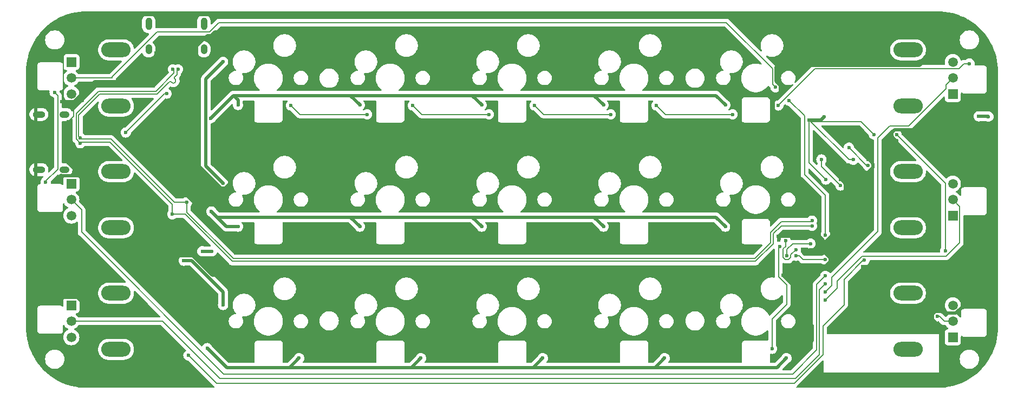
<source format=gbr>
%TF.GenerationSoftware,KiCad,Pcbnew,8.0.5*%
%TF.CreationDate,2024-11-23T20:31:30+11:00*%
%TF.ProjectId,Macro Mixer,4d616372-6f20-44d6-9978-65722e6b6963,rev?*%
%TF.SameCoordinates,Original*%
%TF.FileFunction,Copper,L1,Top*%
%TF.FilePolarity,Positive*%
%FSLAX46Y46*%
G04 Gerber Fmt 4.6, Leading zero omitted, Abs format (unit mm)*
G04 Created by KiCad (PCBNEW 8.0.5) date 2024-11-23 20:31:30*
%MOMM*%
%LPD*%
G01*
G04 APERTURE LIST*
%TA.AperFunction,ComponentPad*%
%ADD10R,1.508000X1.508000*%
%TD*%
%TA.AperFunction,ComponentPad*%
%ADD11C,1.508000*%
%TD*%
%TA.AperFunction,ComponentPad*%
%ADD12O,4.600000X2.300000*%
%TD*%
%TA.AperFunction,ComponentPad*%
%ADD13O,1.050000X1.550000*%
%TD*%
%TA.AperFunction,ComponentPad*%
%ADD14O,1.050000X1.950000*%
%TD*%
%TA.AperFunction,ComponentPad*%
%ADD15O,1.550000X1.050000*%
%TD*%
%TA.AperFunction,ComponentPad*%
%ADD16O,1.950000X1.050000*%
%TD*%
%TA.AperFunction,ViaPad*%
%ADD17C,0.600000*%
%TD*%
%TA.AperFunction,Conductor*%
%ADD18C,0.200000*%
%TD*%
%TA.AperFunction,Conductor*%
%ADD19C,0.500000*%
%TD*%
G04 APERTURE END LIST*
D10*
%TO.P,R21,1*%
%TO.N,Net-(R20-Pad2)*%
X221412500Y-102512500D03*
D11*
%TO.P,R21,2*%
%TO.N,ADC 2*%
X221412500Y-100012500D03*
%TO.P,R21,3*%
%TO.N,Net-(R21-Pad3)*%
X221412500Y-97512500D03*
D12*
%TO.P,R21,S1*%
%TO.N,N/C*%
X214412500Y-104412500D03*
%TO.P,R21,S2*%
X214412500Y-95612500D03*
%TD*%
D10*
%TO.P,R40,1*%
%TO.N,Net-(R39-Pad2)*%
X83587500Y-78462500D03*
D11*
%TO.P,R40,2*%
%TO.N,ADC 6*%
X83587500Y-80962500D03*
%TO.P,R40,3*%
%TO.N,Net-(R40-Pad3)*%
X83587500Y-83462500D03*
D12*
%TO.P,R40,S1*%
%TO.N,N/C*%
X90587500Y-76562500D03*
%TO.P,R40,S2*%
X90587500Y-85362500D03*
%TD*%
D10*
%TO.P,R18,1*%
%TO.N,Net-(R17-Pad2)*%
X221412500Y-121562500D03*
D11*
%TO.P,R18,2*%
%TO.N,ADC 1*%
X221412500Y-119062500D03*
%TO.P,R18,3*%
%TO.N,Net-(R18-Pad3)*%
X221412500Y-116562500D03*
D12*
%TO.P,R18,S1*%
%TO.N,N/C*%
X214412500Y-123462500D03*
%TO.P,R18,S2*%
X214412500Y-114662500D03*
%TD*%
D10*
%TO.P,R24,1*%
%TO.N,Net-(R23-Pad2)*%
X221412500Y-83462500D03*
D11*
%TO.P,R24,2*%
%TO.N,ADC 3*%
X221412500Y-80962500D03*
%TO.P,R24,3*%
%TO.N,Net-(R24-Pad3)*%
X221412500Y-78462500D03*
D12*
%TO.P,R24,S1*%
%TO.N,N/C*%
X214412500Y-85362500D03*
%TO.P,R24,S2*%
X214412500Y-76562500D03*
%TD*%
D10*
%TO.P,R37,1*%
%TO.N,Net-(R36-Pad2)*%
X83587500Y-97512500D03*
D11*
%TO.P,R37,2*%
%TO.N,ADC 5*%
X83587500Y-100012500D03*
%TO.P,R37,3*%
%TO.N,Net-(R37-Pad3)*%
X83587500Y-102512500D03*
D12*
%TO.P,R37,S1*%
%TO.N,N/C*%
X90587500Y-95612500D03*
%TO.P,R37,S2*%
X90587500Y-104412500D03*
%TD*%
D10*
%TO.P,R34,1*%
%TO.N,Net-(R33-Pad2)*%
X83587500Y-116562500D03*
D11*
%TO.P,R34,2*%
%TO.N,ADC 4*%
X83587500Y-119062500D03*
%TO.P,R34,3*%
%TO.N,Net-(R34-Pad3)*%
X83587500Y-121562500D03*
D12*
%TO.P,R34,S1*%
%TO.N,N/C*%
X90587500Y-114662500D03*
%TO.P,R34,S2*%
X90587500Y-123462500D03*
%TD*%
D13*
%TO.P,J1,SH1,SHIELD*%
%TO.N,unconnected-(J1-SHIELD-PadSH1)*%
X95680000Y-76475000D03*
%TO.P,J1,SH2,SHIELD__1*%
%TO.N,unconnected-(J1-SHIELD__1-PadSH2)*%
X104320000Y-76475000D03*
D14*
%TO.P,J1,SH3,SHIELD__2*%
%TO.N,unconnected-(J1-SHIELD__2-PadSH3)*%
X95680000Y-72475000D03*
%TO.P,J1,SH4,SHIELD__3*%
%TO.N,unconnected-(J1-SHIELD__3-PadSH4)*%
X104320000Y-72475000D03*
%TD*%
D15*
%TO.P,J2,SH1,SHIELD*%
%TO.N,unconnected-(J2-SHIELD-PadSH1)*%
X82500000Y-95320000D03*
%TO.P,J2,SH2,SHIELD__1*%
%TO.N,unconnected-(J2-SHIELD__1-PadSH2)*%
X82500000Y-86680000D03*
D16*
%TO.P,J2,SH3,SHIELD__2*%
%TO.N,unconnected-(J2-SHIELD__2-PadSH3)*%
X78500000Y-95320000D03*
%TO.P,J2,SH4,SHIELD__3*%
%TO.N,unconnected-(J2-SHIELD__3-PadSH4)*%
X78500000Y-86680000D03*
%TD*%
D17*
%TO.N,GND*%
X207325000Y-111812500D03*
X137725000Y-73712500D03*
X175125000Y-86662500D03*
X83100000Y-87799998D03*
X210125000Y-110412500D03*
X207325000Y-113212500D03*
X117975000Y-105712500D03*
X103200000Y-77050000D03*
X210125000Y-111862500D03*
X156275000Y-123312500D03*
X117925000Y-86662500D03*
X223100000Y-111900000D03*
X101375000Y-85062500D03*
X224025000Y-102762500D03*
X208162500Y-93762500D03*
X175775000Y-111862500D03*
X109625000Y-87612500D03*
X81125000Y-123062500D03*
X207325000Y-110452500D03*
X80975000Y-78212501D03*
X85300000Y-84500000D03*
X148725000Y-105812500D03*
X223975000Y-76962500D03*
X83075000Y-94200000D03*
X175325000Y-123312500D03*
X175125000Y-105712500D03*
X156725000Y-111812500D03*
X194825000Y-111862500D03*
X85375000Y-99012500D03*
X194125000Y-105712500D03*
X208725000Y-111862500D03*
X175775000Y-73712500D03*
X86425000Y-118212500D03*
X136975000Y-86662500D03*
X129775000Y-105812500D03*
X208725000Y-113252500D03*
X185825000Y-87587500D03*
X199225000Y-107862500D03*
X223875000Y-85462500D03*
X197475000Y-124112500D03*
X82075000Y-84712500D03*
X118675000Y-73712500D03*
X210125000Y-113212500D03*
X194825000Y-92762500D03*
X194825000Y-73712500D03*
X167825000Y-105812500D03*
X175775000Y-92762500D03*
X109625000Y-106762500D03*
X80975000Y-97262501D03*
X98475000Y-85062500D03*
X137225000Y-123262500D03*
X102725000Y-101362500D03*
X97125000Y-108762500D03*
X97175000Y-89812500D03*
X166775000Y-87662500D03*
X118625000Y-111812500D03*
X147725000Y-87712500D03*
X137025000Y-105712500D03*
X186825000Y-105812500D03*
X224075000Y-121812500D03*
X129925000Y-123362500D03*
X96800000Y-77050000D03*
X223075000Y-92962500D03*
X137675000Y-92762500D03*
X199475000Y-119837500D03*
X110875000Y-123362500D03*
X156025000Y-86662500D03*
X208725000Y-110412500D03*
X219025000Y-119562500D03*
X197975000Y-118312500D03*
X137725000Y-111812500D03*
X212625000Y-90762500D03*
X118625000Y-92762500D03*
X156725000Y-92812500D03*
X81075000Y-104012500D03*
X168075000Y-123362500D03*
X148975000Y-123362500D03*
X203875000Y-96862500D03*
X156725000Y-73712500D03*
X224075000Y-83712500D03*
X194125000Y-86662500D03*
X156025000Y-105762500D03*
X97625000Y-87262500D03*
X194375000Y-123312500D03*
X187125000Y-123362500D03*
X223975000Y-115062500D03*
X118125000Y-123312500D03*
X223975000Y-96012500D03*
X128675000Y-87662500D03*
X80925000Y-116312500D03*
%TO.N,Button 1*%
X208162500Y-94700000D03*
X205175000Y-91862500D03*
%TO.N,Button 5*%
X220225000Y-108062500D03*
X212612500Y-89812500D03*
%TO.N,Button 9*%
X203862500Y-97812500D03*
X200875000Y-93712500D03*
%TO.N,USB -*%
X199400000Y-104122500D03*
X99375000Y-102312500D03*
X85000000Y-91187500D03*
X99475000Y-79612500D03*
%TO.N,+3V3*%
X107315000Y-78422500D03*
X107315000Y-116522500D03*
X107325000Y-97462500D03*
X101175000Y-109577500D03*
%TO.N,Button 13*%
X195482976Y-108812500D03*
X199162500Y-106912500D03*
%TO.N,USB +*%
X199400000Y-103300000D03*
X101675000Y-100412500D03*
X85000000Y-90337500D03*
X100275003Y-79612500D03*
%TO.N,Button 14*%
X201475000Y-109412500D03*
X196887500Y-108812500D03*
%TO.N,ADC 3*%
X201475000Y-114492500D03*
%TO.N,ADC 4*%
X201475000Y-113222500D03*
%TO.N,ADC 2*%
X201475000Y-115762500D03*
%TO.N,ADC 5*%
X201475000Y-111952500D03*
%TO.N,ADC 1*%
X218975000Y-118302500D03*
%TO.N,ADC 6*%
X195825000Y-84512500D03*
X201475000Y-105602500D03*
X193675000Y-82412500D03*
%TO.N,+5V*%
X128700000Y-104237500D03*
X104825000Y-123262500D03*
X109650000Y-85187500D03*
X195275000Y-106462500D03*
X185850000Y-85187500D03*
X105475000Y-101862500D03*
X119200000Y-124837500D03*
X205875000Y-93762500D03*
X147750000Y-104237500D03*
X138250000Y-124837500D03*
X225462500Y-86962500D03*
X176350000Y-124837500D03*
X166800000Y-104237500D03*
X209075000Y-89812500D03*
X147750000Y-85187500D03*
X201300000Y-87000000D03*
X157300000Y-124837500D03*
X166800000Y-85187500D03*
X185850000Y-104237500D03*
X196875000Y-107862500D03*
X226975000Y-87000000D03*
X128700000Y-85187500D03*
X201575000Y-96862500D03*
X198925000Y-87512500D03*
X105375000Y-87262500D03*
X195400000Y-124837500D03*
X109650000Y-104237500D03*
%TO.N,/Switch10/LED In*%
X194372491Y-107373373D03*
X193150000Y-123362500D03*
%TO.N,/Knob3/LED Out*%
X194125000Y-85262500D03*
X224025000Y-78712500D03*
%TO.N,/Switch2/LED In*%
X136975000Y-85262500D03*
X148875000Y-86662500D03*
%TO.N,/Switch1/LED In*%
X117925000Y-85262500D03*
X129825000Y-86662500D03*
%TO.N,/Switch3/LED In*%
X167925000Y-86662500D03*
X156025000Y-85262500D03*
%TO.N,/Switch4/LED In*%
X175075000Y-85262500D03*
X186975000Y-86662500D03*
%TO.N,/Knob5/LED In*%
X80975000Y-83212501D03*
X79575000Y-97262501D03*
%TO.N,Net-(J1-CC1)*%
X98475000Y-83412500D03*
X92100000Y-89500000D03*
%TO.N,Net-(ESP32-GPIO0{slash}BOOT)*%
X101900000Y-124400000D03*
X207600000Y-109500000D03*
%TO.N,Net-(U1-EN)*%
X104075000Y-108100000D03*
X105575000Y-108100000D03*
%TD*%
D18*
%TO.N,ADC 5*%
X200125000Y-113302500D02*
X201475000Y-111952500D01*
X200125000Y-123562500D02*
X200125000Y-113302500D01*
X196375000Y-127312500D02*
X200125000Y-123562500D01*
X85200000Y-101625000D02*
X85200000Y-105100000D01*
X85200000Y-105100000D02*
X107412500Y-127312500D01*
X107412500Y-127312500D02*
X196375000Y-127312500D01*
X83587500Y-100012500D02*
X85200000Y-101625000D01*
D19*
%TO.N,GND*%
X156275000Y-123312500D02*
X154775000Y-121812500D01*
X117975000Y-105712500D02*
X116425000Y-107262500D01*
X156725000Y-92812500D02*
X154510660Y-90598160D01*
X84040214Y-84712500D02*
X84726357Y-84026357D01*
X137325000Y-123362500D02*
X137225000Y-123262500D01*
X129775000Y-105812500D02*
X118075000Y-105812500D01*
X97125000Y-109612500D02*
X97125000Y-108762500D01*
X223975000Y-115062500D02*
X224735660Y-115062500D01*
X156025000Y-86698160D02*
X154510660Y-88212500D01*
X173575000Y-107262500D02*
X169275000Y-107262500D01*
X224735660Y-115062500D02*
X226975000Y-117301840D01*
X201164339Y-106352500D02*
X199654339Y-107862500D01*
X78025000Y-101773161D02*
X78025000Y-78701841D01*
X97175000Y-89812500D02*
X97175000Y-86362500D01*
X199654339Y-107862500D02*
X199225000Y-107862500D01*
X118675000Y-73712500D02*
X137725000Y-73712500D01*
X156025000Y-86662500D02*
X157025000Y-87662500D01*
X196675000Y-123312500D02*
X194375000Y-123312500D01*
X193375000Y-85912500D02*
X194125000Y-86662500D01*
X189336218Y-92062500D02*
X194125000Y-92062500D01*
X226485660Y-121812500D02*
X224075000Y-121812500D01*
X223975000Y-115062500D02*
X223975000Y-115702714D01*
X199475000Y-119837500D02*
X199475000Y-122112500D01*
X122138528Y-115326028D02*
X122138528Y-123362500D01*
X187125000Y-123362500D02*
X175375000Y-123362500D01*
X194125000Y-87162500D02*
X194125000Y-86662500D01*
X187000000Y-83712500D02*
X192610660Y-83712500D01*
X195165000Y-77894683D02*
X193775000Y-79284683D01*
X128675000Y-87662500D02*
X129225000Y-88212500D01*
X226975000Y-102273160D02*
X226485660Y-102762500D01*
X175775000Y-111862500D02*
X175725000Y-111812500D01*
D18*
X223100000Y-111900000D02*
X224025000Y-111900000D01*
D19*
X223875000Y-92162500D02*
X223075000Y-92962500D01*
X175325000Y-123312500D02*
X173825000Y-121812500D01*
X129925000Y-123362500D02*
X118175000Y-123362500D01*
X84571000Y-115358500D02*
X86425000Y-117212500D01*
X224025000Y-102762500D02*
X224025000Y-111900000D01*
X199475000Y-122112500D02*
X197475000Y-124112500D01*
X194125000Y-86662500D02*
X194125000Y-92062500D01*
X118625000Y-111812500D02*
X122138528Y-115326028D01*
X175775000Y-92762500D02*
X175425000Y-92412500D01*
X194425000Y-82101839D02*
X194425000Y-83426840D01*
X98475000Y-85062500D02*
X101375000Y-85062500D01*
X193775000Y-81451839D02*
X194425000Y-82101839D01*
X154525000Y-107262500D02*
X150175000Y-107262500D01*
X192610660Y-88212500D02*
X194125000Y-86698160D01*
X186296406Y-83712500D02*
X187000000Y-83712500D01*
X175375000Y-123362500D02*
X175325000Y-123312500D01*
X136975000Y-86698160D02*
X136975000Y-86662500D01*
X96800000Y-77050000D02*
X103200000Y-77050000D01*
X175775000Y-111862500D02*
X178300000Y-114387500D01*
X193775000Y-79284683D02*
X193775000Y-81451839D01*
X109625000Y-87612500D02*
X110225000Y-88212500D01*
X78025000Y-78701841D02*
X78514340Y-78212501D01*
X226975000Y-117301840D02*
X226975000Y-121323160D01*
X178300000Y-114387500D02*
X178300000Y-123362500D01*
X194825000Y-73712500D02*
X195165000Y-74052500D01*
X204612500Y-103525661D02*
X200275661Y-107862500D01*
X207325000Y-111812500D02*
X210075000Y-111812500D01*
X226975000Y-98251840D02*
X226975000Y-102273160D01*
X108565000Y-88672500D02*
X109625000Y-87612500D01*
X97625000Y-87262500D02*
X97175000Y-86812500D01*
X223975000Y-96012500D02*
X224735660Y-96012500D01*
X98400000Y-96076839D02*
X98400000Y-91037500D01*
X203973161Y-96862500D02*
X204612500Y-97501839D01*
X80264339Y-104012500D02*
X78025000Y-101773161D01*
X83075000Y-94200000D02*
X83100000Y-94175000D01*
X81075000Y-104012500D02*
X80925000Y-104162500D01*
X104866142Y-74300000D02*
X103200000Y-75966142D01*
X102725000Y-100401839D02*
X98400000Y-96076839D01*
X106016142Y-73712500D02*
X118675000Y-73712500D01*
X81125000Y-123062500D02*
X80264339Y-123062500D01*
X110225000Y-88212500D02*
X116625000Y-88212500D01*
X150525000Y-121812500D02*
X148975000Y-123362500D01*
X204612500Y-97501839D02*
X204612500Y-103525661D01*
X118625000Y-92762500D02*
X116625000Y-90762500D01*
X118125000Y-123312500D02*
X116625000Y-121812500D01*
D18*
X83950000Y-86949998D02*
X83100000Y-87799998D01*
D19*
X208725000Y-110412500D02*
X208725000Y-113252500D01*
X148225000Y-88212500D02*
X147725000Y-87712500D01*
X213454339Y-117991839D02*
X218225000Y-117991839D01*
X223075000Y-95112500D02*
X223975000Y-96012500D01*
X208162500Y-93762500D02*
X208285661Y-93762500D01*
X223975000Y-115702714D02*
X221865214Y-117812500D01*
X83100000Y-94175000D02*
X83100000Y-87799998D01*
X200524339Y-102912295D02*
X194569544Y-96957500D01*
X202225000Y-109723161D02*
X200085661Y-111862500D01*
X216221242Y-78966500D02*
X194093183Y-78966500D01*
X194093183Y-78966500D02*
X193775000Y-79284683D01*
X118625000Y-111812500D02*
X105664950Y-111812500D01*
X175725000Y-111812500D02*
X156725000Y-111812500D01*
X176050000Y-87587500D02*
X175425000Y-88212500D01*
X137725000Y-73712500D02*
X156725000Y-73712500D01*
X195165000Y-74052500D02*
X195165000Y-77894683D01*
X118925000Y-87662500D02*
X128675000Y-87662500D01*
D18*
X82075000Y-84712500D02*
X82375000Y-84412500D01*
D19*
X223075000Y-92962500D02*
X223075000Y-95112500D01*
X218225000Y-118762500D02*
X219025000Y-119562500D01*
X129225000Y-88212500D02*
X135460660Y-88212500D01*
X219175000Y-89062500D02*
X212301839Y-89062500D01*
X200275661Y-107862500D02*
X199225000Y-107862500D01*
X98400000Y-91037500D02*
X97175000Y-89812500D01*
X78514340Y-78212501D02*
X80975000Y-78212501D01*
X80975000Y-97262501D02*
X80975001Y-97262501D01*
X84791500Y-95916500D02*
X84791500Y-96308500D01*
X224735660Y-96012500D02*
X226975000Y-98251840D01*
X135775000Y-121812500D02*
X131475000Y-121812500D01*
X194125000Y-86698160D02*
X194125000Y-86662500D01*
X97175000Y-86362500D02*
X98475000Y-85062500D01*
X106016142Y-73712500D02*
X105428642Y-74300000D01*
X200085661Y-111862500D02*
X194825000Y-111862500D01*
X185825000Y-87587500D02*
X186450000Y-88212500D01*
X78025000Y-120823161D02*
X78025000Y-116801841D01*
X203875000Y-96862500D02*
X203973161Y-96862500D01*
X212501839Y-90762500D02*
X212625000Y-90762500D01*
X154510660Y-90598160D02*
X154510660Y-88212500D01*
X218225242Y-76962500D02*
X216221242Y-78966500D01*
X148725000Y-105812500D02*
X137125000Y-105812500D01*
X116625000Y-88212500D02*
X117925000Y-86912500D01*
X103200000Y-75966142D02*
X103200000Y-77050000D01*
X224025000Y-111900000D02*
X224025000Y-115012500D01*
X117925000Y-86662500D02*
X118925000Y-87662500D01*
X118175000Y-123362500D02*
X118125000Y-123312500D01*
X137225000Y-123262500D02*
X135775000Y-121812500D01*
D18*
X82375000Y-84412500D02*
X82375000Y-77275000D01*
D19*
X109625000Y-106762500D02*
X108125000Y-106762500D01*
X210125000Y-114662500D02*
X213454339Y-117991839D01*
X80975000Y-78212501D02*
X82143750Y-77043750D01*
X82143750Y-77043750D02*
X88137501Y-71050000D01*
X226485660Y-83712500D02*
X226975000Y-83223160D01*
X87240214Y-81512500D02*
X92875000Y-81512500D01*
X192610660Y-83712500D02*
X193375000Y-84476840D01*
X83075000Y-94200000D02*
X84791500Y-95916500D01*
X154510660Y-88212500D02*
X148225000Y-88212500D01*
X211862500Y-90123161D02*
X212501839Y-90762500D01*
X184145000Y-101093034D02*
X184145000Y-97253718D01*
X221865214Y-117812500D02*
X220325000Y-117812500D01*
X224735660Y-76962500D02*
X223975000Y-76962500D01*
X156025000Y-105762500D02*
X154525000Y-107262500D01*
X80975001Y-97262501D02*
X81929002Y-96308500D01*
X210125000Y-113212500D02*
X207325000Y-113212500D01*
D18*
X82375000Y-77275000D02*
X82143750Y-77043750D01*
D19*
X103200000Y-80337500D02*
X103200000Y-77050000D01*
X200985661Y-107862500D02*
X202225000Y-109101839D01*
X175125000Y-105712500D02*
X173575000Y-107262500D01*
X156725000Y-111812500D02*
X137725000Y-111812500D01*
X175225000Y-105812500D02*
X175125000Y-105712500D01*
X137725000Y-111812500D02*
X118625000Y-111812500D01*
X193375000Y-84476840D02*
X193375000Y-85912500D01*
X197475000Y-124112500D02*
X196675000Y-123312500D01*
X218664339Y-117552500D02*
X218225000Y-117991839D01*
X210075000Y-111812500D02*
X210125000Y-111862500D01*
X117925000Y-86912500D02*
X117925000Y-86662500D01*
X80264339Y-123062500D02*
X78025000Y-120823161D01*
X212301839Y-89062500D02*
X211862500Y-89501839D01*
X220065000Y-117552500D02*
X218664339Y-117552500D01*
X197975000Y-118337500D02*
X199475000Y-119837500D01*
X116625000Y-90762500D02*
X116625000Y-88212500D01*
X84726357Y-84026357D02*
X87240214Y-81512500D01*
X98475000Y-85062500D02*
X103200000Y-80337500D01*
X116425000Y-107262500D02*
X110125000Y-107262500D01*
X208285661Y-93762500D02*
X208925000Y-94401839D01*
X224075000Y-85262500D02*
X223875000Y-85462500D01*
X82025000Y-96212501D02*
X80975000Y-97262501D01*
X173825000Y-121812500D02*
X169589340Y-121812500D01*
X176050000Y-87587500D02*
X175125000Y-86662500D01*
X168075000Y-123362500D02*
X156325000Y-123362500D01*
X226975000Y-121323160D02*
X226485660Y-121812500D01*
X223975000Y-76962500D02*
X218225242Y-76962500D01*
X110125000Y-107262500D02*
X109625000Y-106762500D01*
X148975000Y-123362500D02*
X137325000Y-123362500D01*
X135460660Y-90548160D02*
X135460660Y-88212500D01*
X167825000Y-105812500D02*
X156075000Y-105812500D01*
X186825000Y-105812500D02*
X175225000Y-105812500D01*
X200524339Y-105712500D02*
X200524339Y-102912295D01*
X169275000Y-107262500D02*
X167825000Y-105812500D01*
X208925000Y-94401839D02*
X208925000Y-94998161D01*
X197975000Y-115012500D02*
X197975000Y-118312500D01*
X80925000Y-116312500D02*
X81879000Y-115358500D01*
X175425000Y-88212500D02*
X167325000Y-88212500D01*
X78514341Y-116312500D02*
X80925000Y-116312500D01*
X84791500Y-96308500D02*
X85375000Y-96892000D01*
X226975000Y-83223160D02*
X226975000Y-79201840D01*
X187349359Y-94049359D02*
X189336218Y-92062500D01*
X176296406Y-73712500D02*
X186296406Y-83712500D01*
X200524339Y-105712500D02*
X201164339Y-106352500D01*
X137675000Y-92762500D02*
X135460660Y-90548160D01*
X154775000Y-121812500D02*
X150525000Y-121812500D01*
X190257500Y-96957500D02*
X187349359Y-94049359D01*
D18*
X85300000Y-84500000D02*
X84826357Y-84026357D01*
D19*
X224075000Y-83712500D02*
X224075000Y-85262500D01*
X220325000Y-117812500D02*
X220065000Y-117552500D01*
X81075000Y-104012500D02*
X80264339Y-104012500D01*
X210085000Y-110452500D02*
X210125000Y-110412500D01*
X110875000Y-123362500D02*
X97125000Y-109612500D01*
X86425000Y-117212500D02*
X86425000Y-118212500D01*
D18*
X83950000Y-84802714D02*
X83950000Y-86949998D01*
D19*
X194825000Y-111862500D02*
X197975000Y-115012500D01*
X210125000Y-110412500D02*
X210125000Y-113212500D01*
X192162500Y-71050000D02*
X194825000Y-73712500D01*
X167325000Y-88212500D02*
X166775000Y-87662500D01*
X92875000Y-81512500D02*
X96800000Y-77587500D01*
X108565000Y-97283161D02*
X108565000Y-88672500D01*
X168075000Y-123326840D02*
X168075000Y-123362500D01*
X223875000Y-85462500D02*
X223875000Y-92162500D01*
X88137501Y-71050000D02*
X192162500Y-71050000D01*
X186825000Y-105812500D02*
X186825000Y-103773034D01*
X207325000Y-110452500D02*
X210085000Y-110452500D01*
X226975000Y-79201840D02*
X224735660Y-76962500D01*
X224025000Y-115012500D02*
X223975000Y-115062500D01*
X184145000Y-97253718D02*
X187349359Y-94049359D01*
X112425000Y-121812500D02*
X110875000Y-123362500D01*
X137125000Y-105812500D02*
X137025000Y-105712500D01*
X156325000Y-123362500D02*
X156275000Y-123312500D01*
X118075000Y-105812500D02*
X117975000Y-105712500D01*
X211862500Y-89501839D02*
X211862500Y-90123161D01*
D18*
X84040214Y-84712500D02*
X83950000Y-84802714D01*
D19*
X81879000Y-115358500D02*
X84571000Y-115358500D01*
X156075000Y-105812500D02*
X156025000Y-105762500D01*
X97125000Y-108762500D02*
X97125000Y-107025000D01*
X80925000Y-104162500D02*
X80925000Y-116312500D01*
X156025000Y-86662500D02*
X156025000Y-86698160D01*
X105664950Y-111812500D02*
X102614950Y-108762500D01*
X108125000Y-106762500D02*
X102725000Y-101362500D01*
X175425000Y-92412500D02*
X175425000Y-88212500D01*
X136975000Y-86662500D02*
X138025000Y-87712500D01*
X85375000Y-96892000D02*
X85375000Y-99012500D01*
X97175000Y-86812500D02*
X97175000Y-86362500D01*
X185825000Y-87587500D02*
X176050000Y-87587500D01*
X218225000Y-117991839D02*
X218225000Y-118762500D01*
X223075000Y-92962500D02*
X219175000Y-89062500D01*
X135460660Y-88212500D02*
X136975000Y-86698160D01*
X131475000Y-121812500D02*
X129925000Y-123362500D01*
X137025000Y-105712500D02*
X135475000Y-107262500D01*
X101375000Y-92573161D02*
X107014339Y-98212500D01*
X194425000Y-83426840D02*
X193375000Y-84476840D01*
X186450000Y-88212500D02*
X192610660Y-88212500D01*
X131225000Y-107262500D02*
X129775000Y-105812500D01*
X102614950Y-108762500D02*
X97125000Y-108762500D01*
X102725000Y-101362500D02*
X102725000Y-100401839D01*
X207325000Y-113212500D02*
X207325000Y-110452500D01*
X150175000Y-107262500D02*
X148725000Y-105812500D01*
X194569544Y-96957500D02*
X190257500Y-96957500D01*
X156725000Y-73712500D02*
X175775000Y-73712500D01*
X207060661Y-96862500D02*
X203875000Y-96862500D01*
X138025000Y-87712500D02*
X147725000Y-87712500D01*
X101375000Y-85062500D02*
X101375000Y-92573161D01*
X194125000Y-105712500D02*
X200524339Y-105712500D01*
X96800000Y-77587500D02*
X96800000Y-77050000D01*
X116625000Y-121812500D02*
X112425000Y-121812500D01*
X82075000Y-84712500D02*
X84040214Y-84712500D01*
X194125000Y-92062500D02*
X194825000Y-92762500D01*
X107635661Y-98212500D02*
X108565000Y-97283161D01*
D18*
X84826357Y-84026357D02*
X84726357Y-84026357D01*
D19*
X81929002Y-96308500D02*
X84791500Y-96308500D01*
X210125000Y-113212500D02*
X210125000Y-114662500D01*
X197975000Y-118312500D02*
X197975000Y-118337500D01*
X157025000Y-87662500D02*
X166775000Y-87662500D01*
X224075000Y-83712500D02*
X226485660Y-83712500D01*
X89112500Y-99012500D02*
X85375000Y-99012500D01*
X202225000Y-109101839D02*
X202225000Y-109723161D01*
X169589340Y-121812500D02*
X168075000Y-123326840D01*
X226485660Y-102762500D02*
X224025000Y-102762500D01*
X78025000Y-116801841D02*
X78514341Y-116312500D01*
X97125000Y-107025000D02*
X89112500Y-99012500D01*
X199225000Y-107862500D02*
X200985661Y-107862500D01*
X107014339Y-98212500D02*
X107635661Y-98212500D01*
X175775000Y-73712500D02*
X176296406Y-73712500D01*
X208925000Y-94998161D02*
X207060661Y-96862500D01*
X135475000Y-107262500D02*
X131225000Y-107262500D01*
X186825000Y-103773034D02*
X184145000Y-101093034D01*
X105428642Y-74300000D02*
X104866142Y-74300000D01*
D18*
%TO.N,Button 1*%
X208025000Y-94712500D02*
X208150000Y-94712500D01*
X205175000Y-91862500D02*
X208025000Y-94712500D01*
X208150000Y-94712500D02*
X208162500Y-94700000D01*
%TO.N,Button 5*%
X220225000Y-97425000D02*
X212612500Y-89812500D01*
X220225000Y-108062500D02*
X220225000Y-97425000D01*
%TO.N,Button 9*%
X200875000Y-94862500D02*
X203825000Y-97812500D01*
X200875000Y-93712500D02*
X200875000Y-94862500D01*
X203825000Y-97812500D02*
X203862500Y-97812500D01*
%TO.N,USB -*%
X84350000Y-90537500D02*
X85000000Y-91187500D01*
X99650001Y-79787501D02*
X99650001Y-80219299D01*
X101356801Y-102312500D02*
X99375000Y-102312500D01*
X190565686Y-109687500D02*
X108731801Y-109687500D01*
X194583200Y-104122500D02*
X193350000Y-105355700D01*
X89631802Y-90987501D02*
X85199999Y-90987501D01*
X99375000Y-102312500D02*
X99375000Y-100730699D01*
X199400000Y-104122500D02*
X194583200Y-104122500D01*
X84350000Y-86519300D02*
X84350000Y-90537500D01*
X85199999Y-90987501D02*
X85000000Y-91187500D01*
X193350000Y-106903186D02*
X190565686Y-109687500D01*
X96831800Y-83037500D02*
X87831800Y-83037500D01*
X87831800Y-83037500D02*
X84350000Y-86519300D01*
X193350000Y-105355700D02*
X193350000Y-106903186D01*
X99375000Y-100730699D02*
X89631802Y-90987501D01*
X108731801Y-109687500D02*
X101356801Y-102312500D01*
X99650001Y-80219299D02*
X96831800Y-83037500D01*
X99475000Y-79612500D02*
X99650001Y-79787501D01*
D19*
%TO.N,+3V3*%
X107315000Y-78422500D02*
X104625000Y-81112500D01*
X107315000Y-114452500D02*
X107315000Y-116522500D01*
X102440000Y-109577500D02*
X107315000Y-114452500D01*
X104625000Y-81112500D02*
X104625000Y-94762500D01*
X104625000Y-94762500D02*
X107325000Y-97462500D01*
X101175000Y-109577500D02*
X102440000Y-109577500D01*
D18*
%TO.N,Button 13*%
X195482976Y-108812500D02*
X195482976Y-107804524D01*
X195482976Y-107804524D02*
X196375000Y-106912500D01*
X196375000Y-106912500D02*
X199162500Y-106912500D01*
%TO.N,USB +*%
X89818198Y-90537499D02*
X85199999Y-90537499D01*
X85199999Y-90537499D02*
X85000000Y-90337500D01*
X84750000Y-90087500D02*
X85000000Y-90337500D01*
X99744177Y-81140533D02*
X99838930Y-81235286D01*
X108918199Y-109237500D02*
X101675000Y-101994301D01*
X194596801Y-103472499D02*
X192900000Y-105169300D01*
X101675000Y-101994301D02*
X101675000Y-100412500D01*
X100275003Y-79612500D02*
X100100002Y-79787501D01*
X97018200Y-83487500D02*
X88018200Y-83487500D01*
X190450000Y-109237500D02*
X108918199Y-109237500D01*
X99693199Y-100412500D02*
X89818198Y-90537499D01*
X98706760Y-81798940D02*
X97018200Y-83487500D01*
X199400000Y-103300000D02*
X199227501Y-103472499D01*
X100100002Y-79787501D02*
X100100002Y-80405698D01*
X100100002Y-80405698D02*
X99744177Y-80761523D01*
X199227501Y-103472499D02*
X194596801Y-103472499D01*
X99838929Y-81614296D02*
X99744178Y-81709048D01*
X192900000Y-105169300D02*
X192900000Y-106787500D01*
X98891408Y-81614296D02*
X98796653Y-81709048D01*
X98796653Y-81709048D02*
X98706760Y-81798940D01*
X88018200Y-83487500D02*
X84750000Y-86755700D01*
X84750000Y-86755700D02*
X84750000Y-90087500D01*
X99365168Y-81709049D02*
X99270416Y-81614297D01*
X101675000Y-100412500D02*
X99693199Y-100412500D01*
X192900000Y-106787500D02*
X190450000Y-109237500D01*
X99838930Y-81235286D02*
G75*
G02*
X99838939Y-81614305I-189530J-189514D01*
G01*
X99270416Y-81614297D02*
G75*
G03*
X98891397Y-81614284I-189516J-189503D01*
G01*
X99744178Y-81709048D02*
G75*
G02*
X99365195Y-81709022I-189478J189548D01*
G01*
X99744177Y-80761523D02*
G75*
G03*
X99744205Y-81140505I189523J-189477D01*
G01*
%TO.N,Button 14*%
X197975000Y-109412500D02*
X197375000Y-108812500D01*
X201475000Y-109412500D02*
X197975000Y-109412500D01*
X197375000Y-108812500D02*
X196887500Y-108812500D01*
%TO.N,ADC 3*%
X220358500Y-82629000D02*
X214475000Y-88512500D01*
X209675000Y-105012500D02*
X202475000Y-112212500D01*
X209675000Y-90362500D02*
X209675000Y-105012500D01*
X220358500Y-82016500D02*
X220358500Y-82629000D01*
X202475000Y-112212500D02*
X202475000Y-113492500D01*
X202475000Y-113492500D02*
X201475000Y-114492500D01*
X221412500Y-80962500D02*
X220358500Y-82016500D01*
X211525000Y-88512500D02*
X209675000Y-90362500D01*
X214475000Y-88512500D02*
X211525000Y-88512500D01*
%TO.N,ADC 4*%
X97875000Y-119062500D02*
X106825000Y-128012500D01*
X200525000Y-114172500D02*
X201475000Y-113222500D01*
X106825000Y-128012500D02*
X196825000Y-128012500D01*
X196825000Y-128012500D02*
X200525000Y-124312500D01*
X83587500Y-119062500D02*
X97875000Y-119062500D01*
X200525000Y-124312500D02*
X200525000Y-114172500D01*
%TO.N,ADC 2*%
X222466500Y-106771000D02*
X220337500Y-108900000D01*
X221412500Y-100012500D02*
X222466500Y-101066500D01*
X220337500Y-108900000D02*
X207187500Y-108900000D01*
X203325000Y-113912500D02*
X201475000Y-115762500D01*
X207187500Y-108900000D02*
X203325000Y-112762500D01*
X203325000Y-112762500D02*
X203325000Y-113912500D01*
X222466500Y-101066500D02*
X222466500Y-106771000D01*
%TO.N,ADC 1*%
X219315000Y-118302500D02*
X218975000Y-118302500D01*
X220075000Y-119062500D02*
X219315000Y-118302500D01*
X221412500Y-119062500D02*
X220075000Y-119062500D01*
%TO.N,ADC 6*%
X198225000Y-96062500D02*
X201475000Y-99312500D01*
X193675000Y-82412500D02*
X193225000Y-81962500D01*
X186000000Y-72287500D02*
X107750000Y-72287500D01*
X198225000Y-86912500D02*
X198225000Y-96062500D01*
X201475000Y-99312500D02*
X201475000Y-105602500D01*
X89975000Y-80962500D02*
X83587500Y-80962500D01*
X96988274Y-73750000D02*
X105200825Y-73750000D01*
X193225000Y-79512500D02*
X186000000Y-72287500D01*
X195825000Y-84512500D02*
X198225000Y-86912500D01*
X106663325Y-72287500D02*
X107750000Y-72287500D01*
X89975000Y-80763274D02*
X96988274Y-73750000D01*
X105200825Y-73750000D02*
X106663325Y-72287500D01*
X89975000Y-80962500D02*
X89975000Y-80763274D01*
X193225000Y-81962500D02*
X193225000Y-79512500D01*
D19*
%TO.N,+5V*%
X127225000Y-83712500D02*
X146275000Y-83712500D01*
D18*
X194882976Y-107711417D02*
X195275000Y-107319393D01*
X194882976Y-109061029D02*
X194882976Y-107711417D01*
D19*
X174875000Y-126312500D02*
X176350000Y-124837500D01*
X127225000Y-102762500D02*
X128700000Y-104237500D01*
X107875000Y-126312500D02*
X117725000Y-126312500D01*
X136775000Y-126312500D02*
X155825000Y-126312500D01*
X136775000Y-126312500D02*
X138250000Y-124837500D01*
X165325000Y-102762500D02*
X166800000Y-104237500D01*
X106375000Y-102762500D02*
X127225000Y-102762500D01*
X146275000Y-102762500D02*
X147750000Y-104237500D01*
D18*
X199212500Y-87800000D02*
X207062500Y-87800000D01*
X198925000Y-87512500D02*
X198925000Y-94212500D01*
D19*
X108925000Y-83712500D02*
X127225000Y-83712500D01*
X226975000Y-87000000D02*
X226937500Y-86962500D01*
X200787500Y-87512500D02*
X198925000Y-87512500D01*
X146275000Y-83712500D02*
X165325000Y-83712500D01*
D18*
X195731505Y-109412500D02*
X195234447Y-109412500D01*
X198925000Y-94212500D02*
X201575000Y-96862500D01*
D19*
X146275000Y-83712500D02*
X147750000Y-85187500D01*
X109650000Y-84437500D02*
X109650000Y-85187500D01*
X109650000Y-104237500D02*
X107850000Y-104237500D01*
D18*
X196082976Y-108654524D02*
X196082976Y-109061029D01*
D19*
X146275000Y-102762500D02*
X165325000Y-102762500D01*
X127225000Y-83712500D02*
X128700000Y-85187500D01*
D18*
X198925000Y-87512500D02*
X205175000Y-93762500D01*
D19*
X165325000Y-102762500D02*
X184375000Y-102762500D01*
X174875000Y-126312500D02*
X193925000Y-126312500D01*
X155825000Y-126312500D02*
X174875000Y-126312500D01*
X201300000Y-87000000D02*
X200787500Y-87512500D01*
X108925000Y-83712500D02*
X109650000Y-84437500D01*
D18*
X195275000Y-107319393D02*
X195275000Y-106462500D01*
D19*
X226937500Y-86962500D02*
X225462500Y-86962500D01*
X117725000Y-126312500D02*
X136775000Y-126312500D01*
X107850000Y-104237500D02*
X106375000Y-102762500D01*
X117725000Y-126312500D02*
X119200000Y-124837500D01*
X165325000Y-83712500D02*
X166800000Y-85187500D01*
D18*
X196082976Y-109061029D02*
X195731505Y-109412500D01*
X205175000Y-93762500D02*
X205875000Y-93762500D01*
D19*
X193925000Y-126312500D02*
X195400000Y-124837500D01*
X105475000Y-101862500D02*
X106375000Y-102762500D01*
X155825000Y-126312500D02*
X157300000Y-124837500D01*
D18*
X198925000Y-87512500D02*
X199212500Y-87800000D01*
D19*
X104825000Y-123262500D02*
X107875000Y-126312500D01*
X184375000Y-83712500D02*
X185850000Y-85187500D01*
D18*
X196875000Y-107862500D02*
X196082976Y-108654524D01*
D19*
X184375000Y-102762500D02*
X185850000Y-104237500D01*
X127225000Y-102762500D02*
X146275000Y-102762500D01*
D18*
X195234447Y-109412500D02*
X194882976Y-109061029D01*
D19*
X105375000Y-87262500D02*
X108925000Y-83712500D01*
D18*
X207062500Y-87800000D02*
X209075000Y-89812500D01*
D19*
X165325000Y-83712500D02*
X184375000Y-83712500D01*
D18*
%TO.N,/Switch10/LED In*%
X194372491Y-107373373D02*
X194175000Y-107570864D01*
X195425000Y-113362500D02*
X195425000Y-116412500D01*
X194175000Y-112112500D02*
X195425000Y-113362500D01*
X195425000Y-116412500D02*
X193150000Y-118687500D01*
X193150000Y-118687500D02*
X193150000Y-123362500D01*
X194175000Y-107570864D02*
X194175000Y-112112500D01*
%TO.N,/Knob3/LED Out*%
X222372472Y-79516500D02*
X223176472Y-78712500D01*
X199871000Y-79516500D02*
X222372472Y-79516500D01*
X194125000Y-85262500D02*
X199871000Y-79516500D01*
X223176472Y-78712500D02*
X224025000Y-78712500D01*
%TO.N,/Switch2/LED In*%
X138375000Y-86662500D02*
X148875000Y-86662500D01*
X136975000Y-85262500D02*
X138375000Y-86662500D01*
%TO.N,/Switch1/LED In*%
X117925000Y-85262500D02*
X119325000Y-86662500D01*
X119325000Y-86662500D02*
X129825000Y-86662500D01*
%TO.N,/Switch3/LED In*%
X156025000Y-85262500D02*
X157425000Y-86662500D01*
X157425000Y-86662500D02*
X167925000Y-86662500D01*
%TO.N,/Switch4/LED In*%
X175075000Y-85262500D02*
X176475000Y-86662500D01*
X176475000Y-86662500D02*
X186975000Y-86662500D01*
%TO.N,/Knob5/LED In*%
X81475000Y-95224226D02*
X79575000Y-97124226D01*
X80975000Y-83212501D02*
X81475000Y-83712501D01*
X81475000Y-83712501D02*
X81475000Y-95224226D01*
X79575000Y-97124226D02*
X79575000Y-97262501D01*
%TO.N,Net-(J1-CC1)*%
X98187500Y-83412500D02*
X98475000Y-83412500D01*
X92100000Y-89500000D02*
X98187500Y-83412500D01*
%TO.N,Net-(ESP32-GPIO0{slash}BOOT)*%
X201125000Y-124278185D02*
X196603185Y-128800000D01*
X201125000Y-119775000D02*
X201125000Y-124278185D01*
X204400000Y-116500000D02*
X201125000Y-119775000D01*
X106300000Y-128800000D02*
X101900000Y-124400000D01*
X207428971Y-109500000D02*
X204400000Y-112528971D01*
X196603185Y-128800000D02*
X106300000Y-128800000D01*
X204400000Y-112528971D02*
X204400000Y-116500000D01*
X207600000Y-109500000D02*
X207428971Y-109500000D01*
D19*
%TO.N,Net-(U1-EN)*%
X105575000Y-108100000D02*
X104075000Y-108100000D01*
%TD*%
%TA.AperFunction,Conductor*%
%TO.N,GND*%
G36*
X219001941Y-70500561D02*
G01*
X219592598Y-70519123D01*
X219600340Y-70519610D01*
X220186734Y-70575040D01*
X220194459Y-70576016D01*
X220776188Y-70668153D01*
X220783802Y-70669605D01*
X221358649Y-70798098D01*
X221366172Y-70800031D01*
X221931789Y-70964358D01*
X221939139Y-70966746D01*
X222493338Y-71166270D01*
X222500561Y-71169129D01*
X222967706Y-71371281D01*
X223041113Y-71403047D01*
X223048162Y-71406364D01*
X223572951Y-71673758D01*
X223579777Y-71677511D01*
X223595822Y-71687000D01*
X223999704Y-71925855D01*
X224086734Y-71977324D01*
X224093311Y-71981498D01*
X224580446Y-72312555D01*
X224586748Y-72317134D01*
X225052118Y-72678112D01*
X225058121Y-72683077D01*
X225499940Y-73072593D01*
X225505618Y-73077926D01*
X225922073Y-73494381D01*
X225927406Y-73500059D01*
X226316922Y-73941878D01*
X226321887Y-73947881D01*
X226682865Y-74413251D01*
X226687444Y-74419553D01*
X227018501Y-74906688D01*
X227022675Y-74913265D01*
X227322488Y-75420222D01*
X227326241Y-75427048D01*
X227593635Y-75951837D01*
X227596952Y-75958886D01*
X227830868Y-76499434D01*
X227833735Y-76506676D01*
X228033246Y-77060840D01*
X228035646Y-77068230D01*
X228040446Y-77084748D01*
X228199965Y-77633816D01*
X228201903Y-77641361D01*
X228330390Y-78216178D01*
X228331849Y-78223830D01*
X228423982Y-78805538D01*
X228424959Y-78813267D01*
X228480388Y-79399643D01*
X228480877Y-79407417D01*
X228499439Y-79998058D01*
X228499500Y-80001953D01*
X228499500Y-119998046D01*
X228499439Y-120001941D01*
X228480877Y-120592582D01*
X228480388Y-120600356D01*
X228424959Y-121186732D01*
X228423982Y-121194461D01*
X228331849Y-121776169D01*
X228330390Y-121783821D01*
X228201903Y-122358638D01*
X228199965Y-122366183D01*
X228035648Y-122931765D01*
X228033242Y-122939168D01*
X228027745Y-122954440D01*
X227833735Y-123493323D01*
X227830868Y-123500565D01*
X227596952Y-124041113D01*
X227593635Y-124048162D01*
X227326241Y-124572951D01*
X227322488Y-124579777D01*
X227022675Y-125086734D01*
X227018501Y-125093311D01*
X226687444Y-125580446D01*
X226682865Y-125586748D01*
X226321887Y-126052118D01*
X226316922Y-126058121D01*
X225927406Y-126499940D01*
X225922073Y-126505618D01*
X225505618Y-126922073D01*
X225499940Y-126927406D01*
X225058121Y-127316922D01*
X225052118Y-127321887D01*
X224586748Y-127682865D01*
X224580446Y-127687444D01*
X224093311Y-128018501D01*
X224086734Y-128022675D01*
X223579777Y-128322488D01*
X223572951Y-128326241D01*
X223048162Y-128593635D01*
X223041113Y-128596952D01*
X222500565Y-128830868D01*
X222493323Y-128833735D01*
X222111504Y-128971198D01*
X221939168Y-129033242D01*
X221931765Y-129035648D01*
X221366183Y-129199965D01*
X221358638Y-129201903D01*
X220783821Y-129330390D01*
X220776169Y-129331849D01*
X220194461Y-129423982D01*
X220186732Y-129424959D01*
X219600356Y-129480388D01*
X219592582Y-129480877D01*
X219001941Y-129499439D01*
X218998046Y-129499500D01*
X197051813Y-129499500D01*
X196984774Y-129479815D01*
X196939019Y-129427011D01*
X196929075Y-129357853D01*
X196958100Y-129294297D01*
X196966381Y-129286496D01*
X196966153Y-129286268D01*
X196971901Y-129280520D01*
X197083705Y-129168716D01*
X197083705Y-129168714D01*
X197093913Y-129158507D01*
X197093914Y-129158504D01*
X201013321Y-125239098D01*
X201074642Y-125205615D01*
X201144334Y-125210599D01*
X201200267Y-125252471D01*
X201224684Y-125317935D01*
X201225000Y-125326781D01*
X201225000Y-127062500D01*
X219225000Y-127062500D01*
X219225000Y-124999994D01*
X222494357Y-124999994D01*
X222494357Y-125000005D01*
X222514890Y-125247812D01*
X222514892Y-125247824D01*
X222575936Y-125488881D01*
X222675826Y-125716606D01*
X222811833Y-125924782D01*
X222811836Y-125924785D01*
X222980256Y-126107738D01*
X223176491Y-126260474D01*
X223395190Y-126378828D01*
X223630386Y-126459571D01*
X223875665Y-126500500D01*
X224124335Y-126500500D01*
X224369614Y-126459571D01*
X224604810Y-126378828D01*
X224823509Y-126260474D01*
X225019744Y-126107738D01*
X225188164Y-125924785D01*
X225324173Y-125716607D01*
X225424063Y-125488881D01*
X225485108Y-125247821D01*
X225487229Y-125222226D01*
X225505643Y-125000005D01*
X225505643Y-124999994D01*
X225485109Y-124752187D01*
X225485107Y-124752175D01*
X225424063Y-124511118D01*
X225324173Y-124283393D01*
X225188166Y-124075217D01*
X225111849Y-123992315D01*
X225019744Y-123892262D01*
X224823509Y-123739526D01*
X224823507Y-123739525D01*
X224823506Y-123739524D01*
X224604811Y-123621172D01*
X224604802Y-123621169D01*
X224369616Y-123540429D01*
X224124335Y-123499500D01*
X223875665Y-123499500D01*
X223630383Y-123540429D01*
X223395197Y-123621169D01*
X223395188Y-123621172D01*
X223176493Y-123739524D01*
X222980257Y-123892261D01*
X222811833Y-124075217D01*
X222675826Y-124283393D01*
X222575936Y-124511118D01*
X222514892Y-124752175D01*
X222514890Y-124752187D01*
X222494357Y-124999994D01*
X219225000Y-124999994D01*
X219225000Y-121112500D01*
X201849500Y-121112500D01*
X201782461Y-121092815D01*
X201736706Y-121040011D01*
X201725500Y-120988500D01*
X201725500Y-120075096D01*
X201745185Y-120008057D01*
X201761814Y-119987420D01*
X203446737Y-118302496D01*
X218169435Y-118302496D01*
X218169435Y-118302503D01*
X218189630Y-118481749D01*
X218189631Y-118481754D01*
X218249211Y-118652023D01*
X218279491Y-118700213D01*
X218345184Y-118804762D01*
X218472738Y-118932316D01*
X218625478Y-119028289D01*
X218787320Y-119084920D01*
X218795745Y-119087868D01*
X218795750Y-119087869D01*
X218974996Y-119108065D01*
X218975000Y-119108065D01*
X218975004Y-119108065D01*
X219154247Y-119087869D01*
X219154247Y-119087868D01*
X219154255Y-119087868D01*
X219154261Y-119087865D01*
X219161040Y-119086319D01*
X219161432Y-119088036D01*
X219222231Y-119084920D01*
X219281114Y-119117849D01*
X219590139Y-119426874D01*
X219590149Y-119426885D01*
X219594479Y-119431215D01*
X219594480Y-119431216D01*
X219706284Y-119543020D01*
X219793095Y-119593139D01*
X219793097Y-119593141D01*
X219843213Y-119622076D01*
X219843215Y-119622077D01*
X219995942Y-119663000D01*
X219995943Y-119663000D01*
X220236962Y-119663000D01*
X220304001Y-119682685D01*
X220338536Y-119715875D01*
X220447826Y-119871957D01*
X220603043Y-120027174D01*
X220649933Y-120060007D01*
X220681950Y-120082425D01*
X220725575Y-120137001D01*
X220732769Y-120206500D01*
X220701247Y-120268855D01*
X220641017Y-120304269D01*
X220613926Y-120307620D01*
X220613929Y-120307646D01*
X220613926Y-120307646D01*
X220613936Y-120307824D01*
X220611024Y-120307979D01*
X220610862Y-120308000D01*
X220610647Y-120308000D01*
X220610623Y-120308001D01*
X220551016Y-120314408D01*
X220416171Y-120364702D01*
X220416164Y-120364706D01*
X220300955Y-120450952D01*
X220300952Y-120450955D01*
X220214706Y-120566164D01*
X220214702Y-120566171D01*
X220164408Y-120701017D01*
X220158001Y-120760616D01*
X220158000Y-120760635D01*
X220158000Y-122364370D01*
X220158001Y-122364376D01*
X220164408Y-122423983D01*
X220214702Y-122558828D01*
X220214706Y-122558835D01*
X220300952Y-122674044D01*
X220300955Y-122674047D01*
X220416164Y-122760293D01*
X220416171Y-122760297D01*
X220551017Y-122810591D01*
X220551016Y-122810591D01*
X220557944Y-122811335D01*
X220610627Y-122817000D01*
X222214372Y-122816999D01*
X222273983Y-122810591D01*
X222408831Y-122760296D01*
X222524046Y-122674046D01*
X222610296Y-122558831D01*
X222660591Y-122423983D01*
X222667000Y-122364373D01*
X222666999Y-121461673D01*
X222686683Y-121394636D01*
X222739487Y-121348881D01*
X222808646Y-121338937D01*
X222872202Y-121367962D01*
X222878680Y-121373994D01*
X222917686Y-121413000D01*
X223031814Y-121478892D01*
X223159108Y-121513000D01*
X223159110Y-121513000D01*
X226290890Y-121513000D01*
X226290892Y-121513000D01*
X226418186Y-121478892D01*
X226532314Y-121413000D01*
X226625500Y-121319814D01*
X226691392Y-121205686D01*
X226725500Y-121078392D01*
X226725500Y-117546608D01*
X226691392Y-117419314D01*
X226625500Y-117305186D01*
X226532314Y-117212000D01*
X226428939Y-117152316D01*
X226418187Y-117146108D01*
X226354539Y-117129054D01*
X226290892Y-117112000D01*
X223290892Y-117112000D01*
X223159108Y-117112000D01*
X223031812Y-117146108D01*
X222917686Y-117212000D01*
X222917683Y-117212002D01*
X222824502Y-117305183D01*
X222824500Y-117305186D01*
X222758608Y-117419312D01*
X222724500Y-117546608D01*
X222724500Y-118355798D01*
X222704815Y-118422837D01*
X222652011Y-118468592D01*
X222582853Y-118478536D01*
X222519297Y-118449511D01*
X222498925Y-118426921D01*
X222377177Y-118253047D01*
X222377172Y-118253041D01*
X222221958Y-118097827D01*
X222221952Y-118097822D01*
X222042150Y-117971923D01*
X222042142Y-117971919D01*
X221941270Y-117924882D01*
X221888830Y-117878710D01*
X221869678Y-117811517D01*
X221889893Y-117744635D01*
X221941270Y-117700118D01*
X221950789Y-117695679D01*
X222042146Y-117653079D01*
X222221957Y-117527174D01*
X222377174Y-117371957D01*
X222503079Y-117192146D01*
X222595847Y-116993203D01*
X222652661Y-116781174D01*
X222668860Y-116596018D01*
X222671792Y-116562502D01*
X222671792Y-116562497D01*
X222658112Y-116406134D01*
X222652661Y-116343826D01*
X222595847Y-116131797D01*
X222503079Y-115932854D01*
X222503077Y-115932851D01*
X222503076Y-115932849D01*
X222377177Y-115753047D01*
X222377172Y-115753041D01*
X222221958Y-115597827D01*
X222221952Y-115597822D01*
X222042150Y-115471923D01*
X222042142Y-115471919D01*
X221843208Y-115379155D01*
X221843206Y-115379154D01*
X221843203Y-115379153D01*
X221692385Y-115338740D01*
X221631175Y-115322339D01*
X221631168Y-115322338D01*
X221412502Y-115303208D01*
X221412498Y-115303208D01*
X221193831Y-115322338D01*
X221193824Y-115322339D01*
X221093159Y-115349313D01*
X220981797Y-115379153D01*
X220981795Y-115379153D01*
X220981791Y-115379155D01*
X220782857Y-115471919D01*
X220782849Y-115471923D01*
X220603047Y-115597822D01*
X220603041Y-115597827D01*
X220447827Y-115753041D01*
X220447822Y-115753047D01*
X220321923Y-115932849D01*
X220321919Y-115932857D01*
X220229155Y-116131791D01*
X220229153Y-116131795D01*
X220229153Y-116131797D01*
X220205142Y-116221402D01*
X220172339Y-116343824D01*
X220172338Y-116343831D01*
X220153208Y-116562497D01*
X220153208Y-116562502D01*
X220172338Y-116781168D01*
X220172339Y-116781175D01*
X220178773Y-116805187D01*
X220229153Y-116993203D01*
X220229154Y-116993206D01*
X220229155Y-116993208D01*
X220321919Y-117192142D01*
X220321923Y-117192150D01*
X220447822Y-117371952D01*
X220447827Y-117371958D01*
X220603041Y-117527172D01*
X220603047Y-117527177D01*
X220782849Y-117653076D01*
X220782851Y-117653077D01*
X220782854Y-117653079D01*
X220871236Y-117694291D01*
X220883730Y-117700118D01*
X220936169Y-117746290D01*
X220955321Y-117813484D01*
X220935105Y-117880365D01*
X220883730Y-117924882D01*
X220782853Y-117971921D01*
X220782849Y-117971923D01*
X220603047Y-118097822D01*
X220603041Y-118097827D01*
X220447827Y-118253041D01*
X220447826Y-118253043D01*
X220395426Y-118327878D01*
X220340849Y-118371502D01*
X220271350Y-118378695D01*
X220208996Y-118347173D01*
X220206170Y-118344435D01*
X219802590Y-117940855D01*
X219802588Y-117940852D01*
X219683717Y-117821981D01*
X219683709Y-117821975D01*
X219581936Y-117763217D01*
X219581935Y-117763217D01*
X219562612Y-117752060D01*
X219536935Y-117732357D01*
X219477262Y-117672684D01*
X219324523Y-117576711D01*
X219154254Y-117517131D01*
X219154249Y-117517130D01*
X218975004Y-117496935D01*
X218974996Y-117496935D01*
X218795750Y-117517130D01*
X218795745Y-117517131D01*
X218625476Y-117576711D01*
X218472737Y-117672684D01*
X218345184Y-117800237D01*
X218249211Y-117952976D01*
X218189631Y-118123245D01*
X218189630Y-118123250D01*
X218169435Y-118302496D01*
X203446737Y-118302496D01*
X204758506Y-116990727D01*
X204758511Y-116990724D01*
X204768714Y-116980520D01*
X204768716Y-116980520D01*
X204880520Y-116868716D01*
X204959577Y-116731784D01*
X205000500Y-116579057D01*
X205000500Y-114532597D01*
X211612000Y-114532597D01*
X211612000Y-114792402D01*
X211652640Y-115048993D01*
X211732922Y-115296076D01*
X211850868Y-115527554D01*
X211878925Y-115566171D01*
X212003569Y-115737729D01*
X212187271Y-115921431D01*
X212397449Y-116074134D01*
X212544945Y-116149287D01*
X212628923Y-116192077D01*
X212628925Y-116192077D01*
X212628928Y-116192079D01*
X212876007Y-116272360D01*
X213008206Y-116293297D01*
X213132598Y-116313000D01*
X213132603Y-116313000D01*
X215692402Y-116313000D01*
X215805798Y-116295039D01*
X215948993Y-116272360D01*
X216196072Y-116192079D01*
X216427551Y-116074134D01*
X216637729Y-115921431D01*
X216821431Y-115737729D01*
X216974134Y-115527551D01*
X217092079Y-115296072D01*
X217172360Y-115048993D01*
X217205838Y-114837618D01*
X217213000Y-114792402D01*
X217213000Y-114532597D01*
X217187321Y-114370471D01*
X217172360Y-114276007D01*
X217092079Y-114028928D01*
X217092077Y-114028925D01*
X217092077Y-114028923D01*
X217010871Y-113869550D01*
X216974134Y-113797449D01*
X216821431Y-113587271D01*
X216637729Y-113403569D01*
X216472392Y-113283445D01*
X216427554Y-113250868D01*
X216427553Y-113250867D01*
X216427551Y-113250866D01*
X216355264Y-113214034D01*
X216196076Y-113132922D01*
X215948993Y-113052640D01*
X215692402Y-113012000D01*
X215692397Y-113012000D01*
X213132603Y-113012000D01*
X213132598Y-113012000D01*
X212876006Y-113052640D01*
X212628923Y-113132922D01*
X212397445Y-113250868D01*
X212187274Y-113403566D01*
X212187268Y-113403571D01*
X212003571Y-113587268D01*
X212003566Y-113587274D01*
X211850868Y-113797445D01*
X211732922Y-114028923D01*
X211652640Y-114276006D01*
X211612000Y-114532597D01*
X205000500Y-114532597D01*
X205000500Y-112829067D01*
X205020185Y-112762028D01*
X205036814Y-112741391D01*
X207443313Y-110334891D01*
X207504634Y-110301408D01*
X207544876Y-110299354D01*
X207599998Y-110305565D01*
X207600000Y-110305565D01*
X207600004Y-110305565D01*
X207779249Y-110285369D01*
X207779252Y-110285368D01*
X207779255Y-110285368D01*
X207949522Y-110225789D01*
X208102262Y-110129816D01*
X208229816Y-110002262D01*
X208325789Y-109849522D01*
X208385368Y-109679255D01*
X208393102Y-109610617D01*
X208420168Y-109546203D01*
X208477763Y-109506648D01*
X208516322Y-109500500D01*
X220250831Y-109500500D01*
X220250847Y-109500501D01*
X220258443Y-109500501D01*
X220416554Y-109500501D01*
X220416557Y-109500501D01*
X220569285Y-109459577D01*
X220628834Y-109425196D01*
X220706216Y-109380520D01*
X220818020Y-109268716D01*
X220818020Y-109268714D01*
X220828224Y-109258511D01*
X220828227Y-109258506D01*
X222947020Y-107139716D01*
X223026077Y-107002784D01*
X223067001Y-106850057D01*
X223067001Y-106691942D01*
X223067001Y-106684347D01*
X223067000Y-106684329D01*
X223067000Y-102587000D01*
X223086685Y-102519961D01*
X223139489Y-102474206D01*
X223191000Y-102463000D01*
X226290890Y-102463000D01*
X226290892Y-102463000D01*
X226418186Y-102428892D01*
X226532314Y-102363000D01*
X226625500Y-102269814D01*
X226691392Y-102155686D01*
X226725500Y-102028392D01*
X226725500Y-98496608D01*
X226691392Y-98369314D01*
X226625500Y-98255186D01*
X226532314Y-98162000D01*
X226475250Y-98129054D01*
X226418187Y-98096108D01*
X226354539Y-98079054D01*
X226290892Y-98062000D01*
X223290892Y-98062000D01*
X223159108Y-98062000D01*
X223031812Y-98096108D01*
X222917686Y-98162000D01*
X222917683Y-98162002D01*
X222824502Y-98255183D01*
X222824500Y-98255186D01*
X222758608Y-98369312D01*
X222724500Y-98496608D01*
X222724500Y-99305798D01*
X222704815Y-99372837D01*
X222652011Y-99418592D01*
X222582853Y-99428536D01*
X222519297Y-99399511D01*
X222498925Y-99376921D01*
X222377177Y-99203047D01*
X222377172Y-99203041D01*
X222221958Y-99047827D01*
X222221952Y-99047822D01*
X222042150Y-98921923D01*
X222042142Y-98921919D01*
X221941270Y-98874882D01*
X221888830Y-98828710D01*
X221869678Y-98761517D01*
X221889893Y-98694635D01*
X221941270Y-98650118D01*
X221950789Y-98645679D01*
X222042146Y-98603079D01*
X222221957Y-98477174D01*
X222377174Y-98321957D01*
X222503079Y-98142146D01*
X222595847Y-97943203D01*
X222652661Y-97731174D01*
X222671792Y-97512500D01*
X222667459Y-97462978D01*
X222658112Y-97356134D01*
X222652661Y-97293826D01*
X222595847Y-97081797D01*
X222503079Y-96882854D01*
X222503077Y-96882851D01*
X222503076Y-96882849D01*
X222377177Y-96703047D01*
X222377172Y-96703041D01*
X222221958Y-96547827D01*
X222221952Y-96547822D01*
X222042150Y-96421923D01*
X222042142Y-96421919D01*
X221843208Y-96329155D01*
X221843206Y-96329154D01*
X221843203Y-96329153D01*
X221692385Y-96288740D01*
X221631175Y-96272339D01*
X221631168Y-96272338D01*
X221412502Y-96253208D01*
X221412498Y-96253208D01*
X221193831Y-96272338D01*
X221193824Y-96272339D01*
X221111916Y-96294287D01*
X220981797Y-96329153D01*
X220981795Y-96329153D01*
X220981791Y-96329155D01*
X220782857Y-96421919D01*
X220782849Y-96421923D01*
X220603047Y-96547822D01*
X220487733Y-96663136D01*
X220426410Y-96696620D01*
X220356718Y-96691636D01*
X220312371Y-96663135D01*
X213443200Y-89793965D01*
X213409715Y-89732642D01*
X213407663Y-89720186D01*
X213397868Y-89633245D01*
X213338289Y-89462978D01*
X213242316Y-89310238D01*
X213242315Y-89310237D01*
X213238611Y-89304342D01*
X213240909Y-89302897D01*
X213219159Y-89249651D01*
X213231901Y-89180953D01*
X213279761Y-89130050D01*
X213342512Y-89113000D01*
X214388331Y-89113000D01*
X214388347Y-89113001D01*
X214395943Y-89113001D01*
X214554054Y-89113001D01*
X214554057Y-89113001D01*
X214706785Y-89072077D01*
X214756904Y-89043139D01*
X214843716Y-88993020D01*
X214955520Y-88881216D01*
X214955520Y-88881214D01*
X214965728Y-88871007D01*
X214965730Y-88871004D01*
X216874238Y-86962496D01*
X224656935Y-86962496D01*
X224656935Y-86962503D01*
X224677130Y-87141749D01*
X224677131Y-87141754D01*
X224736711Y-87312023D01*
X224816089Y-87438352D01*
X224832684Y-87464762D01*
X224960238Y-87592316D01*
X224991600Y-87612022D01*
X225077648Y-87666090D01*
X225112978Y-87688289D01*
X225283245Y-87747868D01*
X225283250Y-87747869D01*
X225462496Y-87768065D01*
X225462500Y-87768065D01*
X225462504Y-87768065D01*
X225641749Y-87747869D01*
X225641752Y-87747868D01*
X225641755Y-87747868D01*
X225721517Y-87719957D01*
X225762472Y-87713000D01*
X226570619Y-87713000D01*
X226618733Y-87723981D01*
X226618906Y-87723490D01*
X226623270Y-87725017D01*
X226624422Y-87725280D01*
X226625472Y-87725785D01*
X226625478Y-87725789D01*
X226625484Y-87725791D01*
X226625486Y-87725792D01*
X226795737Y-87785366D01*
X226795743Y-87785367D01*
X226795745Y-87785368D01*
X226795746Y-87785368D01*
X226795750Y-87785369D01*
X226974996Y-87805565D01*
X226975000Y-87805565D01*
X226975004Y-87805565D01*
X227154249Y-87785369D01*
X227154252Y-87785368D01*
X227154255Y-87785368D01*
X227324522Y-87725789D01*
X227477262Y-87629816D01*
X227604816Y-87502262D01*
X227700789Y-87349522D01*
X227760368Y-87179255D01*
X227760369Y-87179249D01*
X227780565Y-87000003D01*
X227780565Y-86999996D01*
X227760369Y-86820750D01*
X227760368Y-86820745D01*
X227738820Y-86759165D01*
X227700789Y-86650478D01*
X227700411Y-86649877D01*
X227633752Y-86543790D01*
X227604816Y-86497738D01*
X227477262Y-86370184D01*
X227324523Y-86274211D01*
X227154254Y-86214631D01*
X227154249Y-86214630D01*
X226975004Y-86194435D01*
X226974997Y-86194435D01*
X226880859Y-86205042D01*
X226826026Y-86211220D01*
X226812145Y-86212000D01*
X225762472Y-86212000D01*
X225721517Y-86205042D01*
X225641754Y-86177131D01*
X225641749Y-86177130D01*
X225462504Y-86156935D01*
X225462496Y-86156935D01*
X225283250Y-86177130D01*
X225283245Y-86177131D01*
X225112976Y-86236711D01*
X224960237Y-86332684D01*
X224832684Y-86460237D01*
X224736711Y-86612976D01*
X224677131Y-86783245D01*
X224677130Y-86783250D01*
X224656935Y-86962496D01*
X216874238Y-86962496D01*
X219946321Y-83890412D01*
X220007642Y-83856929D01*
X220077334Y-83861913D01*
X220133267Y-83903785D01*
X220157684Y-83969249D01*
X220158000Y-83978095D01*
X220158000Y-84264369D01*
X220158001Y-84264376D01*
X220164408Y-84323983D01*
X220214702Y-84458828D01*
X220214706Y-84458835D01*
X220300952Y-84574044D01*
X220300955Y-84574047D01*
X220416164Y-84660293D01*
X220416171Y-84660297D01*
X220551017Y-84710591D01*
X220551016Y-84710591D01*
X220557944Y-84711335D01*
X220610627Y-84717000D01*
X222214372Y-84716999D01*
X222273983Y-84710591D01*
X222408831Y-84660296D01*
X222524046Y-84574046D01*
X222610296Y-84458831D01*
X222660591Y-84323983D01*
X222667000Y-84264373D01*
X222666999Y-83361673D01*
X222686683Y-83294636D01*
X222739487Y-83248881D01*
X222808646Y-83238937D01*
X222872202Y-83267962D01*
X222878680Y-83273994D01*
X222917686Y-83313000D01*
X223031814Y-83378892D01*
X223159108Y-83413000D01*
X223159110Y-83413000D01*
X226290890Y-83413000D01*
X226290892Y-83413000D01*
X226418186Y-83378892D01*
X226532314Y-83313000D01*
X226625500Y-83219814D01*
X226691392Y-83105686D01*
X226725500Y-82978392D01*
X226725500Y-79446608D01*
X226691392Y-79319314D01*
X226625500Y-79205186D01*
X226532314Y-79112000D01*
X226428939Y-79052316D01*
X226418187Y-79046108D01*
X226349258Y-79027639D01*
X226290892Y-79012000D01*
X226290891Y-79012000D01*
X224935576Y-79012000D01*
X224868537Y-78992315D01*
X224822782Y-78939511D01*
X224812356Y-78874117D01*
X224830565Y-78712503D01*
X224830565Y-78712496D01*
X224810369Y-78533250D01*
X224810368Y-78533245D01*
X224771618Y-78422503D01*
X224750789Y-78362978D01*
X224745554Y-78354647D01*
X224702099Y-78285489D01*
X224654816Y-78210238D01*
X224527262Y-78082684D01*
X224446276Y-78031797D01*
X224374523Y-77986711D01*
X224204254Y-77927131D01*
X224204249Y-77927130D01*
X224025004Y-77906935D01*
X224024996Y-77906935D01*
X223845750Y-77927130D01*
X223845745Y-77927131D01*
X223675476Y-77986711D01*
X223522736Y-78082685D01*
X223519903Y-78084945D01*
X223517724Y-78085834D01*
X223516842Y-78086389D01*
X223516744Y-78086234D01*
X223455217Y-78111355D01*
X223442588Y-78112000D01*
X223263142Y-78112000D01*
X223263126Y-78111999D01*
X223255530Y-78111999D01*
X223097415Y-78111999D01*
X222995597Y-78139281D01*
X222944687Y-78152923D01*
X222810638Y-78230315D01*
X222742737Y-78246786D01*
X222676711Y-78223934D01*
X222633521Y-78169012D01*
X222628870Y-78155041D01*
X222595847Y-78031797D01*
X222568958Y-77974134D01*
X222547040Y-77927130D01*
X222503079Y-77832854D01*
X222503077Y-77832851D01*
X222503076Y-77832849D01*
X222377177Y-77653047D01*
X222377172Y-77653041D01*
X222221958Y-77497827D01*
X222221952Y-77497822D01*
X222042150Y-77371923D01*
X222042142Y-77371919D01*
X221843208Y-77279155D01*
X221843206Y-77279154D01*
X221843203Y-77279153D01*
X221692385Y-77238740D01*
X221631175Y-77222339D01*
X221631168Y-77222338D01*
X221412502Y-77203208D01*
X221412498Y-77203208D01*
X221193831Y-77222338D01*
X221193824Y-77222339D01*
X221093159Y-77249313D01*
X220981797Y-77279153D01*
X220981795Y-77279153D01*
X220981791Y-77279155D01*
X220782857Y-77371919D01*
X220782849Y-77371923D01*
X220603047Y-77497822D01*
X220603041Y-77497827D01*
X220447827Y-77653041D01*
X220447822Y-77653047D01*
X220321923Y-77832849D01*
X220321919Y-77832857D01*
X220229155Y-78031791D01*
X220229153Y-78031795D01*
X220229153Y-78031797D01*
X220214525Y-78086389D01*
X220172339Y-78243824D01*
X220172338Y-78243831D01*
X220153208Y-78462497D01*
X220153208Y-78462502D01*
X220171896Y-78676119D01*
X220172339Y-78681174D01*
X220190917Y-78750508D01*
X220193436Y-78759906D01*
X220191773Y-78829756D01*
X220152611Y-78887618D01*
X220088383Y-78915123D01*
X220073661Y-78916000D01*
X199950057Y-78916000D01*
X199791943Y-78916000D01*
X199639215Y-78956923D01*
X199639214Y-78956923D01*
X199639212Y-78956924D01*
X199639209Y-78956925D01*
X199594597Y-78982683D01*
X199594596Y-78982684D01*
X199577915Y-78992315D01*
X199502285Y-79035979D01*
X199502282Y-79035981D01*
X199390478Y-79147786D01*
X196839618Y-81698645D01*
X196778295Y-81732130D01*
X196708603Y-81727146D01*
X196652670Y-81685274D01*
X196628253Y-81619810D01*
X196641453Y-81554668D01*
X196654488Y-81529087D01*
X196708355Y-81423367D01*
X196723040Y-81394547D01*
X196723043Y-81394539D01*
X196743617Y-81331217D01*
X196777786Y-81226055D01*
X196805500Y-81051079D01*
X196805500Y-80873921D01*
X196777786Y-80698945D01*
X196723042Y-80530458D01*
X196723042Y-80530457D01*
X196682061Y-80450029D01*
X196642614Y-80372610D01*
X196538483Y-80229286D01*
X196413214Y-80104017D01*
X196269890Y-79999886D01*
X196265833Y-79997819D01*
X196112042Y-79919457D01*
X196112039Y-79919456D01*
X195943556Y-79864714D01*
X195856067Y-79850857D01*
X195768579Y-79837000D01*
X195591421Y-79837000D01*
X195533095Y-79846238D01*
X195416443Y-79864714D01*
X195247960Y-79919456D01*
X195247957Y-79919457D01*
X195090109Y-79999886D01*
X195008338Y-80059296D01*
X194946786Y-80104017D01*
X194946784Y-80104019D01*
X194946783Y-80104019D01*
X194821519Y-80229283D01*
X194821519Y-80229284D01*
X194821517Y-80229286D01*
X194803498Y-80254087D01*
X194717386Y-80372609D01*
X194636957Y-80530457D01*
X194636956Y-80530460D01*
X194582214Y-80698943D01*
X194554500Y-80873921D01*
X194554500Y-81051078D01*
X194582214Y-81226056D01*
X194636956Y-81394539D01*
X194636957Y-81394542D01*
X194705512Y-81529087D01*
X194717386Y-81552390D01*
X194821517Y-81695714D01*
X194946786Y-81820983D01*
X195090110Y-81925114D01*
X195114311Y-81937445D01*
X195247957Y-82005542D01*
X195247960Y-82005543D01*
X195332201Y-82032914D01*
X195416445Y-82060286D01*
X195591421Y-82088000D01*
X195591422Y-82088000D01*
X195768578Y-82088000D01*
X195768579Y-82088000D01*
X195943555Y-82060286D01*
X196112042Y-82005542D01*
X196112042Y-82005541D01*
X196112047Y-82005540D01*
X196265847Y-81927174D01*
X196269890Y-81925114D01*
X196269891Y-81925113D01*
X196272168Y-81923953D01*
X196340838Y-81911056D01*
X196405578Y-81937332D01*
X196445836Y-81994438D01*
X196448828Y-82064244D01*
X196416145Y-82122118D01*
X194106465Y-84431798D01*
X194045142Y-84465283D01*
X194032668Y-84467337D01*
X193945750Y-84477130D01*
X193775478Y-84536710D01*
X193622737Y-84632684D01*
X193495184Y-84760237D01*
X193399211Y-84912976D01*
X193339631Y-85083245D01*
X193339630Y-85083250D01*
X193319435Y-85262496D01*
X193319435Y-85262503D01*
X193339630Y-85441749D01*
X193339631Y-85441754D01*
X193399211Y-85612023D01*
X193435087Y-85669119D01*
X193495184Y-85764762D01*
X193622738Y-85892316D01*
X193693392Y-85936711D01*
X193755251Y-85975580D01*
X193775478Y-85988289D01*
X193945742Y-86047867D01*
X193945745Y-86047868D01*
X193945750Y-86047869D01*
X194124996Y-86068065D01*
X194125000Y-86068065D01*
X194125004Y-86068065D01*
X194304249Y-86047869D01*
X194304252Y-86047868D01*
X194304255Y-86047868D01*
X194474522Y-85988289D01*
X194627262Y-85892316D01*
X194754816Y-85764762D01*
X194850789Y-85612022D01*
X194910368Y-85441755D01*
X194920161Y-85354829D01*
X194947226Y-85290418D01*
X194955681Y-85281052D01*
X195120899Y-85115834D01*
X195182220Y-85082352D01*
X195251912Y-85087336D01*
X195296259Y-85115837D01*
X195322738Y-85142316D01*
X195475478Y-85238289D01*
X195645745Y-85297868D01*
X195732669Y-85307661D01*
X195797080Y-85334726D01*
X195806465Y-85343200D01*
X197588181Y-87124916D01*
X197621666Y-87186239D01*
X197624500Y-87212597D01*
X197624500Y-95975830D01*
X197624499Y-95975848D01*
X197624499Y-96141554D01*
X197624498Y-96141554D01*
X197624499Y-96141557D01*
X197659542Y-96272339D01*
X197665424Y-96294287D01*
X197677211Y-96314702D01*
X197677212Y-96314704D01*
X197744477Y-96431212D01*
X197744481Y-96431217D01*
X197863349Y-96550085D01*
X197863355Y-96550090D01*
X200838181Y-99524916D01*
X200871666Y-99586239D01*
X200874500Y-99612597D01*
X200874500Y-105020087D01*
X200854815Y-105087126D01*
X200847450Y-105097396D01*
X200845186Y-105100234D01*
X200749211Y-105252976D01*
X200689631Y-105423245D01*
X200689630Y-105423250D01*
X200669435Y-105602496D01*
X200669435Y-105602503D01*
X200689630Y-105781749D01*
X200689631Y-105781754D01*
X200749211Y-105952023D01*
X200793407Y-106022360D01*
X200845184Y-106104762D01*
X200972738Y-106232316D01*
X201057911Y-106285834D01*
X201098527Y-106311355D01*
X201125478Y-106328289D01*
X201195878Y-106352923D01*
X201295745Y-106387868D01*
X201295750Y-106387869D01*
X201474996Y-106408065D01*
X201475000Y-106408065D01*
X201475004Y-106408065D01*
X201654249Y-106387869D01*
X201654252Y-106387868D01*
X201654255Y-106387868D01*
X201824522Y-106328289D01*
X201977262Y-106232316D01*
X202104816Y-106104762D01*
X202200789Y-105952022D01*
X202260368Y-105781755D01*
X202260369Y-105781749D01*
X202280565Y-105602503D01*
X202280565Y-105602496D01*
X202260369Y-105423250D01*
X202260368Y-105423245D01*
X202228365Y-105331785D01*
X202200789Y-105252978D01*
X202104816Y-105100238D01*
X202104814Y-105100236D01*
X202104813Y-105100234D01*
X202102550Y-105097396D01*
X202101659Y-105095215D01*
X202101111Y-105094342D01*
X202101264Y-105094245D01*
X202076144Y-105032709D01*
X202075500Y-105020087D01*
X202075500Y-99233445D01*
X202075500Y-99233443D01*
X202054218Y-99154017D01*
X202034577Y-99080715D01*
X201994904Y-99012000D01*
X201970342Y-98969456D01*
X201955521Y-98943785D01*
X201839385Y-98827649D01*
X201839374Y-98827639D01*
X198861819Y-95850084D01*
X198828334Y-95788761D01*
X198825500Y-95762403D01*
X198825500Y-95261597D01*
X198845185Y-95194558D01*
X198897989Y-95148803D01*
X198967147Y-95138859D01*
X199030703Y-95167884D01*
X199037181Y-95173916D01*
X200744298Y-96881033D01*
X200777783Y-96942356D01*
X200779837Y-96954830D01*
X200789630Y-97041749D01*
X200849210Y-97212021D01*
X200900612Y-97293826D01*
X200945184Y-97364762D01*
X201072738Y-97492316D01*
X201225478Y-97588289D01*
X201297027Y-97613325D01*
X201395745Y-97647868D01*
X201395750Y-97647869D01*
X201574996Y-97668065D01*
X201575000Y-97668065D01*
X201575004Y-97668065D01*
X201754249Y-97647869D01*
X201754252Y-97647868D01*
X201754255Y-97647868D01*
X201924522Y-97588289D01*
X202077262Y-97492316D01*
X202204816Y-97364762D01*
X202246812Y-97297925D01*
X202299142Y-97251638D01*
X202368196Y-97240988D01*
X202432044Y-97269363D01*
X202439484Y-97276219D01*
X203036560Y-97873295D01*
X203070045Y-97934618D01*
X203072099Y-97947090D01*
X203077132Y-97991755D01*
X203095567Y-98044440D01*
X203136710Y-98162021D01*
X203190652Y-98247868D01*
X203232684Y-98314762D01*
X203360238Y-98442316D01*
X203390037Y-98461040D01*
X203492557Y-98525458D01*
X203512978Y-98538289D01*
X203583601Y-98563001D01*
X203683245Y-98597868D01*
X203683250Y-98597869D01*
X203862496Y-98618065D01*
X203862500Y-98618065D01*
X203862504Y-98618065D01*
X204041749Y-98597869D01*
X204041752Y-98597868D01*
X204041755Y-98597868D01*
X204212022Y-98538289D01*
X204364762Y-98442316D01*
X204492316Y-98314762D01*
X204588289Y-98162022D01*
X204647868Y-97991755D01*
X204648093Y-97989757D01*
X204668065Y-97812503D01*
X204668065Y-97812496D01*
X204647869Y-97633250D01*
X204647868Y-97633245D01*
X204634874Y-97596110D01*
X204588289Y-97462978D01*
X204492316Y-97310238D01*
X204364762Y-97182684D01*
X204356474Y-97177476D01*
X204212021Y-97086710D01*
X204041749Y-97027130D01*
X203912568Y-97012575D01*
X203848154Y-96985508D01*
X203838771Y-96977036D01*
X201511819Y-94650084D01*
X201478334Y-94588761D01*
X201475500Y-94562403D01*
X201475500Y-94294912D01*
X201495185Y-94227873D01*
X201502555Y-94217597D01*
X201504810Y-94214767D01*
X201504816Y-94214762D01*
X201600789Y-94062022D01*
X201660368Y-93891755D01*
X201660369Y-93891749D01*
X201680565Y-93712503D01*
X201680565Y-93712496D01*
X201660369Y-93533250D01*
X201660368Y-93533245D01*
X201632309Y-93453058D01*
X201600789Y-93362978D01*
X201504816Y-93210238D01*
X201377262Y-93082684D01*
X201319757Y-93046551D01*
X201224523Y-92986711D01*
X201054254Y-92927131D01*
X201054249Y-92927130D01*
X200875004Y-92906935D01*
X200874996Y-92906935D01*
X200695750Y-92927130D01*
X200695745Y-92927131D01*
X200525476Y-92986711D01*
X200372737Y-93082684D01*
X200245184Y-93210237D01*
X200149211Y-93362976D01*
X200089631Y-93533245D01*
X200089630Y-93533250D01*
X200069435Y-93712496D01*
X200069435Y-93712503D01*
X200089630Y-93891749D01*
X200089631Y-93891754D01*
X200149211Y-94062023D01*
X200201678Y-94145523D01*
X200244110Y-94213053D01*
X200245185Y-94214763D01*
X200247445Y-94217597D01*
X200248334Y-94219775D01*
X200248889Y-94220658D01*
X200248734Y-94220755D01*
X200273855Y-94282283D01*
X200274500Y-94294912D01*
X200274500Y-94413403D01*
X200254815Y-94480442D01*
X200202011Y-94526197D01*
X200132853Y-94536141D01*
X200069297Y-94507116D01*
X200062819Y-94501084D01*
X199561819Y-94000084D01*
X199528334Y-93938761D01*
X199525500Y-93912403D01*
X199525500Y-89261597D01*
X199545185Y-89194558D01*
X199597989Y-89148803D01*
X199667147Y-89138859D01*
X199730703Y-89167884D01*
X199737180Y-89173915D01*
X204806284Y-94243020D01*
X204806286Y-94243021D01*
X204806290Y-94243024D01*
X204896164Y-94294912D01*
X204943216Y-94322077D01*
X205095943Y-94363001D01*
X205095945Y-94363001D01*
X205261654Y-94363001D01*
X205261670Y-94363000D01*
X205292588Y-94363000D01*
X205359627Y-94382685D01*
X205369903Y-94390055D01*
X205372736Y-94392314D01*
X205372738Y-94392316D01*
X205467139Y-94451632D01*
X205512989Y-94480442D01*
X205525478Y-94488289D01*
X205618232Y-94520745D01*
X205695745Y-94547868D01*
X205695750Y-94547869D01*
X205874996Y-94568065D01*
X205875000Y-94568065D01*
X205875004Y-94568065D01*
X206054249Y-94547869D01*
X206054252Y-94547868D01*
X206054255Y-94547868D01*
X206224522Y-94488289D01*
X206377262Y-94392316D01*
X206504816Y-94264762D01*
X206508220Y-94259344D01*
X206560549Y-94213053D01*
X206629602Y-94202401D01*
X206693452Y-94230772D01*
X206700896Y-94237632D01*
X207375749Y-94912485D01*
X207405109Y-94959211D01*
X207436710Y-95049520D01*
X207436712Y-95049524D01*
X207479735Y-95117995D01*
X207532684Y-95202262D01*
X207660238Y-95329816D01*
X207750580Y-95386582D01*
X207805362Y-95421004D01*
X207812978Y-95425789D01*
X207933279Y-95467884D01*
X207983245Y-95485368D01*
X207983250Y-95485369D01*
X208162496Y-95505565D01*
X208162500Y-95505565D01*
X208162504Y-95505565D01*
X208341749Y-95485369D01*
X208341752Y-95485368D01*
X208341755Y-95485368D01*
X208512022Y-95425789D01*
X208664762Y-95329816D01*
X208792316Y-95202262D01*
X208845506Y-95117609D01*
X208897841Y-95071319D01*
X208966894Y-95060671D01*
X209030743Y-95089046D01*
X209069115Y-95147435D01*
X209074500Y-95183582D01*
X209074500Y-104712402D01*
X209054815Y-104779441D01*
X209038181Y-104800083D01*
X202324049Y-111514214D01*
X202262726Y-111547699D01*
X202193034Y-111542715D01*
X202137101Y-111500843D01*
X202131374Y-111492505D01*
X202104815Y-111450237D01*
X201977262Y-111322684D01*
X201824523Y-111226711D01*
X201654254Y-111167131D01*
X201654249Y-111167130D01*
X201475004Y-111146935D01*
X201474996Y-111146935D01*
X201295750Y-111167130D01*
X201295745Y-111167131D01*
X201125476Y-111226711D01*
X200972737Y-111322684D01*
X200845184Y-111450237D01*
X200749210Y-111602978D01*
X200689630Y-111773250D01*
X200679837Y-111860168D01*
X200652770Y-111924582D01*
X200644298Y-111933965D01*
X199756286Y-112821978D01*
X199644481Y-112933782D01*
X199644480Y-112933784D01*
X199609733Y-112993968D01*
X199565423Y-113070715D01*
X199524499Y-113223443D01*
X199524499Y-113223445D01*
X199524499Y-113391546D01*
X199524500Y-113391559D01*
X199524500Y-123262403D01*
X199504815Y-123329442D01*
X199488181Y-123350084D01*
X196162584Y-126675681D01*
X196101261Y-126709166D01*
X196074903Y-126712000D01*
X194886230Y-126712000D01*
X194819191Y-126692315D01*
X194773436Y-126639511D01*
X194763492Y-126570353D01*
X194792517Y-126506797D01*
X194798549Y-126500319D01*
X194938781Y-126360085D01*
X195708061Y-125590805D01*
X195744134Y-125568155D01*
X195743246Y-125566311D01*
X195749518Y-125563290D01*
X195749522Y-125563289D01*
X195902262Y-125467316D01*
X196029816Y-125339762D01*
X196125789Y-125187022D01*
X196185368Y-125016755D01*
X196185369Y-125016749D01*
X196205565Y-124837503D01*
X196205565Y-124837496D01*
X196185369Y-124658250D01*
X196185368Y-124658245D01*
X196172861Y-124622503D01*
X196125789Y-124487978D01*
X196029816Y-124335238D01*
X195902262Y-124207684D01*
X195839209Y-124168065D01*
X195749523Y-124111711D01*
X195579254Y-124052131D01*
X195579249Y-124052130D01*
X195400004Y-124031935D01*
X195399996Y-124031935D01*
X195220750Y-124052130D01*
X195220745Y-124052131D01*
X195050476Y-124111711D01*
X194897737Y-124207684D01*
X194770184Y-124335237D01*
X194674211Y-124487978D01*
X194671188Y-124494256D01*
X194669362Y-124493376D01*
X194646693Y-124529437D01*
X193650451Y-125525681D01*
X193589128Y-125559166D01*
X193562770Y-125562000D01*
X192974500Y-125562000D01*
X192907461Y-125542315D01*
X192861706Y-125489511D01*
X192850500Y-125438000D01*
X192850500Y-124273076D01*
X192870185Y-124206037D01*
X192922989Y-124160282D01*
X192988383Y-124149856D01*
X193149996Y-124168065D01*
X193150000Y-124168065D01*
X193150004Y-124168065D01*
X193329249Y-124147869D01*
X193329252Y-124147868D01*
X193329255Y-124147868D01*
X193499522Y-124088289D01*
X193652262Y-123992316D01*
X193779816Y-123864762D01*
X193875789Y-123712022D01*
X193935368Y-123541755D01*
X193935369Y-123541749D01*
X193955565Y-123362503D01*
X193955565Y-123362496D01*
X193935369Y-123183250D01*
X193935368Y-123183245D01*
X193875788Y-123012976D01*
X193824759Y-122931765D01*
X193779816Y-122860238D01*
X193779814Y-122860236D01*
X193779813Y-122860234D01*
X193777550Y-122857396D01*
X193776659Y-122855215D01*
X193776111Y-122854342D01*
X193776264Y-122854245D01*
X193751144Y-122792709D01*
X193750500Y-122780087D01*
X193750500Y-118987596D01*
X193754515Y-118973921D01*
X194554500Y-118973921D01*
X194554500Y-119151078D01*
X194582214Y-119326056D01*
X194636956Y-119494539D01*
X194636957Y-119494542D01*
X194714366Y-119646463D01*
X194717386Y-119652390D01*
X194821517Y-119795714D01*
X194946786Y-119920983D01*
X195090110Y-120025114D01*
X195158577Y-120060000D01*
X195247957Y-120105542D01*
X195247960Y-120105543D01*
X195332201Y-120132914D01*
X195416445Y-120160286D01*
X195591421Y-120188000D01*
X195591422Y-120188000D01*
X195768578Y-120188000D01*
X195768579Y-120188000D01*
X195943555Y-120160286D01*
X196112042Y-120105542D01*
X196269890Y-120025114D01*
X196413214Y-119920983D01*
X196538483Y-119795714D01*
X196642614Y-119652390D01*
X196723042Y-119494542D01*
X196777786Y-119326055D01*
X196805500Y-119151079D01*
X196805500Y-118973921D01*
X196777786Y-118798945D01*
X196750051Y-118713584D01*
X196723043Y-118630460D01*
X196723042Y-118630457D01*
X196659415Y-118505584D01*
X196642614Y-118472610D01*
X196538483Y-118329286D01*
X196413214Y-118204017D01*
X196269890Y-118099886D01*
X196221471Y-118075215D01*
X196112042Y-118019457D01*
X196112039Y-118019456D01*
X195943556Y-117964714D01*
X195856067Y-117950857D01*
X195768579Y-117937000D01*
X195591421Y-117937000D01*
X195533095Y-117946238D01*
X195416443Y-117964714D01*
X195247960Y-118019456D01*
X195247957Y-118019457D01*
X195090109Y-118099886D01*
X195057952Y-118123250D01*
X194946786Y-118204017D01*
X194946784Y-118204019D01*
X194946783Y-118204019D01*
X194821519Y-118329283D01*
X194821519Y-118329284D01*
X194821517Y-118329286D01*
X194802255Y-118355798D01*
X194717386Y-118472609D01*
X194636957Y-118630457D01*
X194636956Y-118630460D01*
X194582214Y-118798943D01*
X194554500Y-118973921D01*
X193754515Y-118973921D01*
X193770185Y-118920557D01*
X193786814Y-118899920D01*
X195783506Y-116903227D01*
X195783511Y-116903224D01*
X195793714Y-116893020D01*
X195793716Y-116893020D01*
X195905520Y-116781216D01*
X195934056Y-116731790D01*
X195964341Y-116679335D01*
X195964344Y-116679326D01*
X195964350Y-116679318D01*
X195984577Y-116644285D01*
X196025501Y-116491557D01*
X196025501Y-116333443D01*
X196025501Y-116325848D01*
X196025500Y-116325830D01*
X196025500Y-113451559D01*
X196025501Y-113451546D01*
X196025501Y-113283445D01*
X196025501Y-113283443D01*
X195984577Y-113130715D01*
X195934076Y-113043245D01*
X195905520Y-112993784D01*
X195793716Y-112881980D01*
X195793715Y-112881979D01*
X195789385Y-112877649D01*
X195789374Y-112877639D01*
X194811819Y-111900084D01*
X194778334Y-111838761D01*
X194775500Y-111812403D01*
X194775500Y-110055699D01*
X194795185Y-109988660D01*
X194847989Y-109942905D01*
X194917147Y-109932961D01*
X194961501Y-109948313D01*
X195002656Y-109972074D01*
X195002657Y-109972074D01*
X195002662Y-109972077D01*
X195155390Y-110013000D01*
X195313504Y-110013000D01*
X195644836Y-110013000D01*
X195644852Y-110013001D01*
X195652448Y-110013001D01*
X195810559Y-110013001D01*
X195810562Y-110013001D01*
X195963290Y-109972077D01*
X196028323Y-109934530D01*
X196100221Y-109893020D01*
X196212025Y-109781216D01*
X196212025Y-109781214D01*
X196222229Y-109771011D01*
X196222233Y-109771006D01*
X196421379Y-109571859D01*
X196482700Y-109538376D01*
X196550013Y-109542501D01*
X196708237Y-109597866D01*
X196708243Y-109597867D01*
X196708245Y-109597868D01*
X196708246Y-109597868D01*
X196708250Y-109597869D01*
X196887496Y-109618065D01*
X196887500Y-109618065D01*
X196887504Y-109618065D01*
X197066749Y-109597869D01*
X197066751Y-109597868D01*
X197066755Y-109597868D01*
X197066758Y-109597866D01*
X197066762Y-109597866D01*
X197174245Y-109560256D01*
X197244024Y-109556694D01*
X197302881Y-109589616D01*
X197490139Y-109776874D01*
X197490149Y-109776885D01*
X197494479Y-109781215D01*
X197494480Y-109781216D01*
X197606284Y-109893020D01*
X197678182Y-109934530D01*
X197743215Y-109972077D01*
X197895943Y-110013000D01*
X200892588Y-110013000D01*
X200959627Y-110032685D01*
X200969903Y-110040055D01*
X200972736Y-110042314D01*
X200972738Y-110042316D01*
X201032333Y-110079762D01*
X201111991Y-110129815D01*
X201125478Y-110138289D01*
X201210456Y-110168024D01*
X201295745Y-110197868D01*
X201295750Y-110197869D01*
X201474996Y-110218065D01*
X201475000Y-110218065D01*
X201475004Y-110218065D01*
X201654249Y-110197869D01*
X201654252Y-110197868D01*
X201654255Y-110197868D01*
X201824522Y-110138289D01*
X201977262Y-110042316D01*
X202104816Y-109914762D01*
X202200789Y-109762022D01*
X202260368Y-109591755D01*
X202261975Y-109577496D01*
X202280565Y-109412503D01*
X202280565Y-109412496D01*
X202260369Y-109233250D01*
X202260368Y-109233245D01*
X202205079Y-109075238D01*
X202200789Y-109062978D01*
X202104816Y-108910238D01*
X201977262Y-108782684D01*
X201960155Y-108771935D01*
X201824523Y-108686711D01*
X201654254Y-108627131D01*
X201654249Y-108627130D01*
X201475004Y-108606935D01*
X201474996Y-108606935D01*
X201295750Y-108627130D01*
X201295745Y-108627131D01*
X201125476Y-108686711D01*
X200972736Y-108782685D01*
X200969903Y-108784945D01*
X200967724Y-108785834D01*
X200966842Y-108786389D01*
X200966744Y-108786234D01*
X200905217Y-108811355D01*
X200892588Y-108812000D01*
X198275097Y-108812000D01*
X198208058Y-108792315D01*
X198187416Y-108775681D01*
X197862590Y-108450855D01*
X197862588Y-108450852D01*
X197743717Y-108331981D01*
X197743712Y-108331977D01*
X197678863Y-108294537D01*
X197630648Y-108243970D01*
X197617424Y-108175363D01*
X197623819Y-108146203D01*
X197660368Y-108041755D01*
X197674002Y-107920750D01*
X197680565Y-107862503D01*
X197680565Y-107862496D01*
X197660369Y-107683250D01*
X197660367Y-107683242D01*
X197658517Y-107677954D01*
X197654956Y-107608175D01*
X197689685Y-107547548D01*
X197751678Y-107515321D01*
X197775559Y-107513000D01*
X198580088Y-107513000D01*
X198647127Y-107532685D01*
X198657403Y-107540055D01*
X198660236Y-107542314D01*
X198660238Y-107542316D01*
X198812978Y-107638289D01*
X198941455Y-107683245D01*
X198983245Y-107697868D01*
X198983250Y-107697869D01*
X199162496Y-107718065D01*
X199162500Y-107718065D01*
X199162504Y-107718065D01*
X199341749Y-107697869D01*
X199341752Y-107697868D01*
X199341755Y-107697868D01*
X199512022Y-107638289D01*
X199664762Y-107542316D01*
X199792316Y-107414762D01*
X199888289Y-107262022D01*
X199947868Y-107091755D01*
X199954524Y-107032685D01*
X199968065Y-106912503D01*
X199968065Y-106912496D01*
X199947869Y-106733250D01*
X199947868Y-106733245D01*
X199930758Y-106684347D01*
X199888289Y-106562978D01*
X199885527Y-106558583D01*
X199825154Y-106462500D01*
X199792316Y-106410238D01*
X199664762Y-106282684D01*
X199584602Y-106232316D01*
X199512023Y-106186711D01*
X199341754Y-106127131D01*
X199341749Y-106127130D01*
X199162504Y-106106935D01*
X199162496Y-106106935D01*
X198983250Y-106127130D01*
X198983245Y-106127131D01*
X198812976Y-106186711D01*
X198660236Y-106282685D01*
X198657403Y-106284945D01*
X198655224Y-106285834D01*
X198654342Y-106286389D01*
X198654244Y-106286234D01*
X198592717Y-106311355D01*
X198580088Y-106312000D01*
X196295940Y-106312000D01*
X196255018Y-106322964D01*
X196255019Y-106322965D01*
X196200895Y-106337467D01*
X196131045Y-106335804D01*
X196073182Y-106296641D01*
X196051760Y-106258646D01*
X196042546Y-106232315D01*
X196000789Y-106112978D01*
X195904816Y-105960238D01*
X195777262Y-105832684D01*
X195763650Y-105824131D01*
X195624523Y-105736711D01*
X195454254Y-105677131D01*
X195454249Y-105677130D01*
X195275004Y-105656935D01*
X195274996Y-105656935D01*
X195095750Y-105677130D01*
X195095745Y-105677131D01*
X194925476Y-105736711D01*
X194772737Y-105832684D01*
X194645184Y-105960237D01*
X194549211Y-106112976D01*
X194489631Y-106283245D01*
X194489630Y-106283250D01*
X194469735Y-106459833D01*
X194442669Y-106524247D01*
X194385074Y-106563803D01*
X194360398Y-106569170D01*
X194193241Y-106588003D01*
X194193233Y-106588005D01*
X194115454Y-106615221D01*
X194045675Y-106618782D01*
X193985048Y-106584053D01*
X193952821Y-106522059D01*
X193950500Y-106498179D01*
X193950500Y-105655797D01*
X193970185Y-105588758D01*
X193986819Y-105568116D01*
X194795616Y-104759319D01*
X194856939Y-104725834D01*
X194883297Y-104723000D01*
X198817588Y-104723000D01*
X198884627Y-104742685D01*
X198894903Y-104750055D01*
X198897736Y-104752314D01*
X198897738Y-104752316D01*
X199050478Y-104848289D01*
X199162774Y-104887583D01*
X199220745Y-104907868D01*
X199220750Y-104907869D01*
X199399996Y-104928065D01*
X199400000Y-104928065D01*
X199400004Y-104928065D01*
X199579249Y-104907869D01*
X199579252Y-104907868D01*
X199579255Y-104907868D01*
X199749522Y-104848289D01*
X199902262Y-104752316D01*
X200029816Y-104624762D01*
X200125789Y-104472022D01*
X200185368Y-104301755D01*
X200192172Y-104241368D01*
X200205565Y-104122503D01*
X200205565Y-104122496D01*
X200185369Y-103943250D01*
X200185366Y-103943237D01*
X200125789Y-103772978D01*
X200122768Y-103766705D01*
X200125165Y-103765550D01*
X200109454Y-103710038D01*
X200125057Y-103656897D01*
X200122768Y-103655795D01*
X200125789Y-103649521D01*
X200130171Y-103637000D01*
X200175710Y-103506856D01*
X200185366Y-103479262D01*
X200185369Y-103479249D01*
X200205565Y-103300003D01*
X200205565Y-103299996D01*
X200185369Y-103120750D01*
X200185368Y-103120745D01*
X200143421Y-103000868D01*
X200125789Y-102950478D01*
X200120660Y-102942316D01*
X200040513Y-102814762D01*
X200029816Y-102797738D01*
X199902262Y-102670184D01*
X199889272Y-102662022D01*
X199749523Y-102574211D01*
X199579254Y-102514631D01*
X199579249Y-102514630D01*
X199400004Y-102494435D01*
X199399996Y-102494435D01*
X199220750Y-102514630D01*
X199220745Y-102514631D01*
X199050476Y-102574211D01*
X198897737Y-102670184D01*
X198770184Y-102797737D01*
X198770182Y-102797740D01*
X198759983Y-102813972D01*
X198707648Y-102860263D01*
X198654990Y-102871999D01*
X194683470Y-102871999D01*
X194683454Y-102871998D01*
X194675858Y-102871998D01*
X194517744Y-102871998D01*
X194410388Y-102900764D01*
X194365011Y-102912923D01*
X194365010Y-102912924D01*
X194314897Y-102941858D01*
X194314896Y-102941859D01*
X194271490Y-102966919D01*
X194228086Y-102991978D01*
X194228083Y-102991980D01*
X193012181Y-104207883D01*
X192950858Y-104241368D01*
X192881166Y-104236384D01*
X192825233Y-104194512D01*
X192800816Y-104129048D01*
X192800500Y-104120202D01*
X192800500Y-103446610D01*
X192800500Y-103446608D01*
X192766392Y-103319314D01*
X192700500Y-103205186D01*
X192607314Y-103112000D01*
X192550250Y-103079054D01*
X192493187Y-103046108D01*
X192429539Y-103029054D01*
X192365892Y-103012000D01*
X188965892Y-103012000D01*
X188834108Y-103012000D01*
X188706812Y-103046108D01*
X188592686Y-103112000D01*
X188592683Y-103112002D01*
X188499502Y-103205183D01*
X188499500Y-103205186D01*
X188433608Y-103319312D01*
X188399500Y-103446608D01*
X188399500Y-106578391D01*
X188433608Y-106705687D01*
X188449519Y-106733245D01*
X188499500Y-106819814D01*
X188592686Y-106913000D01*
X188706814Y-106978892D01*
X188834108Y-107013000D01*
X191525903Y-107013000D01*
X191592942Y-107032685D01*
X191638697Y-107085489D01*
X191648641Y-107154647D01*
X191619616Y-107218203D01*
X191613584Y-107224681D01*
X190237584Y-108600681D01*
X190176261Y-108634166D01*
X190149903Y-108637000D01*
X109218296Y-108637000D01*
X109151257Y-108617315D01*
X109130615Y-108600681D01*
X102392430Y-101862496D01*
X104669435Y-101862496D01*
X104669435Y-101862503D01*
X104689630Y-102041749D01*
X104689631Y-102041754D01*
X104749211Y-102212023D01*
X104812347Y-102312503D01*
X104845184Y-102364762D01*
X104972738Y-102492316D01*
X105008254Y-102514632D01*
X105125483Y-102588292D01*
X105131753Y-102591312D01*
X105130870Y-102593143D01*
X105166940Y-102615808D01*
X105787707Y-103236574D01*
X105787728Y-103236597D01*
X107371584Y-104820452D01*
X107371586Y-104820454D01*
X107399639Y-104839197D01*
X107441723Y-104867316D01*
X107494505Y-104902584D01*
X107494507Y-104902585D01*
X107494511Y-104902587D01*
X107631082Y-104959156D01*
X107631087Y-104959158D01*
X107631091Y-104959158D01*
X107631092Y-104959159D01*
X107776079Y-104988000D01*
X107776082Y-104988000D01*
X107776083Y-104988000D01*
X107923917Y-104988000D01*
X109350028Y-104988000D01*
X109390983Y-104994958D01*
X109470745Y-105022868D01*
X109470750Y-105022869D01*
X109649996Y-105043065D01*
X109650000Y-105043065D01*
X109650004Y-105043065D01*
X109829249Y-105022869D01*
X109829252Y-105022868D01*
X109829255Y-105022868D01*
X109999522Y-104963289D01*
X110152262Y-104867316D01*
X110279816Y-104739762D01*
X110375789Y-104587022D01*
X110435368Y-104416755D01*
X110435369Y-104416749D01*
X110455565Y-104237503D01*
X110455565Y-104237496D01*
X110435369Y-104058250D01*
X110435368Y-104058245D01*
X110419536Y-104013000D01*
X110375789Y-103887978D01*
X110279816Y-103735238D01*
X110269259Y-103724681D01*
X110235774Y-103663358D01*
X110240758Y-103593666D01*
X110282630Y-103537733D01*
X110348094Y-103513316D01*
X110356940Y-103513000D01*
X112075500Y-103513000D01*
X112142539Y-103532685D01*
X112188294Y-103585489D01*
X112199500Y-103637000D01*
X112199500Y-106578391D01*
X112233608Y-106705687D01*
X112249519Y-106733245D01*
X112299500Y-106819814D01*
X112392686Y-106913000D01*
X112506814Y-106978892D01*
X112634108Y-107013000D01*
X112634110Y-107013000D01*
X116165890Y-107013000D01*
X116165892Y-107013000D01*
X116293186Y-106978892D01*
X116407314Y-106913000D01*
X116500500Y-106819814D01*
X116566392Y-106705686D01*
X116600500Y-106578392D01*
X116600500Y-103637000D01*
X116620185Y-103569961D01*
X116672989Y-103524206D01*
X116724500Y-103513000D01*
X126862770Y-103513000D01*
X126929809Y-103532685D01*
X126950451Y-103549319D01*
X127946692Y-104545560D01*
X127969356Y-104581629D01*
X127971188Y-104580747D01*
X127974207Y-104587016D01*
X128052993Y-104712402D01*
X128070184Y-104739762D01*
X128197738Y-104867316D01*
X128262276Y-104907868D01*
X128343903Y-104959158D01*
X128350478Y-104963289D01*
X128512797Y-105020087D01*
X128520745Y-105022868D01*
X128520750Y-105022869D01*
X128699996Y-105043065D01*
X128700000Y-105043065D01*
X128700004Y-105043065D01*
X128879249Y-105022869D01*
X128879252Y-105022868D01*
X128879255Y-105022868D01*
X129049522Y-104963289D01*
X129202262Y-104867316D01*
X129329816Y-104739762D01*
X129425789Y-104587022D01*
X129485368Y-104416755D01*
X129485369Y-104416749D01*
X129505565Y-104237503D01*
X129505565Y-104237496D01*
X129485369Y-104058250D01*
X129485368Y-104058245D01*
X129469536Y-104013000D01*
X129425789Y-103887978D01*
X129329816Y-103735238D01*
X129319259Y-103724681D01*
X129285774Y-103663358D01*
X129290758Y-103593666D01*
X129332630Y-103537733D01*
X129398094Y-103513316D01*
X129406940Y-103513000D01*
X131125500Y-103513000D01*
X131192539Y-103532685D01*
X131238294Y-103585489D01*
X131249500Y-103637000D01*
X131249500Y-106578391D01*
X131283608Y-106705687D01*
X131299519Y-106733245D01*
X131349500Y-106819814D01*
X131442686Y-106913000D01*
X131556814Y-106978892D01*
X131684108Y-107013000D01*
X131684110Y-107013000D01*
X135215890Y-107013000D01*
X135215892Y-107013000D01*
X135343186Y-106978892D01*
X135457314Y-106913000D01*
X135550500Y-106819814D01*
X135616392Y-106705686D01*
X135650500Y-106578392D01*
X135650500Y-103637000D01*
X135670185Y-103569961D01*
X135722989Y-103524206D01*
X135774500Y-103513000D01*
X145912770Y-103513000D01*
X145979809Y-103532685D01*
X146000451Y-103549319D01*
X146996692Y-104545560D01*
X147019356Y-104581629D01*
X147021188Y-104580747D01*
X147024207Y-104587016D01*
X147102993Y-104712402D01*
X147120184Y-104739762D01*
X147247738Y-104867316D01*
X147312276Y-104907868D01*
X147393903Y-104959158D01*
X147400478Y-104963289D01*
X147562797Y-105020087D01*
X147570745Y-105022868D01*
X147570750Y-105022869D01*
X147749996Y-105043065D01*
X147750000Y-105043065D01*
X147750004Y-105043065D01*
X147929249Y-105022869D01*
X147929252Y-105022868D01*
X147929255Y-105022868D01*
X148099522Y-104963289D01*
X148252262Y-104867316D01*
X148379816Y-104739762D01*
X148475789Y-104587022D01*
X148535368Y-104416755D01*
X148535369Y-104416749D01*
X148555565Y-104237503D01*
X148555565Y-104237496D01*
X148535369Y-104058250D01*
X148535368Y-104058245D01*
X148519536Y-104013000D01*
X148475789Y-103887978D01*
X148379816Y-103735238D01*
X148369259Y-103724681D01*
X148335774Y-103663358D01*
X148340758Y-103593666D01*
X148382630Y-103537733D01*
X148448094Y-103513316D01*
X148456940Y-103513000D01*
X150175500Y-103513000D01*
X150242539Y-103532685D01*
X150288294Y-103585489D01*
X150299500Y-103637000D01*
X150299500Y-106578391D01*
X150333608Y-106705687D01*
X150349519Y-106733245D01*
X150399500Y-106819814D01*
X150492686Y-106913000D01*
X150606814Y-106978892D01*
X150734108Y-107013000D01*
X150734110Y-107013000D01*
X154265890Y-107013000D01*
X154265892Y-107013000D01*
X154393186Y-106978892D01*
X154507314Y-106913000D01*
X154600500Y-106819814D01*
X154666392Y-106705686D01*
X154700500Y-106578392D01*
X154700500Y-103637000D01*
X154720185Y-103569961D01*
X154772989Y-103524206D01*
X154824500Y-103513000D01*
X164962770Y-103513000D01*
X165029809Y-103532685D01*
X165050451Y-103549319D01*
X166046692Y-104545560D01*
X166069356Y-104581629D01*
X166071188Y-104580747D01*
X166074207Y-104587016D01*
X166152993Y-104712402D01*
X166170184Y-104739762D01*
X166297738Y-104867316D01*
X166362276Y-104907868D01*
X166443903Y-104959158D01*
X166450478Y-104963289D01*
X166612797Y-105020087D01*
X166620745Y-105022868D01*
X166620750Y-105022869D01*
X166799996Y-105043065D01*
X166800000Y-105043065D01*
X166800004Y-105043065D01*
X166979249Y-105022869D01*
X166979252Y-105022868D01*
X166979255Y-105022868D01*
X167149522Y-104963289D01*
X167302262Y-104867316D01*
X167429816Y-104739762D01*
X167525789Y-104587022D01*
X167585368Y-104416755D01*
X167585369Y-104416749D01*
X167605565Y-104237503D01*
X167605565Y-104237496D01*
X167585369Y-104058250D01*
X167585368Y-104058245D01*
X167569536Y-104013000D01*
X167525789Y-103887978D01*
X167429816Y-103735238D01*
X167419259Y-103724681D01*
X167385774Y-103663358D01*
X167390758Y-103593666D01*
X167432630Y-103537733D01*
X167498094Y-103513316D01*
X167506940Y-103513000D01*
X169225500Y-103513000D01*
X169292539Y-103532685D01*
X169338294Y-103585489D01*
X169349500Y-103637000D01*
X169349500Y-106578391D01*
X169383608Y-106705687D01*
X169399519Y-106733245D01*
X169449500Y-106819814D01*
X169542686Y-106913000D01*
X169656814Y-106978892D01*
X169784108Y-107013000D01*
X169784110Y-107013000D01*
X173315890Y-107013000D01*
X173315892Y-107013000D01*
X173443186Y-106978892D01*
X173557314Y-106913000D01*
X173650500Y-106819814D01*
X173716392Y-106705686D01*
X173750500Y-106578392D01*
X173750500Y-103637000D01*
X173770185Y-103569961D01*
X173822989Y-103524206D01*
X173874500Y-103513000D01*
X184012770Y-103513000D01*
X184079809Y-103532685D01*
X184100451Y-103549319D01*
X185096692Y-104545560D01*
X185119356Y-104581629D01*
X185121188Y-104580747D01*
X185124207Y-104587016D01*
X185202993Y-104712402D01*
X185220184Y-104739762D01*
X185347738Y-104867316D01*
X185412276Y-104907868D01*
X185493903Y-104959158D01*
X185500478Y-104963289D01*
X185662797Y-105020087D01*
X185670745Y-105022868D01*
X185670750Y-105022869D01*
X185849996Y-105043065D01*
X185850000Y-105043065D01*
X185850004Y-105043065D01*
X186029249Y-105022869D01*
X186029252Y-105022868D01*
X186029255Y-105022868D01*
X186199522Y-104963289D01*
X186352262Y-104867316D01*
X186479816Y-104739762D01*
X186575789Y-104587022D01*
X186635368Y-104416755D01*
X186635369Y-104416749D01*
X186655565Y-104237503D01*
X186655565Y-104237496D01*
X186635369Y-104058250D01*
X186635368Y-104058245D01*
X186619536Y-104013000D01*
X186575789Y-103887978D01*
X186479816Y-103735238D01*
X186352262Y-103607684D01*
X186256399Y-103547449D01*
X186199516Y-103511707D01*
X186193247Y-103508688D01*
X186194129Y-103506856D01*
X186158060Y-103484192D01*
X184853421Y-102179552D01*
X184853414Y-102179546D01*
X184779729Y-102130312D01*
X184779729Y-102130313D01*
X184730491Y-102097413D01*
X184593917Y-102040843D01*
X184593907Y-102040840D01*
X184448920Y-102012000D01*
X184448918Y-102012000D01*
X173006345Y-102012000D01*
X172939306Y-101992315D01*
X172893551Y-101939511D01*
X172883607Y-101870353D01*
X172912632Y-101806797D01*
X172930858Y-101789624D01*
X173037042Y-101708146D01*
X173245646Y-101499542D01*
X173425238Y-101265494D01*
X173572743Y-101010007D01*
X173685639Y-100737452D01*
X173761993Y-100452493D01*
X173800500Y-100160006D01*
X173800500Y-99923921D01*
X175504500Y-99923921D01*
X175504500Y-100101078D01*
X175532214Y-100276056D01*
X175586956Y-100444539D01*
X175586957Y-100444542D01*
X175661964Y-100591749D01*
X175667386Y-100602390D01*
X175771517Y-100745714D01*
X175896786Y-100870983D01*
X176040110Y-100975114D01*
X176108577Y-101010000D01*
X176197957Y-101055542D01*
X176197960Y-101055543D01*
X176264400Y-101077130D01*
X176366445Y-101110286D01*
X176541421Y-101138000D01*
X176541422Y-101138000D01*
X176718578Y-101138000D01*
X176718579Y-101138000D01*
X176893555Y-101110286D01*
X177062042Y-101055542D01*
X177219890Y-100975114D01*
X177363214Y-100870983D01*
X177488483Y-100745714D01*
X177592614Y-100602390D01*
X177673042Y-100444542D01*
X177727786Y-100276055D01*
X177755500Y-100101079D01*
X177755500Y-99923921D01*
X184394500Y-99923921D01*
X184394500Y-100101078D01*
X184422214Y-100276056D01*
X184476956Y-100444539D01*
X184476957Y-100444542D01*
X184551964Y-100591749D01*
X184557386Y-100602390D01*
X184661517Y-100745714D01*
X184786786Y-100870983D01*
X184930110Y-100975114D01*
X184998577Y-101010000D01*
X185087957Y-101055542D01*
X185087960Y-101055543D01*
X185154400Y-101077130D01*
X185256445Y-101110286D01*
X185431421Y-101138000D01*
X185431422Y-101138000D01*
X185608578Y-101138000D01*
X185608579Y-101138000D01*
X185783555Y-101110286D01*
X185952042Y-101055542D01*
X186109890Y-100975114D01*
X186253214Y-100870983D01*
X186378483Y-100745714D01*
X186482614Y-100602390D01*
X186563042Y-100444542D01*
X186617786Y-100276055D01*
X186645500Y-100101079D01*
X186645500Y-99923921D01*
X186636165Y-99864986D01*
X188349500Y-99864986D01*
X188349500Y-100160013D01*
X188364778Y-100276055D01*
X188388007Y-100452493D01*
X188441508Y-100652162D01*
X188464361Y-100737451D01*
X188464364Y-100737461D01*
X188577254Y-101010000D01*
X188577258Y-101010010D01*
X188724761Y-101265493D01*
X188904352Y-101499540D01*
X188904358Y-101499547D01*
X189112952Y-101708141D01*
X189112959Y-101708147D01*
X189347006Y-101887738D01*
X189602489Y-102035241D01*
X189602490Y-102035241D01*
X189602493Y-102035243D01*
X189875048Y-102148139D01*
X190160007Y-102224493D01*
X190452494Y-102263000D01*
X190452501Y-102263000D01*
X190747499Y-102263000D01*
X190747506Y-102263000D01*
X191039993Y-102224493D01*
X191324952Y-102148139D01*
X191597507Y-102035243D01*
X191852994Y-101887738D01*
X192087042Y-101708146D01*
X192295646Y-101499542D01*
X192475238Y-101265494D01*
X192622743Y-101010007D01*
X192735639Y-100737452D01*
X192811993Y-100452493D01*
X192850500Y-100160006D01*
X192850500Y-99923921D01*
X194554500Y-99923921D01*
X194554500Y-100101078D01*
X194582214Y-100276056D01*
X194636956Y-100444539D01*
X194636957Y-100444542D01*
X194711964Y-100591749D01*
X194717386Y-100602390D01*
X194821517Y-100745714D01*
X194946786Y-100870983D01*
X195090110Y-100975114D01*
X195158577Y-101010000D01*
X195247957Y-101055542D01*
X195247960Y-101055543D01*
X195314400Y-101077130D01*
X195416445Y-101110286D01*
X195591421Y-101138000D01*
X195591422Y-101138000D01*
X195768578Y-101138000D01*
X195768579Y-101138000D01*
X195943555Y-101110286D01*
X196112042Y-101055542D01*
X196269890Y-100975114D01*
X196413214Y-100870983D01*
X196538483Y-100745714D01*
X196642614Y-100602390D01*
X196723042Y-100444542D01*
X196777786Y-100276055D01*
X196805500Y-100101079D01*
X196805500Y-99923921D01*
X196777786Y-99748945D01*
X196738207Y-99627131D01*
X196723043Y-99580460D01*
X196723042Y-99580457D01*
X196645633Y-99428536D01*
X196642614Y-99422610D01*
X196538483Y-99279286D01*
X196413214Y-99154017D01*
X196269890Y-99049886D01*
X196265833Y-99047819D01*
X196112042Y-98969457D01*
X196112039Y-98969456D01*
X195943556Y-98914714D01*
X195856067Y-98900857D01*
X195768579Y-98887000D01*
X195591421Y-98887000D01*
X195533095Y-98896238D01*
X195416443Y-98914714D01*
X195247960Y-98969456D01*
X195247957Y-98969457D01*
X195090109Y-99049886D01*
X194946783Y-99154019D01*
X194821519Y-99279283D01*
X194821519Y-99279284D01*
X194821517Y-99279286D01*
X194802255Y-99305798D01*
X194717386Y-99422609D01*
X194636957Y-99580457D01*
X194636956Y-99580460D01*
X194582214Y-99748943D01*
X194554500Y-99923921D01*
X192850500Y-99923921D01*
X192850500Y-99864994D01*
X192811993Y-99572507D01*
X192735639Y-99287548D01*
X192734615Y-99285077D01*
X192706674Y-99217621D01*
X192622743Y-99014993D01*
X192621014Y-99011999D01*
X192475238Y-98759506D01*
X192295647Y-98525459D01*
X192295641Y-98525452D01*
X192087047Y-98316858D01*
X192087040Y-98316852D01*
X191852993Y-98137261D01*
X191597510Y-97989758D01*
X191597500Y-97989754D01*
X191324961Y-97876864D01*
X191324954Y-97876862D01*
X191324952Y-97876861D01*
X191039993Y-97800507D01*
X190991113Y-97794071D01*
X190747513Y-97762000D01*
X190747506Y-97762000D01*
X190452494Y-97762000D01*
X190452486Y-97762000D01*
X190174085Y-97798653D01*
X190160007Y-97800507D01*
X189903218Y-97869313D01*
X189875048Y-97876861D01*
X189875038Y-97876864D01*
X189602499Y-97989754D01*
X189602489Y-97989758D01*
X189347006Y-98137261D01*
X189112959Y-98316852D01*
X189112952Y-98316858D01*
X188904358Y-98525452D01*
X188904352Y-98525459D01*
X188724761Y-98759506D01*
X188577258Y-99014989D01*
X188577254Y-99014999D01*
X188464364Y-99287538D01*
X188464361Y-99287548D01*
X188428172Y-99422610D01*
X188388008Y-99572504D01*
X188388006Y-99572515D01*
X188349500Y-99864986D01*
X186636165Y-99864986D01*
X186617786Y-99748945D01*
X186578207Y-99627131D01*
X186563043Y-99580460D01*
X186563040Y-99580452D01*
X186480513Y-99418487D01*
X186467616Y-99349817D01*
X186493892Y-99285077D01*
X186550998Y-99244819D01*
X186607181Y-99239252D01*
X186666564Y-99247070D01*
X186673612Y-99247998D01*
X186673628Y-99248000D01*
X186673635Y-99248000D01*
X186906365Y-99248000D01*
X186906372Y-99248000D01*
X187137126Y-99217621D01*
X187361940Y-99157382D01*
X187419953Y-99133352D01*
X187576960Y-99068319D01*
X187576963Y-99068317D01*
X187576969Y-99068315D01*
X187778532Y-98951942D01*
X187963181Y-98810256D01*
X188127756Y-98645681D01*
X188269442Y-98461032D01*
X188385815Y-98259469D01*
X188387591Y-98255183D01*
X188474879Y-98044447D01*
X188474878Y-98044447D01*
X188474882Y-98044440D01*
X188535121Y-97819626D01*
X188565500Y-97588872D01*
X188565500Y-97356128D01*
X188535121Y-97125374D01*
X188474882Y-96900560D01*
X188474879Y-96900552D01*
X188385819Y-96685539D01*
X188385811Y-96685523D01*
X188269446Y-96483975D01*
X188269442Y-96483968D01*
X188150650Y-96329155D01*
X188127757Y-96299320D01*
X188127751Y-96299313D01*
X187963186Y-96134748D01*
X187963179Y-96134742D01*
X187778540Y-95993064D01*
X187778538Y-95993062D01*
X187778532Y-95993058D01*
X187778527Y-95993055D01*
X187778524Y-95993053D01*
X187576976Y-95876688D01*
X187576960Y-95876680D01*
X187361947Y-95787620D01*
X187353863Y-95785454D01*
X187137126Y-95727379D01*
X187137125Y-95727378D01*
X187137122Y-95727378D01*
X186906382Y-95697001D01*
X186906377Y-95697000D01*
X186906372Y-95697000D01*
X186673628Y-95697000D01*
X186673622Y-95697000D01*
X186673617Y-95697001D01*
X186442877Y-95727378D01*
X186218052Y-95787620D01*
X186003039Y-95876680D01*
X186003023Y-95876688D01*
X185801475Y-95993053D01*
X185801459Y-95993064D01*
X185616820Y-96134742D01*
X185616813Y-96134748D01*
X185452248Y-96299313D01*
X185452242Y-96299320D01*
X185310564Y-96483959D01*
X185310553Y-96483975D01*
X185194188Y-96685523D01*
X185194180Y-96685539D01*
X185105120Y-96900552D01*
X185044878Y-97125377D01*
X185014501Y-97356117D01*
X185014500Y-97356134D01*
X185014500Y-97588865D01*
X185014501Y-97588882D01*
X185043940Y-97812500D01*
X185044879Y-97819626D01*
X185090999Y-97991749D01*
X185105120Y-98044447D01*
X185194180Y-98259460D01*
X185194188Y-98259476D01*
X185310553Y-98461024D01*
X185310564Y-98461040D01*
X185452242Y-98645679D01*
X185452248Y-98645686D01*
X185485636Y-98679074D01*
X185519121Y-98740397D01*
X185514137Y-98810089D01*
X185472265Y-98866022D01*
X185417353Y-98889228D01*
X185256443Y-98914714D01*
X185087960Y-98969456D01*
X185087957Y-98969457D01*
X184930109Y-99049886D01*
X184786783Y-99154019D01*
X184661519Y-99279283D01*
X184661519Y-99279284D01*
X184661517Y-99279286D01*
X184642255Y-99305798D01*
X184557386Y-99422609D01*
X184476957Y-99580457D01*
X184476956Y-99580460D01*
X184422214Y-99748943D01*
X184394500Y-99923921D01*
X177755500Y-99923921D01*
X177727786Y-99748945D01*
X177688207Y-99627131D01*
X177673043Y-99580460D01*
X177673042Y-99580457D01*
X177595633Y-99428536D01*
X177592614Y-99422610D01*
X177488483Y-99279286D01*
X177363214Y-99154017D01*
X177219890Y-99049886D01*
X177215833Y-99047819D01*
X177062042Y-98969457D01*
X177062039Y-98969456D01*
X176893556Y-98914714D01*
X176806067Y-98900857D01*
X176718579Y-98887000D01*
X176541421Y-98887000D01*
X176483095Y-98896238D01*
X176366443Y-98914714D01*
X176197960Y-98969456D01*
X176197957Y-98969457D01*
X176040109Y-99049886D01*
X175896783Y-99154019D01*
X175771519Y-99279283D01*
X175771519Y-99279284D01*
X175771517Y-99279286D01*
X175752255Y-99305798D01*
X175667386Y-99422609D01*
X175586957Y-99580457D01*
X175586956Y-99580460D01*
X175532214Y-99748943D01*
X175504500Y-99923921D01*
X173800500Y-99923921D01*
X173800500Y-99864994D01*
X173761993Y-99572507D01*
X173685639Y-99287548D01*
X173684615Y-99285077D01*
X173656674Y-99217621D01*
X173572743Y-99014993D01*
X173571014Y-99011999D01*
X173425238Y-98759506D01*
X173245647Y-98525459D01*
X173245641Y-98525452D01*
X173037047Y-98316858D01*
X173037040Y-98316852D01*
X172802993Y-98137261D01*
X172547510Y-97989758D01*
X172547500Y-97989754D01*
X172274961Y-97876864D01*
X172274954Y-97876862D01*
X172274952Y-97876861D01*
X171989993Y-97800507D01*
X171941113Y-97794071D01*
X171697513Y-97762000D01*
X171697506Y-97762000D01*
X171402494Y-97762000D01*
X171402486Y-97762000D01*
X171124085Y-97798653D01*
X171110007Y-97800507D01*
X170853218Y-97869313D01*
X170825048Y-97876861D01*
X170825038Y-97876864D01*
X170552499Y-97989754D01*
X170552489Y-97989758D01*
X170297006Y-98137261D01*
X170062959Y-98316852D01*
X170062952Y-98316858D01*
X169854358Y-98525452D01*
X169854352Y-98525459D01*
X169674761Y-98759506D01*
X169527258Y-99014989D01*
X169527254Y-99014999D01*
X169414364Y-99287538D01*
X169414361Y-99287548D01*
X169378172Y-99422610D01*
X169338008Y-99572504D01*
X169338006Y-99572515D01*
X169299500Y-99864986D01*
X169299500Y-100160013D01*
X169314778Y-100276055D01*
X169338007Y-100452493D01*
X169391508Y-100652162D01*
X169414361Y-100737451D01*
X169414364Y-100737461D01*
X169527254Y-101010000D01*
X169527258Y-101010010D01*
X169674761Y-101265493D01*
X169854352Y-101499540D01*
X169854358Y-101499547D01*
X170062952Y-101708141D01*
X170062956Y-101708144D01*
X170062958Y-101708146D01*
X170143329Y-101769817D01*
X170169142Y-101789624D01*
X170210344Y-101846052D01*
X170214499Y-101915798D01*
X170180286Y-101976719D01*
X170118569Y-102009471D01*
X170093655Y-102012000D01*
X153956345Y-102012000D01*
X153889306Y-101992315D01*
X153843551Y-101939511D01*
X153833607Y-101870353D01*
X153862632Y-101806797D01*
X153880858Y-101789624D01*
X153987042Y-101708146D01*
X154195646Y-101499542D01*
X154375238Y-101265494D01*
X154522743Y-101010007D01*
X154635639Y-100737452D01*
X154711993Y-100452493D01*
X154750500Y-100160006D01*
X154750500Y-99923921D01*
X156454500Y-99923921D01*
X156454500Y-100101078D01*
X156482214Y-100276056D01*
X156536956Y-100444539D01*
X156536957Y-100444542D01*
X156611964Y-100591749D01*
X156617386Y-100602390D01*
X156721517Y-100745714D01*
X156846786Y-100870983D01*
X156990110Y-100975114D01*
X157058577Y-101010000D01*
X157147957Y-101055542D01*
X157147960Y-101055543D01*
X157214400Y-101077130D01*
X157316445Y-101110286D01*
X157491421Y-101138000D01*
X157491422Y-101138000D01*
X157668578Y-101138000D01*
X157668579Y-101138000D01*
X157843555Y-101110286D01*
X158012042Y-101055542D01*
X158169890Y-100975114D01*
X158313214Y-100870983D01*
X158438483Y-100745714D01*
X158542614Y-100602390D01*
X158623042Y-100444542D01*
X158677786Y-100276055D01*
X158705500Y-100101079D01*
X158705500Y-99923921D01*
X165344500Y-99923921D01*
X165344500Y-100101078D01*
X165372214Y-100276056D01*
X165426956Y-100444539D01*
X165426957Y-100444542D01*
X165501964Y-100591749D01*
X165507386Y-100602390D01*
X165611517Y-100745714D01*
X165736786Y-100870983D01*
X165880110Y-100975114D01*
X165948577Y-101010000D01*
X166037957Y-101055542D01*
X166037960Y-101055543D01*
X166104400Y-101077130D01*
X166206445Y-101110286D01*
X166381421Y-101138000D01*
X166381422Y-101138000D01*
X166558578Y-101138000D01*
X166558579Y-101138000D01*
X166733555Y-101110286D01*
X166902042Y-101055542D01*
X167059890Y-100975114D01*
X167203214Y-100870983D01*
X167328483Y-100745714D01*
X167432614Y-100602390D01*
X167513042Y-100444542D01*
X167567786Y-100276055D01*
X167595500Y-100101079D01*
X167595500Y-99923921D01*
X167567786Y-99748945D01*
X167528207Y-99627131D01*
X167513043Y-99580460D01*
X167513040Y-99580452D01*
X167430513Y-99418487D01*
X167417616Y-99349817D01*
X167443892Y-99285077D01*
X167500998Y-99244819D01*
X167557181Y-99239252D01*
X167616564Y-99247070D01*
X167623612Y-99247998D01*
X167623628Y-99248000D01*
X167623635Y-99248000D01*
X167856365Y-99248000D01*
X167856372Y-99248000D01*
X168087126Y-99217621D01*
X168311940Y-99157382D01*
X168369953Y-99133352D01*
X168526960Y-99068319D01*
X168526963Y-99068317D01*
X168526969Y-99068315D01*
X168728532Y-98951942D01*
X168913181Y-98810256D01*
X169077756Y-98645681D01*
X169219442Y-98461032D01*
X169335815Y-98259469D01*
X169337591Y-98255183D01*
X169424879Y-98044447D01*
X169424878Y-98044447D01*
X169424882Y-98044440D01*
X169485121Y-97819626D01*
X169515500Y-97588872D01*
X169515500Y-97356128D01*
X169485121Y-97125374D01*
X169424882Y-96900560D01*
X169424879Y-96900552D01*
X169335819Y-96685539D01*
X169335811Y-96685523D01*
X169219446Y-96483975D01*
X169219442Y-96483968D01*
X169100650Y-96329155D01*
X169077757Y-96299320D01*
X169077751Y-96299313D01*
X168913186Y-96134748D01*
X168913179Y-96134742D01*
X168728540Y-95993064D01*
X168728538Y-95993062D01*
X168728532Y-95993058D01*
X168728527Y-95993055D01*
X168728524Y-95993053D01*
X168526976Y-95876688D01*
X168526960Y-95876680D01*
X168311947Y-95787620D01*
X168303863Y-95785454D01*
X168087126Y-95727379D01*
X168087125Y-95727378D01*
X168087122Y-95727378D01*
X167856382Y-95697001D01*
X167856377Y-95697000D01*
X167856372Y-95697000D01*
X167623628Y-95697000D01*
X167623622Y-95697000D01*
X167623617Y-95697001D01*
X167392877Y-95727378D01*
X167168052Y-95787620D01*
X166953039Y-95876680D01*
X166953023Y-95876688D01*
X166751475Y-95993053D01*
X166751459Y-95993064D01*
X166566820Y-96134742D01*
X166566813Y-96134748D01*
X166402248Y-96299313D01*
X166402242Y-96299320D01*
X166260564Y-96483959D01*
X166260553Y-96483975D01*
X166144188Y-96685523D01*
X166144180Y-96685539D01*
X166055120Y-96900552D01*
X165994878Y-97125377D01*
X165964501Y-97356117D01*
X165964500Y-97356134D01*
X165964500Y-97588865D01*
X165964501Y-97588882D01*
X165993940Y-97812500D01*
X165994879Y-97819626D01*
X166040999Y-97991749D01*
X166055120Y-98044447D01*
X166144180Y-98259460D01*
X166144188Y-98259476D01*
X166260553Y-98461024D01*
X166260564Y-98461040D01*
X166402242Y-98645679D01*
X166402248Y-98645686D01*
X166435636Y-98679074D01*
X166469121Y-98740397D01*
X166464137Y-98810089D01*
X166422265Y-98866022D01*
X166367353Y-98889228D01*
X166206443Y-98914714D01*
X166037960Y-98969456D01*
X166037957Y-98969457D01*
X165880109Y-99049886D01*
X165736783Y-99154019D01*
X165611519Y-99279283D01*
X165611519Y-99279284D01*
X165611517Y-99279286D01*
X165592255Y-99305798D01*
X165507386Y-99422609D01*
X165426957Y-99580457D01*
X165426956Y-99580460D01*
X165372214Y-99748943D01*
X165344500Y-99923921D01*
X158705500Y-99923921D01*
X158677786Y-99748945D01*
X158638207Y-99627131D01*
X158623043Y-99580460D01*
X158623042Y-99580457D01*
X158545633Y-99428536D01*
X158542614Y-99422610D01*
X158438483Y-99279286D01*
X158313214Y-99154017D01*
X158169890Y-99049886D01*
X158165833Y-99047819D01*
X158012042Y-98969457D01*
X158012039Y-98969456D01*
X157843556Y-98914714D01*
X157756067Y-98900857D01*
X157668579Y-98887000D01*
X157491421Y-98887000D01*
X157433095Y-98896238D01*
X157316443Y-98914714D01*
X157147960Y-98969456D01*
X157147957Y-98969457D01*
X156990109Y-99049886D01*
X156846783Y-99154019D01*
X156721519Y-99279283D01*
X156721519Y-99279284D01*
X156721517Y-99279286D01*
X156702255Y-99305798D01*
X156617386Y-99422609D01*
X156536957Y-99580457D01*
X156536956Y-99580460D01*
X156482214Y-99748943D01*
X156454500Y-99923921D01*
X154750500Y-99923921D01*
X154750500Y-99864994D01*
X154711993Y-99572507D01*
X154635639Y-99287548D01*
X154634615Y-99285077D01*
X154606674Y-99217621D01*
X154522743Y-99014993D01*
X154521014Y-99011999D01*
X154375238Y-98759506D01*
X154195647Y-98525459D01*
X154195641Y-98525452D01*
X153987047Y-98316858D01*
X153987040Y-98316852D01*
X153752993Y-98137261D01*
X153497510Y-97989758D01*
X153497500Y-97989754D01*
X153224961Y-97876864D01*
X153224954Y-97876862D01*
X153224952Y-97876861D01*
X152939993Y-97800507D01*
X152891113Y-97794071D01*
X152647513Y-97762000D01*
X152647506Y-97762000D01*
X152352494Y-97762000D01*
X152352486Y-97762000D01*
X152074085Y-97798653D01*
X152060007Y-97800507D01*
X151803218Y-97869313D01*
X151775048Y-97876861D01*
X151775038Y-97876864D01*
X151502499Y-97989754D01*
X151502489Y-97989758D01*
X151247006Y-98137261D01*
X151012959Y-98316852D01*
X151012952Y-98316858D01*
X150804358Y-98525452D01*
X150804352Y-98525459D01*
X150624761Y-98759506D01*
X150477258Y-99014989D01*
X150477254Y-99014999D01*
X150364364Y-99287538D01*
X150364361Y-99287548D01*
X150328172Y-99422610D01*
X150288008Y-99572504D01*
X150288006Y-99572515D01*
X150249500Y-99864986D01*
X150249500Y-100160013D01*
X150264778Y-100276055D01*
X150288007Y-100452493D01*
X150341508Y-100652162D01*
X150364361Y-100737451D01*
X150364364Y-100737461D01*
X150477254Y-101010000D01*
X150477258Y-101010010D01*
X150624761Y-101265493D01*
X150804352Y-101499540D01*
X150804358Y-101499547D01*
X151012952Y-101708141D01*
X151012956Y-101708144D01*
X151012958Y-101708146D01*
X151093329Y-101769817D01*
X151119142Y-101789624D01*
X151160344Y-101846052D01*
X151164499Y-101915798D01*
X151130286Y-101976719D01*
X151068569Y-102009471D01*
X151043655Y-102012000D01*
X134906345Y-102012000D01*
X134839306Y-101992315D01*
X134793551Y-101939511D01*
X134783607Y-101870353D01*
X134812632Y-101806797D01*
X134830858Y-101789624D01*
X134937042Y-101708146D01*
X135145646Y-101499542D01*
X135325238Y-101265494D01*
X135472743Y-101010007D01*
X135585639Y-100737452D01*
X135661993Y-100452493D01*
X135700500Y-100160006D01*
X135700500Y-99923921D01*
X137404500Y-99923921D01*
X137404500Y-100101078D01*
X137432214Y-100276056D01*
X137486956Y-100444539D01*
X137486957Y-100444542D01*
X137561964Y-100591749D01*
X137567386Y-100602390D01*
X137671517Y-100745714D01*
X137796786Y-100870983D01*
X137940110Y-100975114D01*
X138008577Y-101010000D01*
X138097957Y-101055542D01*
X138097960Y-101055543D01*
X138164400Y-101077130D01*
X138266445Y-101110286D01*
X138441421Y-101138000D01*
X138441422Y-101138000D01*
X138618578Y-101138000D01*
X138618579Y-101138000D01*
X138793555Y-101110286D01*
X138962042Y-101055542D01*
X139119890Y-100975114D01*
X139263214Y-100870983D01*
X139388483Y-100745714D01*
X139492614Y-100602390D01*
X139573042Y-100444542D01*
X139627786Y-100276055D01*
X139655500Y-100101079D01*
X139655500Y-99923921D01*
X146294500Y-99923921D01*
X146294500Y-100101078D01*
X146322214Y-100276056D01*
X146376956Y-100444539D01*
X146376957Y-100444542D01*
X146451964Y-100591749D01*
X146457386Y-100602390D01*
X146561517Y-100745714D01*
X146686786Y-100870983D01*
X146830110Y-100975114D01*
X146898577Y-101010000D01*
X146987957Y-101055542D01*
X146987960Y-101055543D01*
X147054400Y-101077130D01*
X147156445Y-101110286D01*
X147331421Y-101138000D01*
X147331422Y-101138000D01*
X147508578Y-101138000D01*
X147508579Y-101138000D01*
X147683555Y-101110286D01*
X147852042Y-101055542D01*
X148009890Y-100975114D01*
X148153214Y-100870983D01*
X148278483Y-100745714D01*
X148382614Y-100602390D01*
X148463042Y-100444542D01*
X148517786Y-100276055D01*
X148545500Y-100101079D01*
X148545500Y-99923921D01*
X148517786Y-99748945D01*
X148478207Y-99627131D01*
X148463043Y-99580460D01*
X148463040Y-99580452D01*
X148380513Y-99418487D01*
X148367616Y-99349817D01*
X148393892Y-99285077D01*
X148450998Y-99244819D01*
X148507181Y-99239252D01*
X148566564Y-99247070D01*
X148573612Y-99247998D01*
X148573628Y-99248000D01*
X148573635Y-99248000D01*
X148806365Y-99248000D01*
X148806372Y-99248000D01*
X149037126Y-99217621D01*
X149261940Y-99157382D01*
X149319953Y-99133352D01*
X149476960Y-99068319D01*
X149476963Y-99068317D01*
X149476969Y-99068315D01*
X149678532Y-98951942D01*
X149863181Y-98810256D01*
X150027756Y-98645681D01*
X150169442Y-98461032D01*
X150285815Y-98259469D01*
X150287591Y-98255183D01*
X150374879Y-98044447D01*
X150374878Y-98044447D01*
X150374882Y-98044440D01*
X150435121Y-97819626D01*
X150465500Y-97588872D01*
X150465500Y-97356128D01*
X150435121Y-97125374D01*
X150374882Y-96900560D01*
X150374879Y-96900552D01*
X150285819Y-96685539D01*
X150285811Y-96685523D01*
X150169446Y-96483975D01*
X150169442Y-96483968D01*
X150050650Y-96329155D01*
X150027757Y-96299320D01*
X150027751Y-96299313D01*
X149863186Y-96134748D01*
X149863179Y-96134742D01*
X149678540Y-95993064D01*
X149678538Y-95993062D01*
X149678532Y-95993058D01*
X149678527Y-95993055D01*
X149678524Y-95993053D01*
X149476976Y-95876688D01*
X149476960Y-95876680D01*
X149261947Y-95787620D01*
X149253863Y-95785454D01*
X149037126Y-95727379D01*
X149037125Y-95727378D01*
X149037122Y-95727378D01*
X148806382Y-95697001D01*
X148806377Y-95697000D01*
X148806372Y-95697000D01*
X148573628Y-95697000D01*
X148573622Y-95697000D01*
X148573617Y-95697001D01*
X148342877Y-95727378D01*
X148118052Y-95787620D01*
X147903039Y-95876680D01*
X147903023Y-95876688D01*
X147701475Y-95993053D01*
X147701459Y-95993064D01*
X147516820Y-96134742D01*
X147516813Y-96134748D01*
X147352248Y-96299313D01*
X147352242Y-96299320D01*
X147210564Y-96483959D01*
X147210553Y-96483975D01*
X147094188Y-96685523D01*
X147094180Y-96685539D01*
X147005120Y-96900552D01*
X146944878Y-97125377D01*
X146914501Y-97356117D01*
X146914500Y-97356134D01*
X146914500Y-97588865D01*
X146914501Y-97588882D01*
X146943940Y-97812500D01*
X146944879Y-97819626D01*
X146990999Y-97991749D01*
X147005120Y-98044447D01*
X147094180Y-98259460D01*
X147094188Y-98259476D01*
X147210553Y-98461024D01*
X147210564Y-98461040D01*
X147352242Y-98645679D01*
X147352248Y-98645686D01*
X147385636Y-98679074D01*
X147419121Y-98740397D01*
X147414137Y-98810089D01*
X147372265Y-98866022D01*
X147317353Y-98889228D01*
X147156443Y-98914714D01*
X146987960Y-98969456D01*
X146987957Y-98969457D01*
X146830109Y-99049886D01*
X146686783Y-99154019D01*
X146561519Y-99279283D01*
X146561519Y-99279284D01*
X146561517Y-99279286D01*
X146542255Y-99305798D01*
X146457386Y-99422609D01*
X146376957Y-99580457D01*
X146376956Y-99580460D01*
X146322214Y-99748943D01*
X146294500Y-99923921D01*
X139655500Y-99923921D01*
X139627786Y-99748945D01*
X139588207Y-99627131D01*
X139573043Y-99580460D01*
X139573042Y-99580457D01*
X139495633Y-99428536D01*
X139492614Y-99422610D01*
X139388483Y-99279286D01*
X139263214Y-99154017D01*
X139119890Y-99049886D01*
X139115833Y-99047819D01*
X138962042Y-98969457D01*
X138962039Y-98969456D01*
X138793556Y-98914714D01*
X138706067Y-98900857D01*
X138618579Y-98887000D01*
X138441421Y-98887000D01*
X138383095Y-98896238D01*
X138266443Y-98914714D01*
X138097960Y-98969456D01*
X138097957Y-98969457D01*
X137940109Y-99049886D01*
X137796783Y-99154019D01*
X137671519Y-99279283D01*
X137671519Y-99279284D01*
X137671517Y-99279286D01*
X137652255Y-99305798D01*
X137567386Y-99422609D01*
X137486957Y-99580457D01*
X137486956Y-99580460D01*
X137432214Y-99748943D01*
X137404500Y-99923921D01*
X135700500Y-99923921D01*
X135700500Y-99864994D01*
X135661993Y-99572507D01*
X135585639Y-99287548D01*
X135584615Y-99285077D01*
X135556674Y-99217621D01*
X135472743Y-99014993D01*
X135471014Y-99011999D01*
X135325238Y-98759506D01*
X135145647Y-98525459D01*
X135145641Y-98525452D01*
X134937047Y-98316858D01*
X134937040Y-98316852D01*
X134702993Y-98137261D01*
X134447510Y-97989758D01*
X134447500Y-97989754D01*
X134174961Y-97876864D01*
X134174954Y-97876862D01*
X134174952Y-97876861D01*
X133889993Y-97800507D01*
X133841113Y-97794071D01*
X133597513Y-97762000D01*
X133597506Y-97762000D01*
X133302494Y-97762000D01*
X133302486Y-97762000D01*
X133024085Y-97798653D01*
X133010007Y-97800507D01*
X132753218Y-97869313D01*
X132725048Y-97876861D01*
X132725038Y-97876864D01*
X132452499Y-97989754D01*
X132452489Y-97989758D01*
X132197006Y-98137261D01*
X131962959Y-98316852D01*
X131962952Y-98316858D01*
X131754358Y-98525452D01*
X131754352Y-98525459D01*
X131574761Y-98759506D01*
X131427258Y-99014989D01*
X131427254Y-99014999D01*
X131314364Y-99287538D01*
X131314361Y-99287548D01*
X131278172Y-99422610D01*
X131238008Y-99572504D01*
X131238006Y-99572515D01*
X131199500Y-99864986D01*
X131199500Y-100160013D01*
X131214778Y-100276055D01*
X131238007Y-100452493D01*
X131291508Y-100652162D01*
X131314361Y-100737451D01*
X131314364Y-100737461D01*
X131427254Y-101010000D01*
X131427258Y-101010010D01*
X131574761Y-101265493D01*
X131754352Y-101499540D01*
X131754358Y-101499547D01*
X131962952Y-101708141D01*
X131962956Y-101708144D01*
X131962958Y-101708146D01*
X132043329Y-101769817D01*
X132069142Y-101789624D01*
X132110344Y-101846052D01*
X132114499Y-101915798D01*
X132080286Y-101976719D01*
X132018569Y-102009471D01*
X131993655Y-102012000D01*
X115856345Y-102012000D01*
X115789306Y-101992315D01*
X115743551Y-101939511D01*
X115733607Y-101870353D01*
X115762632Y-101806797D01*
X115780858Y-101789624D01*
X115887042Y-101708146D01*
X116095646Y-101499542D01*
X116275238Y-101265494D01*
X116422743Y-101010007D01*
X116535639Y-100737452D01*
X116611993Y-100452493D01*
X116650500Y-100160006D01*
X116650500Y-99923921D01*
X118354500Y-99923921D01*
X118354500Y-100101078D01*
X118382214Y-100276056D01*
X118436956Y-100444539D01*
X118436957Y-100444542D01*
X118511964Y-100591749D01*
X118517386Y-100602390D01*
X118621517Y-100745714D01*
X118746786Y-100870983D01*
X118890110Y-100975114D01*
X118958577Y-101010000D01*
X119047957Y-101055542D01*
X119047960Y-101055543D01*
X119114400Y-101077130D01*
X119216445Y-101110286D01*
X119391421Y-101138000D01*
X119391422Y-101138000D01*
X119568578Y-101138000D01*
X119568579Y-101138000D01*
X119743555Y-101110286D01*
X119912042Y-101055542D01*
X120069890Y-100975114D01*
X120213214Y-100870983D01*
X120338483Y-100745714D01*
X120442614Y-100602390D01*
X120523042Y-100444542D01*
X120577786Y-100276055D01*
X120605500Y-100101079D01*
X120605500Y-99923921D01*
X127244500Y-99923921D01*
X127244500Y-100101078D01*
X127272214Y-100276056D01*
X127326956Y-100444539D01*
X127326957Y-100444542D01*
X127401964Y-100591749D01*
X127407386Y-100602390D01*
X127511517Y-100745714D01*
X127636786Y-100870983D01*
X127780110Y-100975114D01*
X127848577Y-101010000D01*
X127937957Y-101055542D01*
X127937960Y-101055543D01*
X128004400Y-101077130D01*
X128106445Y-101110286D01*
X128281421Y-101138000D01*
X128281422Y-101138000D01*
X128458578Y-101138000D01*
X128458579Y-101138000D01*
X128633555Y-101110286D01*
X128802042Y-101055542D01*
X128959890Y-100975114D01*
X129103214Y-100870983D01*
X129228483Y-100745714D01*
X129332614Y-100602390D01*
X129413042Y-100444542D01*
X129467786Y-100276055D01*
X129495500Y-100101079D01*
X129495500Y-99923921D01*
X129467786Y-99748945D01*
X129428207Y-99627131D01*
X129413043Y-99580460D01*
X129413040Y-99580452D01*
X129330513Y-99418487D01*
X129317616Y-99349817D01*
X129343892Y-99285077D01*
X129400998Y-99244819D01*
X129457181Y-99239252D01*
X129516564Y-99247070D01*
X129523612Y-99247998D01*
X129523628Y-99248000D01*
X129523635Y-99248000D01*
X129756365Y-99248000D01*
X129756372Y-99248000D01*
X129987126Y-99217621D01*
X130211940Y-99157382D01*
X130269953Y-99133352D01*
X130426960Y-99068319D01*
X130426963Y-99068317D01*
X130426969Y-99068315D01*
X130628532Y-98951942D01*
X130813181Y-98810256D01*
X130977756Y-98645681D01*
X131119442Y-98461032D01*
X131235815Y-98259469D01*
X131237591Y-98255183D01*
X131324879Y-98044447D01*
X131324878Y-98044447D01*
X131324882Y-98044440D01*
X131385121Y-97819626D01*
X131415500Y-97588872D01*
X131415500Y-97356128D01*
X131385121Y-97125374D01*
X131324882Y-96900560D01*
X131324879Y-96900552D01*
X131235819Y-96685539D01*
X131235811Y-96685523D01*
X131119446Y-96483975D01*
X131119442Y-96483968D01*
X131000650Y-96329155D01*
X130977757Y-96299320D01*
X130977751Y-96299313D01*
X130813186Y-96134748D01*
X130813179Y-96134742D01*
X130628540Y-95993064D01*
X130628538Y-95993062D01*
X130628532Y-95993058D01*
X130628527Y-95993055D01*
X130628524Y-95993053D01*
X130426976Y-95876688D01*
X130426960Y-95876680D01*
X130211947Y-95787620D01*
X130203863Y-95785454D01*
X129987126Y-95727379D01*
X129987125Y-95727378D01*
X129987122Y-95727378D01*
X129756382Y-95697001D01*
X129756377Y-95697000D01*
X129756372Y-95697000D01*
X129523628Y-95697000D01*
X129523622Y-95697000D01*
X129523617Y-95697001D01*
X129292877Y-95727378D01*
X129068052Y-95787620D01*
X128853039Y-95876680D01*
X128853023Y-95876688D01*
X128651475Y-95993053D01*
X128651459Y-95993064D01*
X128466820Y-96134742D01*
X128466813Y-96134748D01*
X128302248Y-96299313D01*
X128302242Y-96299320D01*
X128160564Y-96483959D01*
X128160553Y-96483975D01*
X128044188Y-96685523D01*
X128044180Y-96685539D01*
X127955120Y-96900552D01*
X127894878Y-97125377D01*
X127864501Y-97356117D01*
X127864500Y-97356134D01*
X127864500Y-97588865D01*
X127864501Y-97588882D01*
X127893940Y-97812500D01*
X127894879Y-97819626D01*
X127940999Y-97991749D01*
X127955120Y-98044447D01*
X128044180Y-98259460D01*
X128044188Y-98259476D01*
X128160553Y-98461024D01*
X128160564Y-98461040D01*
X128302242Y-98645679D01*
X128302248Y-98645686D01*
X128335636Y-98679074D01*
X128369121Y-98740397D01*
X128364137Y-98810089D01*
X128322265Y-98866022D01*
X128267353Y-98889228D01*
X128106443Y-98914714D01*
X127937960Y-98969456D01*
X127937957Y-98969457D01*
X127780109Y-99049886D01*
X127636783Y-99154019D01*
X127511519Y-99279283D01*
X127511519Y-99279284D01*
X127511517Y-99279286D01*
X127492255Y-99305798D01*
X127407386Y-99422609D01*
X127326957Y-99580457D01*
X127326956Y-99580460D01*
X127272214Y-99748943D01*
X127244500Y-99923921D01*
X120605500Y-99923921D01*
X120577786Y-99748945D01*
X120538207Y-99627131D01*
X120523043Y-99580460D01*
X120523042Y-99580457D01*
X120445633Y-99428536D01*
X120442614Y-99422610D01*
X120338483Y-99279286D01*
X120213214Y-99154017D01*
X120069890Y-99049886D01*
X120065833Y-99047819D01*
X119912042Y-98969457D01*
X119912039Y-98969456D01*
X119743556Y-98914714D01*
X119656067Y-98900857D01*
X119568579Y-98887000D01*
X119391421Y-98887000D01*
X119333095Y-98896238D01*
X119216443Y-98914714D01*
X119047960Y-98969456D01*
X119047957Y-98969457D01*
X118890109Y-99049886D01*
X118746783Y-99154019D01*
X118621519Y-99279283D01*
X118621519Y-99279284D01*
X118621517Y-99279286D01*
X118602255Y-99305798D01*
X118517386Y-99422609D01*
X118436957Y-99580457D01*
X118436956Y-99580460D01*
X118382214Y-99748943D01*
X118354500Y-99923921D01*
X116650500Y-99923921D01*
X116650500Y-99864994D01*
X116611993Y-99572507D01*
X116535639Y-99287548D01*
X116534615Y-99285077D01*
X116506674Y-99217621D01*
X116422743Y-99014993D01*
X116421014Y-99011999D01*
X116275238Y-98759506D01*
X116095647Y-98525459D01*
X116095641Y-98525452D01*
X115887047Y-98316858D01*
X115887040Y-98316852D01*
X115652993Y-98137261D01*
X115397510Y-97989758D01*
X115397500Y-97989754D01*
X115124961Y-97876864D01*
X115124954Y-97876862D01*
X115124952Y-97876861D01*
X114839993Y-97800507D01*
X114791113Y-97794071D01*
X114547513Y-97762000D01*
X114547506Y-97762000D01*
X114252494Y-97762000D01*
X114252486Y-97762000D01*
X113974085Y-97798653D01*
X113960007Y-97800507D01*
X113703218Y-97869313D01*
X113675048Y-97876861D01*
X113675038Y-97876864D01*
X113402499Y-97989754D01*
X113402489Y-97989758D01*
X113147006Y-98137261D01*
X112912959Y-98316852D01*
X112912952Y-98316858D01*
X112704358Y-98525452D01*
X112704352Y-98525459D01*
X112524761Y-98759506D01*
X112377258Y-99014989D01*
X112377254Y-99014999D01*
X112264364Y-99287538D01*
X112264361Y-99287548D01*
X112228172Y-99422610D01*
X112188008Y-99572504D01*
X112188006Y-99572515D01*
X112149500Y-99864986D01*
X112149500Y-100160013D01*
X112164778Y-100276055D01*
X112188007Y-100452493D01*
X112241508Y-100652162D01*
X112264361Y-100737451D01*
X112264364Y-100737461D01*
X112377254Y-101010000D01*
X112377258Y-101010010D01*
X112524761Y-101265493D01*
X112704352Y-101499540D01*
X112704358Y-101499547D01*
X112912952Y-101708141D01*
X112912956Y-101708144D01*
X112912958Y-101708146D01*
X112993329Y-101769817D01*
X113019142Y-101789624D01*
X113060344Y-101846052D01*
X113064499Y-101915798D01*
X113030286Y-101976719D01*
X112968569Y-102009471D01*
X112943655Y-102012000D01*
X106737229Y-102012000D01*
X106670190Y-101992315D01*
X106649548Y-101975681D01*
X106443684Y-101769817D01*
X106228308Y-101554440D01*
X106205643Y-101518370D01*
X106203812Y-101519253D01*
X106200792Y-101512983D01*
X106192350Y-101499547D01*
X106104816Y-101360238D01*
X105977262Y-101232684D01*
X105951122Y-101216259D01*
X105824523Y-101136711D01*
X105654254Y-101077131D01*
X105654249Y-101077130D01*
X105475004Y-101056935D01*
X105474996Y-101056935D01*
X105295750Y-101077130D01*
X105295745Y-101077131D01*
X105125476Y-101136711D01*
X104972737Y-101232684D01*
X104845184Y-101360237D01*
X104749211Y-101512976D01*
X104689631Y-101683245D01*
X104689630Y-101683250D01*
X104669435Y-101862496D01*
X102392430Y-101862496D01*
X102311819Y-101781885D01*
X102278334Y-101720562D01*
X102275500Y-101694204D01*
X102275500Y-100994912D01*
X102295185Y-100927873D01*
X102302555Y-100917597D01*
X102304810Y-100914767D01*
X102304816Y-100914762D01*
X102400789Y-100762022D01*
X102460368Y-100591755D01*
X102480565Y-100412500D01*
X102475441Y-100367024D01*
X102460369Y-100233250D01*
X102460368Y-100233245D01*
X102434743Y-100160013D01*
X102400789Y-100062978D01*
X102313414Y-99923921D01*
X108194500Y-99923921D01*
X108194500Y-100101078D01*
X108222214Y-100276056D01*
X108276956Y-100444539D01*
X108276957Y-100444542D01*
X108351964Y-100591749D01*
X108357386Y-100602390D01*
X108461517Y-100745714D01*
X108586786Y-100870983D01*
X108730110Y-100975114D01*
X108798577Y-101010000D01*
X108887957Y-101055542D01*
X108887960Y-101055543D01*
X108954400Y-101077130D01*
X109056445Y-101110286D01*
X109231421Y-101138000D01*
X109231422Y-101138000D01*
X109408578Y-101138000D01*
X109408579Y-101138000D01*
X109583555Y-101110286D01*
X109752042Y-101055542D01*
X109909890Y-100975114D01*
X110053214Y-100870983D01*
X110178483Y-100745714D01*
X110282614Y-100602390D01*
X110363042Y-100444542D01*
X110417786Y-100276055D01*
X110445500Y-100101079D01*
X110445500Y-99923921D01*
X110417786Y-99748945D01*
X110378207Y-99627131D01*
X110363043Y-99580460D01*
X110363040Y-99580452D01*
X110280513Y-99418487D01*
X110267616Y-99349817D01*
X110293892Y-99285077D01*
X110350998Y-99244819D01*
X110407181Y-99239252D01*
X110466564Y-99247070D01*
X110473612Y-99247998D01*
X110473628Y-99248000D01*
X110473635Y-99248000D01*
X110706365Y-99248000D01*
X110706372Y-99248000D01*
X110937126Y-99217621D01*
X111161940Y-99157382D01*
X111219953Y-99133352D01*
X111376960Y-99068319D01*
X111376963Y-99068317D01*
X111376969Y-99068315D01*
X111578532Y-98951942D01*
X111763181Y-98810256D01*
X111927756Y-98645681D01*
X112069442Y-98461032D01*
X112185815Y-98259469D01*
X112187591Y-98255183D01*
X112274879Y-98044447D01*
X112274878Y-98044447D01*
X112274882Y-98044440D01*
X112335121Y-97819626D01*
X112365500Y-97588872D01*
X112365500Y-97356128D01*
X112335121Y-97125374D01*
X112274882Y-96900560D01*
X112274879Y-96900552D01*
X112185819Y-96685539D01*
X112185811Y-96685523D01*
X112069446Y-96483975D01*
X112069442Y-96483968D01*
X111950650Y-96329155D01*
X111927757Y-96299320D01*
X111927751Y-96299313D01*
X111763186Y-96134748D01*
X111763179Y-96134742D01*
X111578540Y-95993064D01*
X111578538Y-95993062D01*
X111578532Y-95993058D01*
X111578527Y-95993055D01*
X111578524Y-95993053D01*
X111376976Y-95876688D01*
X111376960Y-95876680D01*
X111161947Y-95787620D01*
X111153863Y-95785454D01*
X110937126Y-95727379D01*
X110937125Y-95727378D01*
X110937122Y-95727378D01*
X110706382Y-95697001D01*
X110706377Y-95697000D01*
X110706372Y-95697000D01*
X110473628Y-95697000D01*
X110473622Y-95697000D01*
X110473617Y-95697001D01*
X110242877Y-95727378D01*
X110018052Y-95787620D01*
X109803039Y-95876680D01*
X109803023Y-95876688D01*
X109601475Y-95993053D01*
X109601459Y-95993064D01*
X109416820Y-96134742D01*
X109416813Y-96134748D01*
X109252248Y-96299313D01*
X109252242Y-96299320D01*
X109110564Y-96483959D01*
X109110553Y-96483975D01*
X108994188Y-96685523D01*
X108994180Y-96685539D01*
X108905120Y-96900552D01*
X108844878Y-97125377D01*
X108814501Y-97356117D01*
X108814500Y-97356134D01*
X108814500Y-97588865D01*
X108814501Y-97588882D01*
X108843940Y-97812500D01*
X108844879Y-97819626D01*
X108890999Y-97991749D01*
X108905120Y-98044447D01*
X108994180Y-98259460D01*
X108994188Y-98259476D01*
X109110553Y-98461024D01*
X109110564Y-98461040D01*
X109252242Y-98645679D01*
X109252248Y-98645686D01*
X109285636Y-98679074D01*
X109319121Y-98740397D01*
X109314137Y-98810089D01*
X109272265Y-98866022D01*
X109217353Y-98889228D01*
X109056443Y-98914714D01*
X108887960Y-98969456D01*
X108887957Y-98969457D01*
X108730109Y-99049886D01*
X108586783Y-99154019D01*
X108461519Y-99279283D01*
X108461519Y-99279284D01*
X108461517Y-99279286D01*
X108442255Y-99305798D01*
X108357386Y-99422609D01*
X108276957Y-99580457D01*
X108276956Y-99580460D01*
X108222214Y-99748943D01*
X108194500Y-99923921D01*
X102313414Y-99923921D01*
X102304816Y-99910238D01*
X102177262Y-99782684D01*
X102123564Y-99748943D01*
X102024523Y-99686711D01*
X101854254Y-99627131D01*
X101854249Y-99627130D01*
X101675004Y-99606935D01*
X101674996Y-99606935D01*
X101495750Y-99627130D01*
X101495745Y-99627131D01*
X101325476Y-99686711D01*
X101172736Y-99782685D01*
X101169903Y-99784945D01*
X101167724Y-99785834D01*
X101166842Y-99786389D01*
X101166744Y-99786234D01*
X101105217Y-99811355D01*
X101092588Y-99812000D01*
X99993296Y-99812000D01*
X99926257Y-99792315D01*
X99905615Y-99775681D01*
X94966354Y-94836420D01*
X103874499Y-94836420D01*
X103903340Y-94981407D01*
X103903343Y-94981417D01*
X103959914Y-95117992D01*
X103992812Y-95167227D01*
X103992813Y-95167230D01*
X104042046Y-95240914D01*
X104042052Y-95240921D01*
X106571692Y-97770559D01*
X106594358Y-97806625D01*
X106596188Y-97805744D01*
X106599209Y-97812018D01*
X106599211Y-97812022D01*
X106695184Y-97964762D01*
X106822738Y-98092316D01*
X106894269Y-98137262D01*
X106933642Y-98162002D01*
X106975478Y-98188289D01*
X107145745Y-98247868D01*
X107145750Y-98247869D01*
X107324996Y-98268065D01*
X107325000Y-98268065D01*
X107325004Y-98268065D01*
X107504249Y-98247869D01*
X107504252Y-98247868D01*
X107504255Y-98247868D01*
X107674522Y-98188289D01*
X107827262Y-98092316D01*
X107954816Y-97964762D01*
X108050789Y-97812022D01*
X108110368Y-97641755D01*
X108110857Y-97637416D01*
X108130565Y-97462503D01*
X108130565Y-97462496D01*
X108110369Y-97283250D01*
X108110368Y-97283245D01*
X108073358Y-97177476D01*
X108050789Y-97112978D01*
X107954816Y-96960238D01*
X107827262Y-96832684D01*
X107674522Y-96736711D01*
X107674518Y-96736709D01*
X107668244Y-96733688D01*
X107669125Y-96731858D01*
X107633059Y-96709192D01*
X105740002Y-94816134D01*
X115164500Y-94816134D01*
X115164500Y-95048865D01*
X115164501Y-95048882D01*
X115189782Y-95240916D01*
X115194879Y-95279626D01*
X115234043Y-95425789D01*
X115255120Y-95504447D01*
X115344180Y-95719460D01*
X115344188Y-95719476D01*
X115460553Y-95921024D01*
X115460564Y-95921040D01*
X115602242Y-96105679D01*
X115602248Y-96105686D01*
X115766813Y-96270251D01*
X115766820Y-96270257D01*
X115804696Y-96299320D01*
X115951468Y-96411942D01*
X115951475Y-96411946D01*
X116153023Y-96528311D01*
X116153039Y-96528319D01*
X116368052Y-96617379D01*
X116368054Y-96617379D01*
X116368060Y-96617382D01*
X116592874Y-96677621D01*
X116823628Y-96708000D01*
X116823635Y-96708000D01*
X117056365Y-96708000D01*
X117056372Y-96708000D01*
X117287126Y-96677621D01*
X117511940Y-96617382D01*
X117674411Y-96550085D01*
X117726960Y-96528319D01*
X117726963Y-96528317D01*
X117726969Y-96528315D01*
X117928532Y-96411942D01*
X118113181Y-96270256D01*
X118277756Y-96105681D01*
X118419442Y-95921032D01*
X118535815Y-95719469D01*
X118545122Y-95697001D01*
X118624879Y-95504447D01*
X118624878Y-95504447D01*
X118624882Y-95504440D01*
X118685121Y-95279626D01*
X118715500Y-95048872D01*
X118715500Y-94816134D01*
X134214500Y-94816134D01*
X134214500Y-95048865D01*
X134214501Y-95048882D01*
X134239782Y-95240916D01*
X134244879Y-95279626D01*
X134284043Y-95425789D01*
X134305120Y-95504447D01*
X134394180Y-95719460D01*
X134394188Y-95719476D01*
X134510553Y-95921024D01*
X134510564Y-95921040D01*
X134652242Y-96105679D01*
X134652248Y-96105686D01*
X134816813Y-96270251D01*
X134816820Y-96270257D01*
X134854696Y-96299320D01*
X135001468Y-96411942D01*
X135001475Y-96411946D01*
X135203023Y-96528311D01*
X135203039Y-96528319D01*
X135418052Y-96617379D01*
X135418054Y-96617379D01*
X135418060Y-96617382D01*
X135642874Y-96677621D01*
X135873628Y-96708000D01*
X135873635Y-96708000D01*
X136106365Y-96708000D01*
X136106372Y-96708000D01*
X136337126Y-96677621D01*
X136561940Y-96617382D01*
X136724411Y-96550085D01*
X136776960Y-96528319D01*
X136776963Y-96528317D01*
X136776969Y-96528315D01*
X136978532Y-96411942D01*
X137163181Y-96270256D01*
X137327756Y-96105681D01*
X137469442Y-95921032D01*
X137585815Y-95719469D01*
X137595122Y-95697001D01*
X137674879Y-95504447D01*
X137674878Y-95504447D01*
X137674882Y-95504440D01*
X137735121Y-95279626D01*
X137765500Y-95048872D01*
X137765500Y-94816134D01*
X153264500Y-94816134D01*
X153264500Y-95048865D01*
X153264501Y-95048882D01*
X153289782Y-95240916D01*
X153294879Y-95279626D01*
X153334043Y-95425789D01*
X153355120Y-95504447D01*
X153444180Y-95719460D01*
X153444188Y-95719476D01*
X153560553Y-95921024D01*
X153560564Y-95921040D01*
X153702242Y-96105679D01*
X153702248Y-96105686D01*
X153866813Y-96270251D01*
X153866820Y-96270257D01*
X153904696Y-96299320D01*
X154051468Y-96411942D01*
X154051475Y-96411946D01*
X154253023Y-96528311D01*
X154253039Y-96528319D01*
X154468052Y-96617379D01*
X154468054Y-96617379D01*
X154468060Y-96617382D01*
X154692874Y-96677621D01*
X154923628Y-96708000D01*
X154923635Y-96708000D01*
X155156365Y-96708000D01*
X155156372Y-96708000D01*
X155387126Y-96677621D01*
X155611940Y-96617382D01*
X155774411Y-96550085D01*
X155826960Y-96528319D01*
X155826963Y-96528317D01*
X155826969Y-96528315D01*
X156028532Y-96411942D01*
X156213181Y-96270256D01*
X156377756Y-96105681D01*
X156519442Y-95921032D01*
X156635815Y-95719469D01*
X156645122Y-95697001D01*
X156724879Y-95504447D01*
X156724878Y-95504447D01*
X156724882Y-95504440D01*
X156785121Y-95279626D01*
X156815500Y-95048872D01*
X156815500Y-94816134D01*
X172314500Y-94816134D01*
X172314500Y-95048865D01*
X172314501Y-95048882D01*
X172339782Y-95240916D01*
X172344879Y-95279626D01*
X172384043Y-95425789D01*
X172405120Y-95504447D01*
X172494180Y-95719460D01*
X172494188Y-95719476D01*
X172610553Y-95921024D01*
X172610564Y-95921040D01*
X172752242Y-96105679D01*
X172752248Y-96105686D01*
X172916813Y-96270251D01*
X172916820Y-96270257D01*
X172954696Y-96299320D01*
X173101468Y-96411942D01*
X173101475Y-96411946D01*
X173303023Y-96528311D01*
X173303039Y-96528319D01*
X173518052Y-96617379D01*
X173518054Y-96617379D01*
X173518060Y-96617382D01*
X173742874Y-96677621D01*
X173973628Y-96708000D01*
X173973635Y-96708000D01*
X174206365Y-96708000D01*
X174206372Y-96708000D01*
X174437126Y-96677621D01*
X174661940Y-96617382D01*
X174824411Y-96550085D01*
X174876960Y-96528319D01*
X174876963Y-96528317D01*
X174876969Y-96528315D01*
X175078532Y-96411942D01*
X175263181Y-96270256D01*
X175427756Y-96105681D01*
X175569442Y-95921032D01*
X175685815Y-95719469D01*
X175695122Y-95697001D01*
X175774879Y-95504447D01*
X175774878Y-95504447D01*
X175774882Y-95504440D01*
X175835121Y-95279626D01*
X175865500Y-95048872D01*
X175865500Y-94816134D01*
X191364500Y-94816134D01*
X191364500Y-95048865D01*
X191364501Y-95048882D01*
X191389782Y-95240916D01*
X191394879Y-95279626D01*
X191434043Y-95425789D01*
X191455120Y-95504447D01*
X191544180Y-95719460D01*
X191544188Y-95719476D01*
X191660553Y-95921024D01*
X191660564Y-95921040D01*
X191802242Y-96105679D01*
X191802248Y-96105686D01*
X191966813Y-96270251D01*
X191966820Y-96270257D01*
X192004696Y-96299320D01*
X192151468Y-96411942D01*
X192151475Y-96411946D01*
X192353023Y-96528311D01*
X192353039Y-96528319D01*
X192568052Y-96617379D01*
X192568054Y-96617379D01*
X192568060Y-96617382D01*
X192792874Y-96677621D01*
X193023628Y-96708000D01*
X193023635Y-96708000D01*
X193256365Y-96708000D01*
X193256372Y-96708000D01*
X193487126Y-96677621D01*
X193711940Y-96617382D01*
X193874411Y-96550085D01*
X193926960Y-96528319D01*
X193926963Y-96528317D01*
X193926969Y-96528315D01*
X194128532Y-96411942D01*
X194313181Y-96270256D01*
X194477756Y-96105681D01*
X194619442Y-95921032D01*
X194735815Y-95719469D01*
X194745122Y-95697001D01*
X194824879Y-95504447D01*
X194824878Y-95504447D01*
X194824882Y-95504440D01*
X194885121Y-95279626D01*
X194915500Y-95048872D01*
X194915500Y-94816128D01*
X194885121Y-94585374D01*
X194824882Y-94360560D01*
X194821987Y-94353571D01*
X194735819Y-94145539D01*
X194735811Y-94145523D01*
X194619446Y-93943975D01*
X194619442Y-93943968D01*
X194571381Y-93881334D01*
X194477757Y-93759320D01*
X194477751Y-93759313D01*
X194313186Y-93594748D01*
X194313179Y-93594742D01*
X194128540Y-93453064D01*
X194128538Y-93453062D01*
X194128532Y-93453058D01*
X194128527Y-93453055D01*
X194128524Y-93453053D01*
X193926976Y-93336688D01*
X193926960Y-93336680D01*
X193711947Y-93247620D01*
X193572436Y-93210238D01*
X193487126Y-93187379D01*
X193487125Y-93187378D01*
X193487122Y-93187378D01*
X193256382Y-93157001D01*
X193256377Y-93157000D01*
X193256372Y-93157000D01*
X193023628Y-93157000D01*
X193023622Y-93157000D01*
X193023617Y-93157001D01*
X192792877Y-93187378D01*
X192568052Y-93247620D01*
X192353039Y-93336680D01*
X192353023Y-93336688D01*
X192151475Y-93453053D01*
X192151459Y-93453064D01*
X191966820Y-93594742D01*
X191966813Y-93594748D01*
X191802248Y-93759313D01*
X191802242Y-93759320D01*
X191660564Y-93943959D01*
X191660553Y-93943975D01*
X191544188Y-94145523D01*
X191544180Y-94145539D01*
X191455120Y-94360552D01*
X191394878Y-94585377D01*
X191364501Y-94816117D01*
X191364500Y-94816134D01*
X175865500Y-94816134D01*
X175865500Y-94816128D01*
X175835121Y-94585374D01*
X175774882Y-94360560D01*
X175771987Y-94353571D01*
X175685819Y-94145539D01*
X175685811Y-94145523D01*
X175569446Y-93943975D01*
X175569442Y-93943968D01*
X175521381Y-93881334D01*
X175427757Y-93759320D01*
X175427751Y-93759313D01*
X175263186Y-93594748D01*
X175263179Y-93594742D01*
X175078540Y-93453064D01*
X175078538Y-93453062D01*
X175078532Y-93453058D01*
X175078527Y-93453055D01*
X175078524Y-93453053D01*
X174876976Y-93336688D01*
X174876960Y-93336680D01*
X174661947Y-93247620D01*
X174522436Y-93210238D01*
X174437126Y-93187379D01*
X174437125Y-93187378D01*
X174437122Y-93187378D01*
X174206382Y-93157001D01*
X174206377Y-93157000D01*
X174206372Y-93157000D01*
X173973628Y-93157000D01*
X173973622Y-93157000D01*
X173973617Y-93157001D01*
X173742877Y-93187378D01*
X173518052Y-93247620D01*
X173303039Y-93336680D01*
X173303023Y-93336688D01*
X173101475Y-93453053D01*
X173101459Y-93453064D01*
X172916820Y-93594742D01*
X172916813Y-93594748D01*
X172752248Y-93759313D01*
X172752242Y-93759320D01*
X172610564Y-93943959D01*
X172610553Y-93943975D01*
X172494188Y-94145523D01*
X172494180Y-94145539D01*
X172405120Y-94360552D01*
X172344878Y-94585377D01*
X172314501Y-94816117D01*
X172314500Y-94816134D01*
X156815500Y-94816134D01*
X156815500Y-94816128D01*
X156785121Y-94585374D01*
X156724882Y-94360560D01*
X156721987Y-94353571D01*
X156635819Y-94145539D01*
X156635811Y-94145523D01*
X156519446Y-93943975D01*
X156519442Y-93943968D01*
X156471381Y-93881334D01*
X156377757Y-93759320D01*
X156377751Y-93759313D01*
X156213186Y-93594748D01*
X156213179Y-93594742D01*
X156028540Y-93453064D01*
X156028538Y-93453062D01*
X156028532Y-93453058D01*
X156028527Y-93453055D01*
X156028524Y-93453053D01*
X155826976Y-93336688D01*
X155826960Y-93336680D01*
X155611947Y-93247620D01*
X155472436Y-93210238D01*
X155387126Y-93187379D01*
X155387125Y-93187378D01*
X155387122Y-93187378D01*
X155156382Y-93157001D01*
X155156377Y-93157000D01*
X155156372Y-93157000D01*
X154923628Y-93157000D01*
X154923622Y-93157000D01*
X154923617Y-93157001D01*
X154692877Y-93187378D01*
X154468052Y-93247620D01*
X154253039Y-93336680D01*
X154253023Y-93336688D01*
X154051475Y-93453053D01*
X154051459Y-93453064D01*
X153866820Y-93594742D01*
X153866813Y-93594748D01*
X153702248Y-93759313D01*
X153702242Y-93759320D01*
X153560564Y-93943959D01*
X153560553Y-93943975D01*
X153444188Y-94145523D01*
X153444180Y-94145539D01*
X153355120Y-94360552D01*
X153294878Y-94585377D01*
X153264501Y-94816117D01*
X153264500Y-94816134D01*
X137765500Y-94816134D01*
X137765500Y-94816128D01*
X137735121Y-94585374D01*
X137674882Y-94360560D01*
X137671987Y-94353571D01*
X137585819Y-94145539D01*
X137585811Y-94145523D01*
X137469446Y-93943975D01*
X137469442Y-93943968D01*
X137421381Y-93881334D01*
X137327757Y-93759320D01*
X137327751Y-93759313D01*
X137163186Y-93594748D01*
X137163179Y-93594742D01*
X136978540Y-93453064D01*
X136978538Y-93453062D01*
X136978532Y-93453058D01*
X136978527Y-93453055D01*
X136978524Y-93453053D01*
X136776976Y-93336688D01*
X136776960Y-93336680D01*
X136561947Y-93247620D01*
X136422436Y-93210238D01*
X136337126Y-93187379D01*
X136337125Y-93187378D01*
X136337122Y-93187378D01*
X136106382Y-93157001D01*
X136106377Y-93157000D01*
X136106372Y-93157000D01*
X135873628Y-93157000D01*
X135873622Y-93157000D01*
X135873617Y-93157001D01*
X135642877Y-93187378D01*
X135418052Y-93247620D01*
X135203039Y-93336680D01*
X135203023Y-93336688D01*
X135001475Y-93453053D01*
X135001459Y-93453064D01*
X134816820Y-93594742D01*
X134816813Y-93594748D01*
X134652248Y-93759313D01*
X134652242Y-93759320D01*
X134510564Y-93943959D01*
X134510553Y-93943975D01*
X134394188Y-94145523D01*
X134394180Y-94145539D01*
X134305120Y-94360552D01*
X134244878Y-94585377D01*
X134214501Y-94816117D01*
X134214500Y-94816134D01*
X118715500Y-94816134D01*
X118715500Y-94816128D01*
X118685121Y-94585374D01*
X118624882Y-94360560D01*
X118621987Y-94353571D01*
X118535819Y-94145539D01*
X118535811Y-94145523D01*
X118419446Y-93943975D01*
X118419442Y-93943968D01*
X118371381Y-93881334D01*
X118277757Y-93759320D01*
X118277751Y-93759313D01*
X118113186Y-93594748D01*
X118113179Y-93594742D01*
X117928540Y-93453064D01*
X117928538Y-93453062D01*
X117928532Y-93453058D01*
X117928527Y-93453055D01*
X117928524Y-93453053D01*
X117726976Y-93336688D01*
X117726960Y-93336680D01*
X117511947Y-93247620D01*
X117372436Y-93210238D01*
X117287126Y-93187379D01*
X117287125Y-93187378D01*
X117287122Y-93187378D01*
X117056382Y-93157001D01*
X117056377Y-93157000D01*
X117056372Y-93157000D01*
X116823628Y-93157000D01*
X116823622Y-93157000D01*
X116823617Y-93157001D01*
X116592877Y-93187378D01*
X116368052Y-93247620D01*
X116153039Y-93336680D01*
X116153023Y-93336688D01*
X115951475Y-93453053D01*
X115951459Y-93453064D01*
X115766820Y-93594742D01*
X115766813Y-93594748D01*
X115602248Y-93759313D01*
X115602242Y-93759320D01*
X115460564Y-93943959D01*
X115460553Y-93943975D01*
X115344188Y-94145523D01*
X115344180Y-94145539D01*
X115255120Y-94360552D01*
X115194878Y-94585377D01*
X115164501Y-94816117D01*
X115164500Y-94816134D01*
X105740002Y-94816134D01*
X105411819Y-94487951D01*
X105378334Y-94426628D01*
X105375500Y-94400270D01*
X105375500Y-88178821D01*
X105395185Y-88111782D01*
X105447989Y-88066027D01*
X105485612Y-88055601D01*
X105554255Y-88047868D01*
X105724522Y-87988289D01*
X105877262Y-87892316D01*
X106004816Y-87764762D01*
X106100789Y-87612022D01*
X106100792Y-87612010D01*
X106103810Y-87605748D01*
X106105650Y-87606634D01*
X106128305Y-87570561D01*
X108636151Y-85062715D01*
X108697472Y-85029232D01*
X108767164Y-85034216D01*
X108823097Y-85076088D01*
X108847514Y-85141552D01*
X108847051Y-85164279D01*
X108844436Y-85187496D01*
X108844435Y-85187501D01*
X108844435Y-85187503D01*
X108864630Y-85366749D01*
X108864631Y-85366754D01*
X108924211Y-85537023D01*
X108971337Y-85612023D01*
X109020184Y-85689762D01*
X109147738Y-85817316D01*
X109210791Y-85856935D01*
X109242934Y-85877132D01*
X109300478Y-85913289D01*
X109434991Y-85960357D01*
X109470745Y-85972868D01*
X109470750Y-85972869D01*
X109649996Y-85993065D01*
X109650000Y-85993065D01*
X109650004Y-85993065D01*
X109829249Y-85972869D01*
X109829252Y-85972868D01*
X109829255Y-85972868D01*
X109999522Y-85913289D01*
X110152262Y-85817316D01*
X110279816Y-85689762D01*
X110375789Y-85537022D01*
X110435368Y-85366755D01*
X110435369Y-85366749D01*
X110455565Y-85187503D01*
X110455565Y-85187496D01*
X110438294Y-85034216D01*
X110435368Y-85008245D01*
X110407458Y-84928482D01*
X110400500Y-84887528D01*
X110400500Y-84587000D01*
X110420185Y-84519961D01*
X110472989Y-84474206D01*
X110524500Y-84463000D01*
X112075500Y-84463000D01*
X112142539Y-84482685D01*
X112188294Y-84535489D01*
X112199500Y-84587000D01*
X112199500Y-87528391D01*
X112233608Y-87655687D01*
X112252431Y-87688288D01*
X112299500Y-87769814D01*
X112392686Y-87863000D01*
X112506814Y-87928892D01*
X112634108Y-87963000D01*
X112634110Y-87963000D01*
X116165890Y-87963000D01*
X116165892Y-87963000D01*
X116293186Y-87928892D01*
X116407314Y-87863000D01*
X116500500Y-87769814D01*
X116566392Y-87655686D01*
X116600500Y-87528392D01*
X116600500Y-84587000D01*
X116620185Y-84519961D01*
X116672989Y-84474206D01*
X116724500Y-84463000D01*
X117293060Y-84463000D01*
X117360099Y-84482685D01*
X117405854Y-84535489D01*
X117415798Y-84604647D01*
X117386773Y-84668203D01*
X117380741Y-84674681D01*
X117295184Y-84760237D01*
X117199211Y-84912976D01*
X117139631Y-85083245D01*
X117139630Y-85083250D01*
X117119435Y-85262496D01*
X117119435Y-85262503D01*
X117139630Y-85441749D01*
X117139631Y-85441754D01*
X117199211Y-85612023D01*
X117235087Y-85669119D01*
X117295184Y-85764762D01*
X117422738Y-85892316D01*
X117575478Y-85988289D01*
X117745745Y-86047868D01*
X117832669Y-86057661D01*
X117897080Y-86084726D01*
X117906465Y-86093200D01*
X118840139Y-87026874D01*
X118840149Y-87026885D01*
X118844479Y-87031215D01*
X118844480Y-87031216D01*
X118956284Y-87143020D01*
X119035202Y-87188583D01*
X119093215Y-87222077D01*
X119245943Y-87263001D01*
X119245946Y-87263001D01*
X119411653Y-87263001D01*
X119411669Y-87263000D01*
X129242588Y-87263000D01*
X129309627Y-87282685D01*
X129319903Y-87290055D01*
X129322736Y-87292314D01*
X129322738Y-87292316D01*
X129475478Y-87388289D01*
X129645745Y-87447868D01*
X129645750Y-87447869D01*
X129824996Y-87468065D01*
X129825000Y-87468065D01*
X129825004Y-87468065D01*
X130004249Y-87447869D01*
X130004252Y-87447868D01*
X130004255Y-87447868D01*
X130174522Y-87388289D01*
X130327262Y-87292316D01*
X130454816Y-87164762D01*
X130550789Y-87012022D01*
X130610368Y-86841755D01*
X130612735Y-86820750D01*
X130630565Y-86662503D01*
X130630565Y-86662496D01*
X130610369Y-86483250D01*
X130610368Y-86483245D01*
X130550789Y-86312978D01*
X130454816Y-86160238D01*
X130327262Y-86032684D01*
X130316117Y-86025681D01*
X130174523Y-85936711D01*
X130004254Y-85877131D01*
X130004249Y-85877130D01*
X129825004Y-85856935D01*
X129824996Y-85856935D01*
X129645750Y-85877130D01*
X129645745Y-85877131D01*
X129475476Y-85936711D01*
X129350892Y-86014993D01*
X129283655Y-86033993D01*
X129216820Y-86013625D01*
X129171606Y-85960357D01*
X129162369Y-85891101D01*
X129192040Y-85827844D01*
X129197646Y-85822548D01*
X129197338Y-85822240D01*
X129254816Y-85764762D01*
X129329816Y-85689762D01*
X129425789Y-85537022D01*
X129485368Y-85366755D01*
X129485369Y-85366749D01*
X129505565Y-85187503D01*
X129505565Y-85187496D01*
X129485369Y-85008250D01*
X129485368Y-85008245D01*
X129457458Y-84928482D01*
X129425789Y-84837978D01*
X129329816Y-84685238D01*
X129319259Y-84674681D01*
X129285774Y-84613358D01*
X129290758Y-84543666D01*
X129332630Y-84487733D01*
X129398094Y-84463316D01*
X129406940Y-84463000D01*
X131125500Y-84463000D01*
X131192539Y-84482685D01*
X131238294Y-84535489D01*
X131249500Y-84587000D01*
X131249500Y-87528391D01*
X131283608Y-87655687D01*
X131302431Y-87688288D01*
X131349500Y-87769814D01*
X131442686Y-87863000D01*
X131556814Y-87928892D01*
X131684108Y-87963000D01*
X131684110Y-87963000D01*
X135215890Y-87963000D01*
X135215892Y-87963000D01*
X135343186Y-87928892D01*
X135457314Y-87863000D01*
X135550500Y-87769814D01*
X135616392Y-87655686D01*
X135650500Y-87528392D01*
X135650500Y-84587000D01*
X135670185Y-84519961D01*
X135722989Y-84474206D01*
X135774500Y-84463000D01*
X136343060Y-84463000D01*
X136410099Y-84482685D01*
X136455854Y-84535489D01*
X136465798Y-84604647D01*
X136436773Y-84668203D01*
X136430741Y-84674681D01*
X136345184Y-84760237D01*
X136249211Y-84912976D01*
X136189631Y-85083245D01*
X136189630Y-85083250D01*
X136169435Y-85262496D01*
X136169435Y-85262503D01*
X136189630Y-85441749D01*
X136189631Y-85441754D01*
X136249211Y-85612023D01*
X136285087Y-85669119D01*
X136345184Y-85764762D01*
X136472738Y-85892316D01*
X136625478Y-85988289D01*
X136795745Y-86047868D01*
X136882669Y-86057661D01*
X136947080Y-86084726D01*
X136956465Y-86093200D01*
X137890139Y-87026874D01*
X137890149Y-87026885D01*
X137894479Y-87031215D01*
X137894480Y-87031216D01*
X138006284Y-87143020D01*
X138085202Y-87188583D01*
X138143215Y-87222077D01*
X138295943Y-87263001D01*
X138295946Y-87263001D01*
X138461653Y-87263001D01*
X138461669Y-87263000D01*
X148292588Y-87263000D01*
X148359627Y-87282685D01*
X148369903Y-87290055D01*
X148372736Y-87292314D01*
X148372738Y-87292316D01*
X148525478Y-87388289D01*
X148695745Y-87447868D01*
X148695750Y-87447869D01*
X148874996Y-87468065D01*
X148875000Y-87468065D01*
X148875004Y-87468065D01*
X149054249Y-87447869D01*
X149054252Y-87447868D01*
X149054255Y-87447868D01*
X149224522Y-87388289D01*
X149377262Y-87292316D01*
X149504816Y-87164762D01*
X149600789Y-87012022D01*
X149660368Y-86841755D01*
X149662735Y-86820750D01*
X149680565Y-86662503D01*
X149680565Y-86662496D01*
X149660369Y-86483250D01*
X149660368Y-86483245D01*
X149600789Y-86312978D01*
X149504816Y-86160238D01*
X149377262Y-86032684D01*
X149366117Y-86025681D01*
X149224523Y-85936711D01*
X149054254Y-85877131D01*
X149054249Y-85877130D01*
X148875004Y-85856935D01*
X148874996Y-85856935D01*
X148695750Y-85877130D01*
X148695745Y-85877131D01*
X148525476Y-85936711D01*
X148400892Y-86014993D01*
X148333655Y-86033993D01*
X148266820Y-86013625D01*
X148221606Y-85960357D01*
X148212369Y-85891101D01*
X148242040Y-85827844D01*
X148247646Y-85822548D01*
X148247338Y-85822240D01*
X148304816Y-85764762D01*
X148379816Y-85689762D01*
X148475789Y-85537022D01*
X148535368Y-85366755D01*
X148535369Y-85366749D01*
X148555565Y-85187503D01*
X148555565Y-85187496D01*
X148535369Y-85008250D01*
X148535368Y-85008245D01*
X148507458Y-84928482D01*
X148475789Y-84837978D01*
X148379816Y-84685238D01*
X148369259Y-84674681D01*
X148335774Y-84613358D01*
X148340758Y-84543666D01*
X148382630Y-84487733D01*
X148448094Y-84463316D01*
X148456940Y-84463000D01*
X150175500Y-84463000D01*
X150242539Y-84482685D01*
X150288294Y-84535489D01*
X150299500Y-84587000D01*
X150299500Y-87528391D01*
X150333608Y-87655687D01*
X150352431Y-87688288D01*
X150399500Y-87769814D01*
X150492686Y-87863000D01*
X150606814Y-87928892D01*
X150734108Y-87963000D01*
X150734110Y-87963000D01*
X154265890Y-87963000D01*
X154265892Y-87963000D01*
X154393186Y-87928892D01*
X154507314Y-87863000D01*
X154600500Y-87769814D01*
X154666392Y-87655686D01*
X154700500Y-87528392D01*
X154700500Y-84587000D01*
X154720185Y-84519961D01*
X154772989Y-84474206D01*
X154824500Y-84463000D01*
X155393060Y-84463000D01*
X155460099Y-84482685D01*
X155505854Y-84535489D01*
X155515798Y-84604647D01*
X155486773Y-84668203D01*
X155480741Y-84674681D01*
X155395184Y-84760237D01*
X155299211Y-84912976D01*
X155239631Y-85083245D01*
X155239630Y-85083250D01*
X155219435Y-85262496D01*
X155219435Y-85262503D01*
X155239630Y-85441749D01*
X155239631Y-85441754D01*
X155299211Y-85612023D01*
X155335087Y-85669119D01*
X155395184Y-85764762D01*
X155522738Y-85892316D01*
X155675478Y-85988289D01*
X155845745Y-86047868D01*
X155932669Y-86057661D01*
X155997080Y-86084726D01*
X156006465Y-86093200D01*
X156940139Y-87026874D01*
X156940149Y-87026885D01*
X156944479Y-87031215D01*
X156944480Y-87031216D01*
X157056284Y-87143020D01*
X157135202Y-87188583D01*
X157193215Y-87222077D01*
X157345943Y-87263001D01*
X157345946Y-87263001D01*
X157511653Y-87263001D01*
X157511669Y-87263000D01*
X167342588Y-87263000D01*
X167409627Y-87282685D01*
X167419903Y-87290055D01*
X167422736Y-87292314D01*
X167422738Y-87292316D01*
X167575478Y-87388289D01*
X167745745Y-87447868D01*
X167745750Y-87447869D01*
X167924996Y-87468065D01*
X167925000Y-87468065D01*
X167925004Y-87468065D01*
X168104249Y-87447869D01*
X168104252Y-87447868D01*
X168104255Y-87447868D01*
X168274522Y-87388289D01*
X168427262Y-87292316D01*
X168554816Y-87164762D01*
X168650789Y-87012022D01*
X168710368Y-86841755D01*
X168712735Y-86820750D01*
X168730565Y-86662503D01*
X168730565Y-86662496D01*
X168710369Y-86483250D01*
X168710368Y-86483245D01*
X168650789Y-86312978D01*
X168554816Y-86160238D01*
X168427262Y-86032684D01*
X168416117Y-86025681D01*
X168274523Y-85936711D01*
X168104254Y-85877131D01*
X168104249Y-85877130D01*
X167925004Y-85856935D01*
X167924996Y-85856935D01*
X167745750Y-85877130D01*
X167745745Y-85877131D01*
X167575476Y-85936711D01*
X167450892Y-86014993D01*
X167383655Y-86033993D01*
X167316820Y-86013625D01*
X167271606Y-85960357D01*
X167262369Y-85891101D01*
X167292040Y-85827844D01*
X167297646Y-85822548D01*
X167297338Y-85822240D01*
X167354816Y-85764762D01*
X167429816Y-85689762D01*
X167525789Y-85537022D01*
X167585368Y-85366755D01*
X167585369Y-85366749D01*
X167605565Y-85187503D01*
X167605565Y-85187496D01*
X167585369Y-85008250D01*
X167585368Y-85008245D01*
X167557458Y-84928482D01*
X167525789Y-84837978D01*
X167429816Y-84685238D01*
X167419259Y-84674681D01*
X167385774Y-84613358D01*
X167390758Y-84543666D01*
X167432630Y-84487733D01*
X167498094Y-84463316D01*
X167506940Y-84463000D01*
X169225500Y-84463000D01*
X169292539Y-84482685D01*
X169338294Y-84535489D01*
X169349500Y-84587000D01*
X169349500Y-87528391D01*
X169383608Y-87655687D01*
X169402431Y-87688288D01*
X169449500Y-87769814D01*
X169542686Y-87863000D01*
X169656814Y-87928892D01*
X169784108Y-87963000D01*
X169784110Y-87963000D01*
X173315890Y-87963000D01*
X173315892Y-87963000D01*
X173443186Y-87928892D01*
X173557314Y-87863000D01*
X173650500Y-87769814D01*
X173716392Y-87655686D01*
X173750500Y-87528392D01*
X173750500Y-84587000D01*
X173770185Y-84519961D01*
X173822989Y-84474206D01*
X173874500Y-84463000D01*
X174443060Y-84463000D01*
X174510099Y-84482685D01*
X174555854Y-84535489D01*
X174565798Y-84604647D01*
X174536773Y-84668203D01*
X174530741Y-84674681D01*
X174445184Y-84760237D01*
X174349211Y-84912976D01*
X174289631Y-85083245D01*
X174289630Y-85083250D01*
X174269435Y-85262496D01*
X174269435Y-85262503D01*
X174289630Y-85441749D01*
X174289631Y-85441754D01*
X174349211Y-85612023D01*
X174385087Y-85669119D01*
X174445184Y-85764762D01*
X174572738Y-85892316D01*
X174725478Y-85988289D01*
X174895745Y-86047868D01*
X174982669Y-86057661D01*
X175047080Y-86084726D01*
X175056465Y-86093200D01*
X175990139Y-87026874D01*
X175990149Y-87026885D01*
X175994479Y-87031215D01*
X175994480Y-87031216D01*
X176106284Y-87143020D01*
X176185202Y-87188583D01*
X176243215Y-87222077D01*
X176395943Y-87263001D01*
X176395946Y-87263001D01*
X176561653Y-87263001D01*
X176561669Y-87263000D01*
X186392588Y-87263000D01*
X186459627Y-87282685D01*
X186469903Y-87290055D01*
X186472736Y-87292314D01*
X186472738Y-87292316D01*
X186625478Y-87388289D01*
X186795745Y-87447868D01*
X186795750Y-87447869D01*
X186974996Y-87468065D01*
X186975000Y-87468065D01*
X186975004Y-87468065D01*
X187154249Y-87447869D01*
X187154252Y-87447868D01*
X187154255Y-87447868D01*
X187324522Y-87388289D01*
X187477262Y-87292316D01*
X187604816Y-87164762D01*
X187700789Y-87012022D01*
X187760368Y-86841755D01*
X187762735Y-86820750D01*
X187780565Y-86662503D01*
X187780565Y-86662496D01*
X187760369Y-86483250D01*
X187760368Y-86483245D01*
X187700789Y-86312978D01*
X187604816Y-86160238D01*
X187477262Y-86032684D01*
X187466117Y-86025681D01*
X187324523Y-85936711D01*
X187154254Y-85877131D01*
X187154249Y-85877130D01*
X186975004Y-85856935D01*
X186974996Y-85856935D01*
X186795750Y-85877130D01*
X186795745Y-85877131D01*
X186625476Y-85936711D01*
X186500892Y-86014993D01*
X186433655Y-86033993D01*
X186366820Y-86013625D01*
X186321606Y-85960357D01*
X186312369Y-85891101D01*
X186342040Y-85827844D01*
X186347646Y-85822548D01*
X186347338Y-85822240D01*
X186404816Y-85764762D01*
X186479816Y-85689762D01*
X186575789Y-85537022D01*
X186635368Y-85366755D01*
X186635369Y-85366749D01*
X186655565Y-85187503D01*
X186655565Y-85187496D01*
X186635369Y-85008250D01*
X186635368Y-85008245D01*
X186607458Y-84928482D01*
X186575789Y-84837978D01*
X186479816Y-84685238D01*
X186352262Y-84557684D01*
X186256399Y-84497449D01*
X186199516Y-84461707D01*
X186193247Y-84458688D01*
X186194129Y-84456856D01*
X186158060Y-84434192D01*
X186120476Y-84396608D01*
X188399500Y-84396608D01*
X188399500Y-87528391D01*
X188433608Y-87655687D01*
X188452431Y-87688288D01*
X188499500Y-87769814D01*
X188592686Y-87863000D01*
X188706814Y-87928892D01*
X188834108Y-87963000D01*
X188834110Y-87963000D01*
X192365890Y-87963000D01*
X192365892Y-87963000D01*
X192493186Y-87928892D01*
X192607314Y-87863000D01*
X192700500Y-87769814D01*
X192766392Y-87655686D01*
X192800500Y-87528392D01*
X192800500Y-84396608D01*
X192766392Y-84269314D01*
X192700500Y-84155186D01*
X192607314Y-84062000D01*
X192517660Y-84010238D01*
X192493187Y-83996108D01*
X192425960Y-83978095D01*
X192365892Y-83962000D01*
X188965892Y-83962000D01*
X188834108Y-83962000D01*
X188706812Y-83996108D01*
X188592686Y-84062000D01*
X188592683Y-84062002D01*
X188499502Y-84155183D01*
X188499500Y-84155186D01*
X188433608Y-84269312D01*
X188399500Y-84396608D01*
X186120476Y-84396608D01*
X184853421Y-83129552D01*
X184853420Y-83129551D01*
X184839377Y-83120168D01*
X184753785Y-83062978D01*
X184742935Y-83055728D01*
X184742912Y-83055713D01*
X184742867Y-83055683D01*
X184730495Y-83047416D01*
X184730493Y-83047415D01*
X184730490Y-83047413D01*
X184593917Y-82990843D01*
X184593907Y-82990840D01*
X184448920Y-82962000D01*
X184448918Y-82962000D01*
X173006345Y-82962000D01*
X172939306Y-82942315D01*
X172893551Y-82889511D01*
X172883607Y-82820353D01*
X172912632Y-82756797D01*
X172930858Y-82739624D01*
X172956671Y-82719817D01*
X173037042Y-82658146D01*
X173245646Y-82449542D01*
X173425238Y-82215494D01*
X173572743Y-81960007D01*
X173685639Y-81687452D01*
X173761993Y-81402493D01*
X173800500Y-81110006D01*
X173800500Y-80873921D01*
X175504500Y-80873921D01*
X175504500Y-81051078D01*
X175532214Y-81226056D01*
X175586956Y-81394539D01*
X175586957Y-81394542D01*
X175655512Y-81529087D01*
X175667386Y-81552390D01*
X175771517Y-81695714D01*
X175896786Y-81820983D01*
X176040110Y-81925114D01*
X176064311Y-81937445D01*
X176197957Y-82005542D01*
X176197960Y-82005543D01*
X176282201Y-82032914D01*
X176366445Y-82060286D01*
X176541421Y-82088000D01*
X176541422Y-82088000D01*
X176718578Y-82088000D01*
X176718579Y-82088000D01*
X176893555Y-82060286D01*
X177062042Y-82005542D01*
X177219890Y-81925114D01*
X177363214Y-81820983D01*
X177488483Y-81695714D01*
X177592614Y-81552390D01*
X177673042Y-81394542D01*
X177727786Y-81226055D01*
X177755500Y-81051079D01*
X177755500Y-80999994D01*
X179594357Y-80999994D01*
X179594357Y-81000005D01*
X179614890Y-81247812D01*
X179614892Y-81247824D01*
X179675936Y-81488881D01*
X179775826Y-81716606D01*
X179911833Y-81924782D01*
X179923490Y-81937445D01*
X180080256Y-82107738D01*
X180276491Y-82260474D01*
X180495190Y-82378828D01*
X180730386Y-82459571D01*
X180975665Y-82500500D01*
X181224335Y-82500500D01*
X181469614Y-82459571D01*
X181704810Y-82378828D01*
X181923509Y-82260474D01*
X182119744Y-82107738D01*
X182288164Y-81924785D01*
X182424173Y-81716607D01*
X182524063Y-81488881D01*
X182585108Y-81247821D01*
X182585109Y-81247812D01*
X182605643Y-81000005D01*
X182605643Y-80999994D01*
X182595196Y-80873921D01*
X184394500Y-80873921D01*
X184394500Y-81051078D01*
X184422214Y-81226056D01*
X184476956Y-81394539D01*
X184476957Y-81394542D01*
X184545512Y-81529087D01*
X184557386Y-81552390D01*
X184661517Y-81695714D01*
X184786786Y-81820983D01*
X184930110Y-81925114D01*
X184954311Y-81937445D01*
X185087957Y-82005542D01*
X185087960Y-82005543D01*
X185172201Y-82032914D01*
X185256445Y-82060286D01*
X185431421Y-82088000D01*
X185431422Y-82088000D01*
X185608578Y-82088000D01*
X185608579Y-82088000D01*
X185783555Y-82060286D01*
X185952042Y-82005542D01*
X186109890Y-81925114D01*
X186253214Y-81820983D01*
X186378483Y-81695714D01*
X186482614Y-81552390D01*
X186563042Y-81394542D01*
X186617786Y-81226055D01*
X186645500Y-81051079D01*
X186645500Y-80873921D01*
X186617786Y-80698945D01*
X186563042Y-80530458D01*
X186563040Y-80530452D01*
X186480513Y-80368487D01*
X186467616Y-80299817D01*
X186493892Y-80235077D01*
X186550998Y-80194819D01*
X186607181Y-80189252D01*
X186666564Y-80197070D01*
X186673612Y-80197998D01*
X186673628Y-80198000D01*
X186673635Y-80198000D01*
X186906365Y-80198000D01*
X186906372Y-80198000D01*
X187137126Y-80167621D01*
X187361940Y-80107382D01*
X187439599Y-80075215D01*
X187576960Y-80018319D01*
X187576963Y-80018317D01*
X187576969Y-80018315D01*
X187778532Y-79901942D01*
X187963181Y-79760256D01*
X188127756Y-79595681D01*
X188269442Y-79411032D01*
X188344682Y-79280713D01*
X188385815Y-79209470D01*
X188385819Y-79209460D01*
X188459333Y-79031978D01*
X188474882Y-78994440D01*
X188535121Y-78769626D01*
X188565500Y-78538872D01*
X188565500Y-78306128D01*
X188535121Y-78075374D01*
X188474882Y-77850560D01*
X188474879Y-77850552D01*
X188385819Y-77635539D01*
X188385811Y-77635523D01*
X188269446Y-77433975D01*
X188269442Y-77433968D01*
X188150650Y-77279155D01*
X188127757Y-77249320D01*
X188127751Y-77249313D01*
X187963186Y-77084748D01*
X187963179Y-77084742D01*
X187778540Y-76943064D01*
X187778538Y-76943062D01*
X187778532Y-76943058D01*
X187778527Y-76943055D01*
X187778524Y-76943053D01*
X187576976Y-76826688D01*
X187576960Y-76826680D01*
X187361947Y-76737620D01*
X187211445Y-76697293D01*
X187137126Y-76677379D01*
X187137125Y-76677378D01*
X187137122Y-76677378D01*
X186906382Y-76647001D01*
X186906377Y-76647000D01*
X186906372Y-76647000D01*
X186673628Y-76647000D01*
X186673622Y-76647000D01*
X186673617Y-76647001D01*
X186442877Y-76677378D01*
X186218052Y-76737620D01*
X186003039Y-76826680D01*
X186003023Y-76826688D01*
X185801475Y-76943053D01*
X185801459Y-76943064D01*
X185616820Y-77084742D01*
X185616813Y-77084748D01*
X185452248Y-77249313D01*
X185452242Y-77249320D01*
X185310564Y-77433959D01*
X185310553Y-77433975D01*
X185194188Y-77635523D01*
X185194180Y-77635539D01*
X185105120Y-77850552D01*
X185044878Y-78075377D01*
X185014501Y-78306117D01*
X185014500Y-78306134D01*
X185014500Y-78538865D01*
X185014501Y-78538882D01*
X185042361Y-78750506D01*
X185044879Y-78769626D01*
X185072877Y-78874117D01*
X185105120Y-78994447D01*
X185194180Y-79209460D01*
X185194185Y-79209470D01*
X185310553Y-79411024D01*
X185310564Y-79411040D01*
X185452242Y-79595679D01*
X185452248Y-79595686D01*
X185485636Y-79629074D01*
X185519121Y-79690397D01*
X185514137Y-79760089D01*
X185472265Y-79816022D01*
X185417353Y-79839228D01*
X185256443Y-79864714D01*
X185087960Y-79919456D01*
X185087957Y-79919457D01*
X184930109Y-79999886D01*
X184848338Y-80059296D01*
X184786786Y-80104017D01*
X184786784Y-80104019D01*
X184786783Y-80104019D01*
X184661519Y-80229283D01*
X184661519Y-80229284D01*
X184661517Y-80229286D01*
X184643498Y-80254087D01*
X184557386Y-80372609D01*
X184476957Y-80530457D01*
X184476956Y-80530460D01*
X184422214Y-80698943D01*
X184394500Y-80873921D01*
X182595196Y-80873921D01*
X182585109Y-80752187D01*
X182585107Y-80752175D01*
X182524063Y-80511118D01*
X182424173Y-80283393D01*
X182288166Y-80075217D01*
X182252968Y-80036982D01*
X182119744Y-79892262D01*
X181923509Y-79739526D01*
X181923507Y-79739525D01*
X181923506Y-79739524D01*
X181704811Y-79621172D01*
X181704802Y-79621169D01*
X181469616Y-79540429D01*
X181224335Y-79499500D01*
X180975665Y-79499500D01*
X180730383Y-79540429D01*
X180495197Y-79621169D01*
X180495188Y-79621172D01*
X180276493Y-79739524D01*
X180080257Y-79892261D01*
X179911833Y-80075217D01*
X179775826Y-80283393D01*
X179675936Y-80511118D01*
X179614892Y-80752175D01*
X179614890Y-80752187D01*
X179594357Y-80999994D01*
X177755500Y-80999994D01*
X177755500Y-80873921D01*
X177727786Y-80698945D01*
X177673042Y-80530458D01*
X177673042Y-80530457D01*
X177632061Y-80450029D01*
X177592614Y-80372610D01*
X177488483Y-80229286D01*
X177363214Y-80104017D01*
X177219890Y-79999886D01*
X177215833Y-79997819D01*
X177062042Y-79919457D01*
X177062039Y-79919456D01*
X176893556Y-79864714D01*
X176806067Y-79850857D01*
X176718579Y-79837000D01*
X176541421Y-79837000D01*
X176483095Y-79846238D01*
X176366443Y-79864714D01*
X176197960Y-79919456D01*
X176197957Y-79919457D01*
X176040109Y-79999886D01*
X175958338Y-80059296D01*
X175896786Y-80104017D01*
X175896784Y-80104019D01*
X175896783Y-80104019D01*
X175771519Y-80229283D01*
X175771519Y-80229284D01*
X175771517Y-80229286D01*
X175753498Y-80254087D01*
X175667386Y-80372609D01*
X175586957Y-80530457D01*
X175586956Y-80530460D01*
X175532214Y-80698943D01*
X175504500Y-80873921D01*
X173800500Y-80873921D01*
X173800500Y-80814994D01*
X173761993Y-80522507D01*
X173685639Y-80237548D01*
X173684615Y-80235077D01*
X173650750Y-80153319D01*
X173572743Y-79964993D01*
X173571028Y-79962023D01*
X173425238Y-79709506D01*
X173245647Y-79475459D01*
X173245641Y-79475452D01*
X173037047Y-79266858D01*
X173037040Y-79266852D01*
X172802993Y-79087261D01*
X172547510Y-78939758D01*
X172547500Y-78939754D01*
X172274961Y-78826864D01*
X172274954Y-78826862D01*
X172274952Y-78826861D01*
X171989993Y-78750507D01*
X171941113Y-78744071D01*
X171697513Y-78712000D01*
X171697506Y-78712000D01*
X171402494Y-78712000D01*
X171402486Y-78712000D01*
X171124085Y-78748653D01*
X171110007Y-78750507D01*
X170890225Y-78809397D01*
X170825048Y-78826861D01*
X170825038Y-78826864D01*
X170552499Y-78939754D01*
X170552489Y-78939758D01*
X170297006Y-79087261D01*
X170062959Y-79266852D01*
X170062952Y-79266858D01*
X169854358Y-79475452D01*
X169854352Y-79475459D01*
X169674761Y-79709506D01*
X169527258Y-79964989D01*
X169527254Y-79964999D01*
X169414364Y-80237538D01*
X169414361Y-80237548D01*
X169341059Y-80511119D01*
X169338008Y-80522504D01*
X169338006Y-80522515D01*
X169299500Y-80814986D01*
X169299500Y-81110013D01*
X169320570Y-81270050D01*
X169338007Y-81402493D01*
X169414361Y-81687451D01*
X169414364Y-81687461D01*
X169527254Y-81960000D01*
X169527258Y-81960010D01*
X169674761Y-82215493D01*
X169854352Y-82449540D01*
X169854358Y-82449547D01*
X170062952Y-82658141D01*
X170062956Y-82658144D01*
X170062958Y-82658146D01*
X170143329Y-82719817D01*
X170169142Y-82739624D01*
X170210344Y-82796052D01*
X170214499Y-82865798D01*
X170180286Y-82926719D01*
X170118569Y-82959471D01*
X170093655Y-82962000D01*
X153956345Y-82962000D01*
X153889306Y-82942315D01*
X153843551Y-82889511D01*
X153833607Y-82820353D01*
X153862632Y-82756797D01*
X153880858Y-82739624D01*
X153906671Y-82719817D01*
X153987042Y-82658146D01*
X154195646Y-82449542D01*
X154375238Y-82215494D01*
X154522743Y-81960007D01*
X154635639Y-81687452D01*
X154711993Y-81402493D01*
X154750500Y-81110006D01*
X154750500Y-80873921D01*
X156454500Y-80873921D01*
X156454500Y-81051078D01*
X156482214Y-81226056D01*
X156536956Y-81394539D01*
X156536957Y-81394542D01*
X156605512Y-81529087D01*
X156617386Y-81552390D01*
X156721517Y-81695714D01*
X156846786Y-81820983D01*
X156990110Y-81925114D01*
X157014311Y-81937445D01*
X157147957Y-82005542D01*
X157147960Y-82005543D01*
X157232201Y-82032914D01*
X157316445Y-82060286D01*
X157491421Y-82088000D01*
X157491422Y-82088000D01*
X157668578Y-82088000D01*
X157668579Y-82088000D01*
X157843555Y-82060286D01*
X158012042Y-82005542D01*
X158169890Y-81925114D01*
X158313214Y-81820983D01*
X158438483Y-81695714D01*
X158542614Y-81552390D01*
X158623042Y-81394542D01*
X158677786Y-81226055D01*
X158705500Y-81051079D01*
X158705500Y-80873921D01*
X165344500Y-80873921D01*
X165344500Y-81051078D01*
X165372214Y-81226056D01*
X165426956Y-81394539D01*
X165426957Y-81394542D01*
X165495512Y-81529087D01*
X165507386Y-81552390D01*
X165611517Y-81695714D01*
X165736786Y-81820983D01*
X165880110Y-81925114D01*
X165904311Y-81937445D01*
X166037957Y-82005542D01*
X166037960Y-82005543D01*
X166122201Y-82032914D01*
X166206445Y-82060286D01*
X166381421Y-82088000D01*
X166381422Y-82088000D01*
X166558578Y-82088000D01*
X166558579Y-82088000D01*
X166733555Y-82060286D01*
X166902042Y-82005542D01*
X167059890Y-81925114D01*
X167203214Y-81820983D01*
X167328483Y-81695714D01*
X167432614Y-81552390D01*
X167513042Y-81394542D01*
X167567786Y-81226055D01*
X167595500Y-81051079D01*
X167595500Y-80873921D01*
X167567786Y-80698945D01*
X167513042Y-80530458D01*
X167513040Y-80530452D01*
X167430513Y-80368487D01*
X167417616Y-80299817D01*
X167443892Y-80235077D01*
X167500998Y-80194819D01*
X167557181Y-80189252D01*
X167616564Y-80197070D01*
X167623612Y-80197998D01*
X167623628Y-80198000D01*
X167623635Y-80198000D01*
X167856365Y-80198000D01*
X167856372Y-80198000D01*
X168087126Y-80167621D01*
X168311940Y-80107382D01*
X168389599Y-80075215D01*
X168526960Y-80018319D01*
X168526963Y-80018317D01*
X168526969Y-80018315D01*
X168728532Y-79901942D01*
X168913181Y-79760256D01*
X169077756Y-79595681D01*
X169219442Y-79411032D01*
X169294682Y-79280713D01*
X169335815Y-79209470D01*
X169335819Y-79209460D01*
X169409333Y-79031978D01*
X169424882Y-78994440D01*
X169485121Y-78769626D01*
X169515500Y-78538872D01*
X169515500Y-78306128D01*
X169485121Y-78075374D01*
X169424882Y-77850560D01*
X169424879Y-77850552D01*
X169335819Y-77635539D01*
X169335811Y-77635523D01*
X169219446Y-77433975D01*
X169219442Y-77433968D01*
X169100650Y-77279155D01*
X169077757Y-77249320D01*
X169077751Y-77249313D01*
X168913186Y-77084748D01*
X168913179Y-77084742D01*
X168728540Y-76943064D01*
X168728538Y-76943062D01*
X168728532Y-76943058D01*
X168728527Y-76943055D01*
X168728524Y-76943053D01*
X168526976Y-76826688D01*
X168526960Y-76826680D01*
X168311947Y-76737620D01*
X168161445Y-76697293D01*
X168087126Y-76677379D01*
X168087125Y-76677378D01*
X168087122Y-76677378D01*
X167856382Y-76647001D01*
X167856377Y-76647000D01*
X167856372Y-76647000D01*
X167623628Y-76647000D01*
X167623622Y-76647000D01*
X167623617Y-76647001D01*
X167392877Y-76677378D01*
X167168052Y-76737620D01*
X166953039Y-76826680D01*
X166953023Y-76826688D01*
X166751475Y-76943053D01*
X166751459Y-76943064D01*
X166566820Y-77084742D01*
X166566813Y-77084748D01*
X166402248Y-77249313D01*
X166402242Y-77249320D01*
X166260564Y-77433959D01*
X166260553Y-77433975D01*
X166144188Y-77635523D01*
X166144180Y-77635539D01*
X166055120Y-77850552D01*
X165994878Y-78075377D01*
X165964501Y-78306117D01*
X165964500Y-78306134D01*
X165964500Y-78538865D01*
X165964501Y-78538882D01*
X165992361Y-78750506D01*
X165994879Y-78769626D01*
X166022877Y-78874117D01*
X166055120Y-78994447D01*
X166144180Y-79209460D01*
X166144185Y-79209470D01*
X166260553Y-79411024D01*
X166260564Y-79411040D01*
X166402242Y-79595679D01*
X166402248Y-79595686D01*
X166435636Y-79629074D01*
X166469121Y-79690397D01*
X166464137Y-79760089D01*
X166422265Y-79816022D01*
X166367353Y-79839228D01*
X166206443Y-79864714D01*
X166037960Y-79919456D01*
X166037957Y-79919457D01*
X165880109Y-79999886D01*
X165798338Y-80059296D01*
X165736786Y-80104017D01*
X165736784Y-80104019D01*
X165736783Y-80104019D01*
X165611519Y-80229283D01*
X165611519Y-80229284D01*
X165611517Y-80229286D01*
X165593498Y-80254087D01*
X165507386Y-80372609D01*
X165426957Y-80530457D01*
X165426956Y-80530460D01*
X165372214Y-80698943D01*
X165344500Y-80873921D01*
X158705500Y-80873921D01*
X158677786Y-80698945D01*
X158623042Y-80530458D01*
X158623042Y-80530457D01*
X158582061Y-80450029D01*
X158542614Y-80372610D01*
X158438483Y-80229286D01*
X158313214Y-80104017D01*
X158169890Y-79999886D01*
X158165833Y-79997819D01*
X158012042Y-79919457D01*
X158012039Y-79919456D01*
X157843556Y-79864714D01*
X157756067Y-79850857D01*
X157668579Y-79837000D01*
X157491421Y-79837000D01*
X157433095Y-79846238D01*
X157316443Y-79864714D01*
X157147960Y-79919456D01*
X157147957Y-79919457D01*
X156990109Y-79999886D01*
X156908338Y-80059296D01*
X156846786Y-80104017D01*
X156846784Y-80104019D01*
X156846783Y-80104019D01*
X156721519Y-80229283D01*
X156721519Y-80229284D01*
X156721517Y-80229286D01*
X156703498Y-80254087D01*
X156617386Y-80372609D01*
X156536957Y-80530457D01*
X156536956Y-80530460D01*
X156482214Y-80698943D01*
X156454500Y-80873921D01*
X154750500Y-80873921D01*
X154750500Y-80814994D01*
X154711993Y-80522507D01*
X154635639Y-80237548D01*
X154634615Y-80235077D01*
X154600750Y-80153319D01*
X154522743Y-79964993D01*
X154521028Y-79962023D01*
X154375238Y-79709506D01*
X154195647Y-79475459D01*
X154195641Y-79475452D01*
X153987047Y-79266858D01*
X153987040Y-79266852D01*
X153752993Y-79087261D01*
X153497510Y-78939758D01*
X153497500Y-78939754D01*
X153224961Y-78826864D01*
X153224954Y-78826862D01*
X153224952Y-78826861D01*
X152939993Y-78750507D01*
X152891113Y-78744071D01*
X152647513Y-78712000D01*
X152647506Y-78712000D01*
X152352494Y-78712000D01*
X152352486Y-78712000D01*
X152074085Y-78748653D01*
X152060007Y-78750507D01*
X151840225Y-78809397D01*
X151775048Y-78826861D01*
X151775038Y-78826864D01*
X151502499Y-78939754D01*
X151502489Y-78939758D01*
X151247006Y-79087261D01*
X151012959Y-79266852D01*
X151012952Y-79266858D01*
X150804358Y-79475452D01*
X150804352Y-79475459D01*
X150624761Y-79709506D01*
X150477258Y-79964989D01*
X150477254Y-79964999D01*
X150364364Y-80237538D01*
X150364361Y-80237548D01*
X150291059Y-80511119D01*
X150288008Y-80522504D01*
X150288006Y-80522515D01*
X150249500Y-80814986D01*
X150249500Y-81110013D01*
X150270570Y-81270050D01*
X150288007Y-81402493D01*
X150364361Y-81687451D01*
X150364364Y-81687461D01*
X150477254Y-81960000D01*
X150477258Y-81960010D01*
X150624761Y-82215493D01*
X150804352Y-82449540D01*
X150804358Y-82449547D01*
X151012952Y-82658141D01*
X151012956Y-82658144D01*
X151012958Y-82658146D01*
X151093329Y-82719817D01*
X151119142Y-82739624D01*
X151160344Y-82796052D01*
X151164499Y-82865798D01*
X151130286Y-82926719D01*
X151068569Y-82959471D01*
X151043655Y-82962000D01*
X134906345Y-82962000D01*
X134839306Y-82942315D01*
X134793551Y-82889511D01*
X134783607Y-82820353D01*
X134812632Y-82756797D01*
X134830858Y-82739624D01*
X134856671Y-82719817D01*
X134937042Y-82658146D01*
X135145646Y-82449542D01*
X135325238Y-82215494D01*
X135472743Y-81960007D01*
X135585639Y-81687452D01*
X135661993Y-81402493D01*
X135700500Y-81110006D01*
X135700500Y-80873921D01*
X137404500Y-80873921D01*
X137404500Y-81051078D01*
X137432214Y-81226056D01*
X137486956Y-81394539D01*
X137486957Y-81394542D01*
X137555512Y-81529087D01*
X137567386Y-81552390D01*
X137671517Y-81695714D01*
X137796786Y-81820983D01*
X137940110Y-81925114D01*
X137964311Y-81937445D01*
X138097957Y-82005542D01*
X138097960Y-82005543D01*
X138182201Y-82032914D01*
X138266445Y-82060286D01*
X138441421Y-82088000D01*
X138441422Y-82088000D01*
X138618578Y-82088000D01*
X138618579Y-82088000D01*
X138793555Y-82060286D01*
X138962042Y-82005542D01*
X139119890Y-81925114D01*
X139263214Y-81820983D01*
X139388483Y-81695714D01*
X139492614Y-81552390D01*
X139573042Y-81394542D01*
X139627786Y-81226055D01*
X139655500Y-81051079D01*
X139655500Y-80873921D01*
X146294500Y-80873921D01*
X146294500Y-81051078D01*
X146322214Y-81226056D01*
X146376956Y-81394539D01*
X146376957Y-81394542D01*
X146445512Y-81529087D01*
X146457386Y-81552390D01*
X146561517Y-81695714D01*
X146686786Y-81820983D01*
X146830110Y-81925114D01*
X146854311Y-81937445D01*
X146987957Y-82005542D01*
X146987960Y-82005543D01*
X147072201Y-82032914D01*
X147156445Y-82060286D01*
X147331421Y-82088000D01*
X147331422Y-82088000D01*
X147508578Y-82088000D01*
X147508579Y-82088000D01*
X147683555Y-82060286D01*
X147852042Y-82005542D01*
X148009890Y-81925114D01*
X148153214Y-81820983D01*
X148278483Y-81695714D01*
X148382614Y-81552390D01*
X148463042Y-81394542D01*
X148517786Y-81226055D01*
X148545500Y-81051079D01*
X148545500Y-80873921D01*
X148517786Y-80698945D01*
X148463042Y-80530458D01*
X148463040Y-80530452D01*
X148380513Y-80368487D01*
X148367616Y-80299817D01*
X148393892Y-80235077D01*
X148450998Y-80194819D01*
X148507181Y-80189252D01*
X148566564Y-80197070D01*
X148573612Y-80197998D01*
X148573628Y-80198000D01*
X148573635Y-80198000D01*
X148806365Y-80198000D01*
X148806372Y-80198000D01*
X149037126Y-80167621D01*
X149261940Y-80107382D01*
X149339599Y-80075215D01*
X149476960Y-80018319D01*
X149476963Y-80018317D01*
X149476969Y-80018315D01*
X149678532Y-79901942D01*
X149863181Y-79760256D01*
X150027756Y-79595681D01*
X150169442Y-79411032D01*
X150244682Y-79280713D01*
X150285815Y-79209470D01*
X150285819Y-79209460D01*
X150359333Y-79031978D01*
X150374882Y-78994440D01*
X150435121Y-78769626D01*
X150465500Y-78538872D01*
X150465500Y-78306128D01*
X150435121Y-78075374D01*
X150374882Y-77850560D01*
X150374879Y-77850552D01*
X150285819Y-77635539D01*
X150285811Y-77635523D01*
X150169446Y-77433975D01*
X150169442Y-77433968D01*
X150050650Y-77279155D01*
X150027757Y-77249320D01*
X150027751Y-77249313D01*
X149863186Y-77084748D01*
X149863179Y-77084742D01*
X149678540Y-76943064D01*
X149678538Y-76943062D01*
X149678532Y-76943058D01*
X149678527Y-76943055D01*
X149678524Y-76943053D01*
X149476976Y-76826688D01*
X149476960Y-76826680D01*
X149261947Y-76737620D01*
X149111445Y-76697293D01*
X149037126Y-76677379D01*
X149037125Y-76677378D01*
X149037122Y-76677378D01*
X148806382Y-76647001D01*
X148806377Y-76647000D01*
X148806372Y-76647000D01*
X148573628Y-76647000D01*
X148573622Y-76647000D01*
X148573617Y-76647001D01*
X148342877Y-76677378D01*
X148118052Y-76737620D01*
X147903039Y-76826680D01*
X147903023Y-76826688D01*
X147701475Y-76943053D01*
X147701459Y-76943064D01*
X147516820Y-77084742D01*
X147516813Y-77084748D01*
X147352248Y-77249313D01*
X147352242Y-77249320D01*
X147210564Y-77433959D01*
X147210553Y-77433975D01*
X147094188Y-77635523D01*
X147094180Y-77635539D01*
X147005120Y-77850552D01*
X146944878Y-78075377D01*
X146914501Y-78306117D01*
X146914500Y-78306134D01*
X146914500Y-78538865D01*
X146914501Y-78538882D01*
X146942361Y-78750506D01*
X146944879Y-78769626D01*
X146972877Y-78874117D01*
X147005120Y-78994447D01*
X147094180Y-79209460D01*
X147094185Y-79209470D01*
X147210553Y-79411024D01*
X147210564Y-79411040D01*
X147352242Y-79595679D01*
X147352248Y-79595686D01*
X147385636Y-79629074D01*
X147419121Y-79690397D01*
X147414137Y-79760089D01*
X147372265Y-79816022D01*
X147317353Y-79839228D01*
X147156443Y-79864714D01*
X146987960Y-79919456D01*
X146987957Y-79919457D01*
X146830109Y-79999886D01*
X146748338Y-80059296D01*
X146686786Y-80104017D01*
X146686784Y-80104019D01*
X146686783Y-80104019D01*
X146561519Y-80229283D01*
X146561519Y-80229284D01*
X146561517Y-80229286D01*
X146543498Y-80254087D01*
X146457386Y-80372609D01*
X146376957Y-80530457D01*
X146376956Y-80530460D01*
X146322214Y-80698943D01*
X146294500Y-80873921D01*
X139655500Y-80873921D01*
X139627786Y-80698945D01*
X139573042Y-80530458D01*
X139573042Y-80530457D01*
X139532061Y-80450029D01*
X139492614Y-80372610D01*
X139388483Y-80229286D01*
X139263214Y-80104017D01*
X139119890Y-79999886D01*
X139115833Y-79997819D01*
X138962042Y-79919457D01*
X138962039Y-79919456D01*
X138793556Y-79864714D01*
X138706067Y-79850857D01*
X138618579Y-79837000D01*
X138441421Y-79837000D01*
X138383095Y-79846238D01*
X138266443Y-79864714D01*
X138097960Y-79919456D01*
X138097957Y-79919457D01*
X137940109Y-79999886D01*
X137858338Y-80059296D01*
X137796786Y-80104017D01*
X137796784Y-80104019D01*
X137796783Y-80104019D01*
X137671519Y-80229283D01*
X137671519Y-80229284D01*
X137671517Y-80229286D01*
X137653498Y-80254087D01*
X137567386Y-80372609D01*
X137486957Y-80530457D01*
X137486956Y-80530460D01*
X137432214Y-80698943D01*
X137404500Y-80873921D01*
X135700500Y-80873921D01*
X135700500Y-80814994D01*
X135661993Y-80522507D01*
X135585639Y-80237548D01*
X135584615Y-80235077D01*
X135550750Y-80153319D01*
X135472743Y-79964993D01*
X135471028Y-79962023D01*
X135325238Y-79709506D01*
X135145647Y-79475459D01*
X135145641Y-79475452D01*
X134937047Y-79266858D01*
X134937040Y-79266852D01*
X134702993Y-79087261D01*
X134447510Y-78939758D01*
X134447500Y-78939754D01*
X134174961Y-78826864D01*
X134174954Y-78826862D01*
X134174952Y-78826861D01*
X133889993Y-78750507D01*
X133841113Y-78744071D01*
X133597513Y-78712000D01*
X133597506Y-78712000D01*
X133302494Y-78712000D01*
X133302486Y-78712000D01*
X133024085Y-78748653D01*
X133010007Y-78750507D01*
X132790225Y-78809397D01*
X132725048Y-78826861D01*
X132725038Y-78826864D01*
X132452499Y-78939754D01*
X132452489Y-78939758D01*
X132197006Y-79087261D01*
X131962959Y-79266852D01*
X131962952Y-79266858D01*
X131754358Y-79475452D01*
X131754352Y-79475459D01*
X131574761Y-79709506D01*
X131427258Y-79964989D01*
X131427254Y-79964999D01*
X131314364Y-80237538D01*
X131314361Y-80237548D01*
X131241059Y-80511119D01*
X131238008Y-80522504D01*
X131238006Y-80522515D01*
X131199500Y-80814986D01*
X131199500Y-81110013D01*
X131220570Y-81270050D01*
X131238007Y-81402493D01*
X131314361Y-81687451D01*
X131314364Y-81687461D01*
X131427254Y-81960000D01*
X131427258Y-81960010D01*
X131574761Y-82215493D01*
X131754352Y-82449540D01*
X131754358Y-82449547D01*
X131962952Y-82658141D01*
X131962956Y-82658144D01*
X131962958Y-82658146D01*
X132043329Y-82719817D01*
X132069142Y-82739624D01*
X132110344Y-82796052D01*
X132114499Y-82865798D01*
X132080286Y-82926719D01*
X132018569Y-82959471D01*
X131993655Y-82962000D01*
X115856345Y-82962000D01*
X115789306Y-82942315D01*
X115743551Y-82889511D01*
X115733607Y-82820353D01*
X115762632Y-82756797D01*
X115780858Y-82739624D01*
X115806671Y-82719817D01*
X115887042Y-82658146D01*
X116095646Y-82449542D01*
X116275238Y-82215494D01*
X116422743Y-81960007D01*
X116535639Y-81687452D01*
X116611993Y-81402493D01*
X116650500Y-81110006D01*
X116650500Y-80873921D01*
X118354500Y-80873921D01*
X118354500Y-81051078D01*
X118382214Y-81226056D01*
X118436956Y-81394539D01*
X118436957Y-81394542D01*
X118505512Y-81529087D01*
X118517386Y-81552390D01*
X118621517Y-81695714D01*
X118746786Y-81820983D01*
X118890110Y-81925114D01*
X118914311Y-81937445D01*
X119047957Y-82005542D01*
X119047960Y-82005543D01*
X119132201Y-82032914D01*
X119216445Y-82060286D01*
X119391421Y-82088000D01*
X119391422Y-82088000D01*
X119568578Y-82088000D01*
X119568579Y-82088000D01*
X119743555Y-82060286D01*
X119912042Y-82005542D01*
X120069890Y-81925114D01*
X120213214Y-81820983D01*
X120338483Y-81695714D01*
X120442614Y-81552390D01*
X120523042Y-81394542D01*
X120577786Y-81226055D01*
X120605500Y-81051079D01*
X120605500Y-80999994D01*
X122394357Y-80999994D01*
X122394357Y-81000005D01*
X122414890Y-81247812D01*
X122414892Y-81247824D01*
X122475936Y-81488881D01*
X122575826Y-81716606D01*
X122711833Y-81924782D01*
X122723490Y-81937445D01*
X122880256Y-82107738D01*
X123076491Y-82260474D01*
X123295190Y-82378828D01*
X123530386Y-82459571D01*
X123775665Y-82500500D01*
X124024335Y-82500500D01*
X124269614Y-82459571D01*
X124504810Y-82378828D01*
X124723509Y-82260474D01*
X124919744Y-82107738D01*
X125088164Y-81924785D01*
X125224173Y-81716607D01*
X125324063Y-81488881D01*
X125385108Y-81247821D01*
X125385109Y-81247812D01*
X125405643Y-81000005D01*
X125405643Y-80999994D01*
X125395196Y-80873921D01*
X127244500Y-80873921D01*
X127244500Y-81051078D01*
X127272214Y-81226056D01*
X127326956Y-81394539D01*
X127326957Y-81394542D01*
X127395512Y-81529087D01*
X127407386Y-81552390D01*
X127511517Y-81695714D01*
X127636786Y-81820983D01*
X127780110Y-81925114D01*
X127804311Y-81937445D01*
X127937957Y-82005542D01*
X127937960Y-82005543D01*
X128022201Y-82032914D01*
X128106445Y-82060286D01*
X128281421Y-82088000D01*
X128281422Y-82088000D01*
X128458578Y-82088000D01*
X128458579Y-82088000D01*
X128633555Y-82060286D01*
X128802042Y-82005542D01*
X128959890Y-81925114D01*
X129103214Y-81820983D01*
X129228483Y-81695714D01*
X129332614Y-81552390D01*
X129413042Y-81394542D01*
X129467786Y-81226055D01*
X129495500Y-81051079D01*
X129495500Y-80873921D01*
X129467786Y-80698945D01*
X129413042Y-80530458D01*
X129413040Y-80530452D01*
X129330513Y-80368487D01*
X129317616Y-80299817D01*
X129343892Y-80235077D01*
X129400998Y-80194819D01*
X129457181Y-80189252D01*
X129516564Y-80197070D01*
X129523612Y-80197998D01*
X129523628Y-80198000D01*
X129523635Y-80198000D01*
X129756365Y-80198000D01*
X129756372Y-80198000D01*
X129987126Y-80167621D01*
X130211940Y-80107382D01*
X130289599Y-80075215D01*
X130426960Y-80018319D01*
X130426963Y-80018317D01*
X130426969Y-80018315D01*
X130628532Y-79901942D01*
X130813181Y-79760256D01*
X130977756Y-79595681D01*
X131119442Y-79411032D01*
X131194682Y-79280713D01*
X131235815Y-79209470D01*
X131235819Y-79209460D01*
X131309333Y-79031978D01*
X131324882Y-78994440D01*
X131385121Y-78769626D01*
X131415500Y-78538872D01*
X131415500Y-78306128D01*
X131385121Y-78075374D01*
X131324882Y-77850560D01*
X131324879Y-77850552D01*
X131235819Y-77635539D01*
X131235811Y-77635523D01*
X131119446Y-77433975D01*
X131119442Y-77433968D01*
X131000650Y-77279155D01*
X130977757Y-77249320D01*
X130977751Y-77249313D01*
X130813186Y-77084748D01*
X130813179Y-77084742D01*
X130628540Y-76943064D01*
X130628538Y-76943062D01*
X130628532Y-76943058D01*
X130628527Y-76943055D01*
X130628524Y-76943053D01*
X130426976Y-76826688D01*
X130426960Y-76826680D01*
X130211947Y-76737620D01*
X130061445Y-76697293D01*
X129987126Y-76677379D01*
X129987125Y-76677378D01*
X129987122Y-76677378D01*
X129756382Y-76647001D01*
X129756377Y-76647000D01*
X129756372Y-76647000D01*
X129523628Y-76647000D01*
X129523622Y-76647000D01*
X129523617Y-76647001D01*
X129292877Y-76677378D01*
X129068052Y-76737620D01*
X128853039Y-76826680D01*
X128853023Y-76826688D01*
X128651475Y-76943053D01*
X128651459Y-76943064D01*
X128466820Y-77084742D01*
X128466813Y-77084748D01*
X128302248Y-77249313D01*
X128302242Y-77249320D01*
X128160564Y-77433959D01*
X128160553Y-77433975D01*
X128044188Y-77635523D01*
X128044180Y-77635539D01*
X127955120Y-77850552D01*
X127894878Y-78075377D01*
X127864501Y-78306117D01*
X127864500Y-78306134D01*
X127864500Y-78538865D01*
X127864501Y-78538882D01*
X127892361Y-78750506D01*
X127894879Y-78769626D01*
X127922877Y-78874117D01*
X127955120Y-78994447D01*
X128044180Y-79209460D01*
X128044185Y-79209470D01*
X128160553Y-79411024D01*
X128160564Y-79411040D01*
X128302242Y-79595679D01*
X128302248Y-79595686D01*
X128335636Y-79629074D01*
X128369121Y-79690397D01*
X128364137Y-79760089D01*
X128322265Y-79816022D01*
X128267353Y-79839228D01*
X128106443Y-79864714D01*
X127937960Y-79919456D01*
X127937957Y-79919457D01*
X127780109Y-79999886D01*
X127698338Y-80059296D01*
X127636786Y-80104017D01*
X127636784Y-80104019D01*
X127636783Y-80104019D01*
X127511519Y-80229283D01*
X127511519Y-80229284D01*
X127511517Y-80229286D01*
X127493498Y-80254087D01*
X127407386Y-80372609D01*
X127326957Y-80530457D01*
X127326956Y-80530460D01*
X127272214Y-80698943D01*
X127244500Y-80873921D01*
X125395196Y-80873921D01*
X125385109Y-80752187D01*
X125385107Y-80752175D01*
X125324063Y-80511118D01*
X125224173Y-80283393D01*
X125088166Y-80075217D01*
X125052968Y-80036982D01*
X124919744Y-79892262D01*
X124723509Y-79739526D01*
X124723507Y-79739525D01*
X124723506Y-79739524D01*
X124504811Y-79621172D01*
X124504802Y-79621169D01*
X124269616Y-79540429D01*
X124024335Y-79499500D01*
X123775665Y-79499500D01*
X123530383Y-79540429D01*
X123295197Y-79621169D01*
X123295188Y-79621172D01*
X123076493Y-79739524D01*
X122880257Y-79892261D01*
X122711833Y-80075217D01*
X122575826Y-80283393D01*
X122475936Y-80511118D01*
X122414892Y-80752175D01*
X122414890Y-80752187D01*
X122394357Y-80999994D01*
X120605500Y-80999994D01*
X120605500Y-80873921D01*
X120577786Y-80698945D01*
X120523042Y-80530458D01*
X120523042Y-80530457D01*
X120482061Y-80450029D01*
X120442614Y-80372610D01*
X120338483Y-80229286D01*
X120213214Y-80104017D01*
X120069890Y-79999886D01*
X120065833Y-79997819D01*
X119912042Y-79919457D01*
X119912039Y-79919456D01*
X119743556Y-79864714D01*
X119656067Y-79850857D01*
X119568579Y-79837000D01*
X119391421Y-79837000D01*
X119333095Y-79846238D01*
X119216443Y-79864714D01*
X119047960Y-79919456D01*
X119047957Y-79919457D01*
X118890109Y-79999886D01*
X118808338Y-80059296D01*
X118746786Y-80104017D01*
X118746784Y-80104019D01*
X118746783Y-80104019D01*
X118621519Y-80229283D01*
X118621519Y-80229284D01*
X118621517Y-80229286D01*
X118603498Y-80254087D01*
X118517386Y-80372609D01*
X118436957Y-80530457D01*
X118436956Y-80530460D01*
X118382214Y-80698943D01*
X118354500Y-80873921D01*
X116650500Y-80873921D01*
X116650500Y-80814994D01*
X116611993Y-80522507D01*
X116535639Y-80237548D01*
X116534615Y-80235077D01*
X116500750Y-80153319D01*
X116422743Y-79964993D01*
X116421028Y-79962023D01*
X116275238Y-79709506D01*
X116095647Y-79475459D01*
X116095641Y-79475452D01*
X115887047Y-79266858D01*
X115887040Y-79266852D01*
X115652993Y-79087261D01*
X115397510Y-78939758D01*
X115397500Y-78939754D01*
X115124961Y-78826864D01*
X115124954Y-78826862D01*
X115124952Y-78826861D01*
X114839993Y-78750507D01*
X114791113Y-78744071D01*
X114547513Y-78712000D01*
X114547506Y-78712000D01*
X114252494Y-78712000D01*
X114252486Y-78712000D01*
X113974085Y-78748653D01*
X113960007Y-78750507D01*
X113740225Y-78809397D01*
X113675048Y-78826861D01*
X113675038Y-78826864D01*
X113402499Y-78939754D01*
X113402489Y-78939758D01*
X113147006Y-79087261D01*
X112912959Y-79266852D01*
X112912952Y-79266858D01*
X112704358Y-79475452D01*
X112704352Y-79475459D01*
X112524761Y-79709506D01*
X112377258Y-79964989D01*
X112377254Y-79964999D01*
X112264364Y-80237538D01*
X112264361Y-80237548D01*
X112191059Y-80511119D01*
X112188008Y-80522504D01*
X112188006Y-80522515D01*
X112149500Y-80814986D01*
X112149500Y-81110013D01*
X112170570Y-81270050D01*
X112188007Y-81402493D01*
X112264361Y-81687451D01*
X112264364Y-81687461D01*
X112377254Y-81960000D01*
X112377258Y-81960010D01*
X112524761Y-82215493D01*
X112704352Y-82449540D01*
X112704358Y-82449547D01*
X112912952Y-82658141D01*
X112912956Y-82658144D01*
X112912958Y-82658146D01*
X112993329Y-82719817D01*
X113019142Y-82739624D01*
X113060344Y-82796052D01*
X113064499Y-82865798D01*
X113030286Y-82926719D01*
X112968569Y-82959471D01*
X112943655Y-82962000D01*
X108851080Y-82962000D01*
X108706092Y-82990840D01*
X108706082Y-82990843D01*
X108569509Y-83047413D01*
X108569500Y-83047418D01*
X108557135Y-83055681D01*
X108557133Y-83055683D01*
X108446581Y-83129550D01*
X108412847Y-83163285D01*
X108342048Y-83234084D01*
X105587181Y-85988951D01*
X105525858Y-86022436D01*
X105456166Y-86017452D01*
X105400233Y-85975580D01*
X105375816Y-85910116D01*
X105375500Y-85901270D01*
X105375500Y-81474728D01*
X105395185Y-81407689D01*
X105411814Y-81387052D01*
X105924945Y-80873921D01*
X108194500Y-80873921D01*
X108194500Y-81051078D01*
X108222214Y-81226056D01*
X108276956Y-81394539D01*
X108276957Y-81394542D01*
X108345512Y-81529087D01*
X108357386Y-81552390D01*
X108461517Y-81695714D01*
X108586786Y-81820983D01*
X108730110Y-81925114D01*
X108754311Y-81937445D01*
X108887957Y-82005542D01*
X108887960Y-82005543D01*
X108972201Y-82032914D01*
X109056445Y-82060286D01*
X109231421Y-82088000D01*
X109231422Y-82088000D01*
X109408578Y-82088000D01*
X109408579Y-82088000D01*
X109583555Y-82060286D01*
X109752042Y-82005542D01*
X109909890Y-81925114D01*
X110053214Y-81820983D01*
X110178483Y-81695714D01*
X110282614Y-81552390D01*
X110363042Y-81394542D01*
X110417786Y-81226055D01*
X110445500Y-81051079D01*
X110445500Y-80873921D01*
X110417786Y-80698945D01*
X110363042Y-80530458D01*
X110363040Y-80530452D01*
X110280513Y-80368487D01*
X110267616Y-80299817D01*
X110293892Y-80235077D01*
X110350998Y-80194819D01*
X110407181Y-80189252D01*
X110466564Y-80197070D01*
X110473612Y-80197998D01*
X110473628Y-80198000D01*
X110473635Y-80198000D01*
X110706365Y-80198000D01*
X110706372Y-80198000D01*
X110937126Y-80167621D01*
X111161940Y-80107382D01*
X111239599Y-80075215D01*
X111376960Y-80018319D01*
X111376963Y-80018317D01*
X111376969Y-80018315D01*
X111578532Y-79901942D01*
X111763181Y-79760256D01*
X111927756Y-79595681D01*
X112069442Y-79411032D01*
X112144682Y-79280713D01*
X112185815Y-79209470D01*
X112185819Y-79209460D01*
X112259333Y-79031978D01*
X112274882Y-78994440D01*
X112335121Y-78769626D01*
X112365500Y-78538872D01*
X112365500Y-78306128D01*
X112335121Y-78075374D01*
X112274882Y-77850560D01*
X112274879Y-77850552D01*
X112185819Y-77635539D01*
X112185811Y-77635523D01*
X112069446Y-77433975D01*
X112069442Y-77433968D01*
X111950650Y-77279155D01*
X111927757Y-77249320D01*
X111927751Y-77249313D01*
X111763186Y-77084748D01*
X111763179Y-77084742D01*
X111578540Y-76943064D01*
X111578538Y-76943062D01*
X111578532Y-76943058D01*
X111578527Y-76943055D01*
X111578524Y-76943053D01*
X111376976Y-76826688D01*
X111376960Y-76826680D01*
X111161947Y-76737620D01*
X111011445Y-76697293D01*
X110937126Y-76677379D01*
X110937125Y-76677378D01*
X110937122Y-76677378D01*
X110706382Y-76647001D01*
X110706377Y-76647000D01*
X110706372Y-76647000D01*
X110473628Y-76647000D01*
X110473622Y-76647000D01*
X110473617Y-76647001D01*
X110242877Y-76677378D01*
X110018052Y-76737620D01*
X109803039Y-76826680D01*
X109803023Y-76826688D01*
X109601475Y-76943053D01*
X109601459Y-76943064D01*
X109416820Y-77084742D01*
X109416813Y-77084748D01*
X109252248Y-77249313D01*
X109252242Y-77249320D01*
X109110564Y-77433959D01*
X109110553Y-77433975D01*
X108994188Y-77635523D01*
X108994180Y-77635539D01*
X108905120Y-77850552D01*
X108844878Y-78075377D01*
X108814501Y-78306117D01*
X108814500Y-78306134D01*
X108814500Y-78538865D01*
X108814501Y-78538882D01*
X108842361Y-78750506D01*
X108844879Y-78769626D01*
X108872877Y-78874117D01*
X108905120Y-78994447D01*
X108994180Y-79209460D01*
X108994185Y-79209470D01*
X109110553Y-79411024D01*
X109110564Y-79411040D01*
X109252242Y-79595679D01*
X109252248Y-79595686D01*
X109285636Y-79629074D01*
X109319121Y-79690397D01*
X109314137Y-79760089D01*
X109272265Y-79816022D01*
X109217353Y-79839228D01*
X109056443Y-79864714D01*
X108887960Y-79919456D01*
X108887957Y-79919457D01*
X108730109Y-79999886D01*
X108648338Y-80059296D01*
X108586786Y-80104017D01*
X108586784Y-80104019D01*
X108586783Y-80104019D01*
X108461519Y-80229283D01*
X108461519Y-80229284D01*
X108461517Y-80229286D01*
X108443498Y-80254087D01*
X108357386Y-80372609D01*
X108276957Y-80530457D01*
X108276956Y-80530460D01*
X108222214Y-80698943D01*
X108194500Y-80873921D01*
X105924945Y-80873921D01*
X107623059Y-79175806D01*
X107659132Y-79153157D01*
X107658244Y-79151313D01*
X107664515Y-79148292D01*
X107664516Y-79148290D01*
X107664522Y-79148289D01*
X107817262Y-79052316D01*
X107944816Y-78924762D01*
X108040789Y-78772022D01*
X108100368Y-78601755D01*
X108116058Y-78462500D01*
X108120565Y-78422503D01*
X108120565Y-78422496D01*
X108100369Y-78243250D01*
X108100368Y-78243245D01*
X108054443Y-78111999D01*
X108040789Y-78072978D01*
X108014909Y-78031791D01*
X107978679Y-77974131D01*
X107944816Y-77920238D01*
X107817262Y-77792684D01*
X107750125Y-77750499D01*
X107664523Y-77696711D01*
X107494254Y-77637131D01*
X107494249Y-77637130D01*
X107315004Y-77616935D01*
X107314996Y-77616935D01*
X107135750Y-77637130D01*
X107135745Y-77637131D01*
X106965476Y-77696711D01*
X106812737Y-77792684D01*
X106685184Y-77920237D01*
X106589208Y-78072983D01*
X106586186Y-78079258D01*
X106584361Y-78078378D01*
X106561692Y-78114439D01*
X104042047Y-80634084D01*
X104008550Y-80684216D01*
X104008551Y-80684217D01*
X103959913Y-80757008D01*
X103903343Y-80893582D01*
X103903340Y-80893592D01*
X103874500Y-81038579D01*
X103874500Y-81038582D01*
X103874500Y-94836418D01*
X103874500Y-94836420D01*
X103874499Y-94836420D01*
X94966354Y-94836420D01*
X90305788Y-90175854D01*
X90305786Y-90175851D01*
X90186915Y-90056980D01*
X90186907Y-90056974D01*
X90067401Y-89987978D01*
X90067401Y-89987977D01*
X90067396Y-89987976D01*
X90061319Y-89984467D01*
X90049984Y-89977922D01*
X90011801Y-89967691D01*
X89897255Y-89936998D01*
X89739141Y-89936998D01*
X89731545Y-89936998D01*
X89731529Y-89936999D01*
X85762289Y-89936999D01*
X85695250Y-89917314D01*
X85657295Y-89878971D01*
X85638790Y-89849521D01*
X85629816Y-89835238D01*
X85502262Y-89707684D01*
X85502260Y-89707682D01*
X85502258Y-89707681D01*
X85408527Y-89648785D01*
X85362237Y-89596451D01*
X85350500Y-89543792D01*
X85350500Y-87055797D01*
X85370185Y-86988758D01*
X85386819Y-86968116D01*
X86772924Y-85582011D01*
X87678390Y-84676545D01*
X87739712Y-84643061D01*
X87809404Y-84648045D01*
X87865337Y-84689917D01*
X87889754Y-84755381D01*
X87884001Y-84802545D01*
X87827640Y-84976002D01*
X87827640Y-84976005D01*
X87787000Y-85232597D01*
X87787000Y-85492402D01*
X87827640Y-85748993D01*
X87907922Y-85996076D01*
X87957410Y-86093200D01*
X88025866Y-86227551D01*
X88178569Y-86437729D01*
X88362271Y-86621431D01*
X88572449Y-86774134D01*
X88663938Y-86820750D01*
X88803923Y-86892077D01*
X88803925Y-86892077D01*
X88803928Y-86892079D01*
X89051007Y-86972360D01*
X89183206Y-86993297D01*
X89307598Y-87013000D01*
X89307603Y-87013000D01*
X91867402Y-87013000D01*
X91980798Y-86995039D01*
X92123993Y-86972360D01*
X92371072Y-86892079D01*
X92602551Y-86774134D01*
X92812729Y-86621431D01*
X92996431Y-86437729D01*
X93149134Y-86227551D01*
X93267079Y-85996072D01*
X93347360Y-85748993D01*
X93373807Y-85582011D01*
X93388000Y-85492402D01*
X93388000Y-85232597D01*
X93356579Y-85034216D01*
X93347360Y-84976007D01*
X93267079Y-84728928D01*
X93267077Y-84728925D01*
X93267077Y-84728923D01*
X93203754Y-84604647D01*
X93149134Y-84497449D01*
X93101436Y-84431798D01*
X92994698Y-84284885D01*
X92971218Y-84219079D01*
X92987044Y-84151025D01*
X93037149Y-84102330D01*
X93095016Y-84088000D01*
X96363403Y-84088000D01*
X96430442Y-84107685D01*
X96476197Y-84160489D01*
X96486141Y-84229647D01*
X96457116Y-84293203D01*
X96451084Y-84299681D01*
X92081465Y-88669298D01*
X92020142Y-88702783D01*
X92007668Y-88704837D01*
X91920750Y-88714630D01*
X91750478Y-88774210D01*
X91597737Y-88870184D01*
X91470184Y-88997737D01*
X91374211Y-89150476D01*
X91314631Y-89320745D01*
X91314630Y-89320750D01*
X91294435Y-89499996D01*
X91294435Y-89500003D01*
X91314630Y-89679249D01*
X91314631Y-89679254D01*
X91374211Y-89849523D01*
X91461208Y-89987977D01*
X91470184Y-90002262D01*
X91597738Y-90129816D01*
X91750478Y-90225789D01*
X91920745Y-90285368D01*
X91920750Y-90285369D01*
X92099996Y-90305565D01*
X92100000Y-90305565D01*
X92100004Y-90305565D01*
X92279249Y-90285369D01*
X92279252Y-90285368D01*
X92279255Y-90285368D01*
X92449522Y-90225789D01*
X92602262Y-90129816D01*
X92729816Y-90002262D01*
X92825789Y-89849522D01*
X92885368Y-89679255D01*
X92895161Y-89592329D01*
X92922226Y-89527918D01*
X92930690Y-89518543D01*
X98213636Y-84235597D01*
X98274957Y-84202114D01*
X98315199Y-84200060D01*
X98474997Y-84218065D01*
X98475000Y-84218065D01*
X98475004Y-84218065D01*
X98654249Y-84197869D01*
X98654252Y-84197868D01*
X98654255Y-84197868D01*
X98824522Y-84138289D01*
X98977262Y-84042316D01*
X99104816Y-83914762D01*
X99200789Y-83762022D01*
X99260368Y-83591755D01*
X99272880Y-83480710D01*
X99280565Y-83412503D01*
X99280565Y-83412496D01*
X99260369Y-83233250D01*
X99260368Y-83233245D01*
X99224084Y-83129551D01*
X99200789Y-83062978D01*
X99196203Y-83055680D01*
X99161582Y-83000580D01*
X99104816Y-82910238D01*
X98977262Y-82782684D01*
X98977260Y-82782682D01*
X98860192Y-82709123D01*
X98813902Y-82656789D01*
X98803254Y-82587735D01*
X98831629Y-82523887D01*
X98838472Y-82516461D01*
X99029894Y-82325039D01*
X99091215Y-82291556D01*
X99160907Y-82296540D01*
X99164980Y-82298142D01*
X99301342Y-82354627D01*
X99301347Y-82354628D01*
X99469110Y-82388006D01*
X99469122Y-82388006D01*
X99640168Y-82388018D01*
X99807941Y-82354663D01*
X99965985Y-82289222D01*
X100108228Y-82194211D01*
X100108234Y-82194204D01*
X100108350Y-82194110D01*
X100112893Y-82189566D01*
X100112896Y-82189565D01*
X100164051Y-82138408D01*
X100196925Y-82105546D01*
X100220284Y-82082195D01*
X100220285Y-82082193D01*
X100225849Y-82076631D01*
X100225949Y-82076517D01*
X100227296Y-82075169D01*
X100227339Y-82075146D01*
X100263593Y-82038886D01*
X100324070Y-81978398D01*
X100419101Y-81836152D01*
X100484559Y-81678100D01*
X100517926Y-81510316D01*
X100517922Y-81339245D01*
X100484547Y-81171463D01*
X100471815Y-81140725D01*
X100428072Y-81035115D01*
X100420603Y-80965645D01*
X100451879Y-80903166D01*
X100454887Y-80900047D01*
X100580522Y-80774414D01*
X100659579Y-80637482D01*
X100700503Y-80484755D01*
X100700503Y-80359081D01*
X100720188Y-80292042D01*
X100758531Y-80254087D01*
X100777265Y-80242316D01*
X100904819Y-80114762D01*
X101000792Y-79962022D01*
X101060371Y-79791755D01*
X101063939Y-79760089D01*
X101080568Y-79612503D01*
X101080568Y-79612496D01*
X101060372Y-79433250D01*
X101060371Y-79433245D01*
X101052598Y-79411032D01*
X101000792Y-79262978D01*
X100904819Y-79110238D01*
X100777265Y-78982684D01*
X100736270Y-78956925D01*
X100624526Y-78886711D01*
X100454257Y-78827131D01*
X100454252Y-78827130D01*
X100275007Y-78806935D01*
X100274999Y-78806935D01*
X100095753Y-78827130D01*
X100095740Y-78827133D01*
X99918909Y-78889010D01*
X99918160Y-78886869D01*
X99859824Y-78896458D01*
X99831408Y-78888111D01*
X99831094Y-78889010D01*
X99654262Y-78827133D01*
X99654249Y-78827130D01*
X99475004Y-78806935D01*
X99474996Y-78806935D01*
X99295750Y-78827130D01*
X99295745Y-78827131D01*
X99125476Y-78886711D01*
X98972737Y-78982684D01*
X98845184Y-79110237D01*
X98749211Y-79262976D01*
X98689631Y-79433245D01*
X98689630Y-79433250D01*
X98669435Y-79612496D01*
X98669435Y-79612503D01*
X98689630Y-79791749D01*
X98689631Y-79791754D01*
X98749211Y-79962023D01*
X98815771Y-80067952D01*
X98834771Y-80135189D01*
X98814403Y-80202024D01*
X98798458Y-80221605D01*
X96619384Y-82400681D01*
X96558061Y-82434166D01*
X96531703Y-82437000D01*
X87918470Y-82437000D01*
X87918454Y-82436999D01*
X87910858Y-82436999D01*
X87752743Y-82436999D01*
X87676379Y-82457461D01*
X87600014Y-82477923D01*
X87600009Y-82477926D01*
X87463090Y-82556975D01*
X87463082Y-82556981D01*
X83869481Y-86150582D01*
X83869477Y-86150587D01*
X83857995Y-86170475D01*
X83807427Y-86218690D01*
X83738820Y-86231911D01*
X83673955Y-86205942D01*
X83647507Y-86177365D01*
X83546558Y-86026282D01*
X83546557Y-86026281D01*
X83546556Y-86026279D01*
X83403718Y-85883441D01*
X83235762Y-85771217D01*
X83235752Y-85771212D01*
X83049127Y-85693909D01*
X83049119Y-85693907D01*
X82851007Y-85654500D01*
X82851003Y-85654500D01*
X82199500Y-85654500D01*
X82132461Y-85634815D01*
X82086706Y-85582011D01*
X82075500Y-85530500D01*
X82075500Y-83801561D01*
X82075501Y-83801548D01*
X82075501Y-83633445D01*
X82064330Y-83591754D01*
X82034577Y-83480717D01*
X81995481Y-83413000D01*
X81955524Y-83343791D01*
X81955522Y-83343788D01*
X81955521Y-83343787D01*
X81955520Y-83343785D01*
X81805698Y-83193964D01*
X81772215Y-83132643D01*
X81770161Y-83120168D01*
X81768529Y-83105686D01*
X81761524Y-83043506D01*
X81773579Y-82974685D01*
X81820928Y-82923306D01*
X81852645Y-82909851D01*
X81968186Y-82878893D01*
X82082314Y-82813001D01*
X82175500Y-82719815D01*
X82241392Y-82605687D01*
X82275500Y-82478393D01*
X82275500Y-81669201D01*
X82295185Y-81602162D01*
X82347989Y-81556407D01*
X82417147Y-81546463D01*
X82480703Y-81575488D01*
X82501073Y-81598076D01*
X82529736Y-81639011D01*
X82622822Y-81771952D01*
X82622827Y-81771958D01*
X82778041Y-81927172D01*
X82778047Y-81927177D01*
X82957849Y-82053076D01*
X82957851Y-82053077D01*
X82957854Y-82053079D01*
X83005229Y-82075170D01*
X83058730Y-82100118D01*
X83111169Y-82146290D01*
X83130321Y-82213484D01*
X83110105Y-82280365D01*
X83058730Y-82324882D01*
X82957853Y-82371921D01*
X82957849Y-82371923D01*
X82778047Y-82497822D01*
X82778041Y-82497827D01*
X82622827Y-82653041D01*
X82622822Y-82653047D01*
X82496923Y-82832849D01*
X82496919Y-82832857D01*
X82404155Y-83031791D01*
X82404153Y-83031795D01*
X82404153Y-83031797D01*
X82384354Y-83105686D01*
X82347339Y-83243824D01*
X82347338Y-83243831D01*
X82328208Y-83462497D01*
X82328208Y-83462502D01*
X82347125Y-83678734D01*
X82347339Y-83681174D01*
X82404153Y-83893203D01*
X82404154Y-83893206D01*
X82404155Y-83893208D01*
X82496919Y-84092142D01*
X82496923Y-84092150D01*
X82622822Y-84271952D01*
X82622827Y-84271958D01*
X82778041Y-84427172D01*
X82778047Y-84427177D01*
X82957849Y-84553076D01*
X82957851Y-84553077D01*
X82957854Y-84553079D01*
X83156797Y-84645847D01*
X83368826Y-84702661D01*
X83525021Y-84716326D01*
X83587498Y-84721792D01*
X83587500Y-84721792D01*
X83587502Y-84721792D01*
X83642297Y-84716998D01*
X83806174Y-84702661D01*
X84018203Y-84645847D01*
X84217146Y-84553079D01*
X84396957Y-84427174D01*
X84552174Y-84271957D01*
X84678079Y-84092146D01*
X84770847Y-83893203D01*
X84827661Y-83681174D01*
X84845198Y-83480717D01*
X84846792Y-83462502D01*
X84846792Y-83462497D01*
X84837971Y-83361675D01*
X84827661Y-83243826D01*
X84770847Y-83031797D01*
X84678079Y-82832854D01*
X84678077Y-82832851D01*
X84678076Y-82832849D01*
X84552177Y-82653047D01*
X84552172Y-82653041D01*
X84396958Y-82497827D01*
X84396952Y-82497822D01*
X84217150Y-82371923D01*
X84217142Y-82371919D01*
X84116270Y-82324882D01*
X84063830Y-82278710D01*
X84044678Y-82211517D01*
X84064893Y-82144635D01*
X84116270Y-82100118D01*
X84142257Y-82088000D01*
X84217146Y-82053079D01*
X84396957Y-81927174D01*
X84552174Y-81771957D01*
X84661463Y-81615875D01*
X84716040Y-81572252D01*
X84763038Y-81563000D01*
X90054055Y-81563000D01*
X90054057Y-81563000D01*
X90206784Y-81522077D01*
X90343716Y-81443020D01*
X90455520Y-81331216D01*
X90534577Y-81194284D01*
X90575500Y-81041557D01*
X90575500Y-81041555D01*
X90577603Y-81033707D01*
X90580997Y-81034616D01*
X90602617Y-80985523D01*
X90609731Y-80977777D01*
X94524456Y-77063051D01*
X94585777Y-77029568D01*
X94655469Y-77034552D01*
X94711402Y-77076424D01*
X947
... [127283 chars truncated]
</source>
